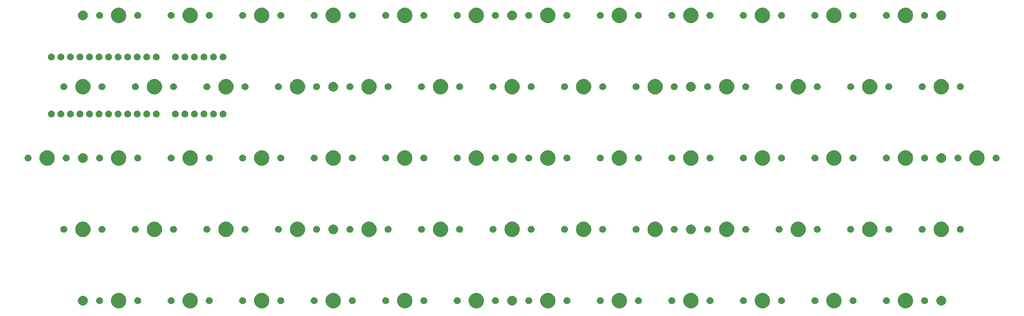
<source format=gbr>
G04 #@! TF.GenerationSoftware,KiCad,Pcbnew,(5.1.4)-1*
G04 #@! TF.CreationDate,2019-12-22T22:02:26+01:00*
G04 #@! TF.ProjectId,keyboard3,6b657962-6f61-4726-9433-2e6b69636164,rev?*
G04 #@! TF.SameCoordinates,Original*
G04 #@! TF.FileFunction,Soldermask,Top*
G04 #@! TF.FilePolarity,Negative*
%FSLAX46Y46*%
G04 Gerber Fmt 4.6, Leading zero omitted, Abs format (unit mm)*
G04 Created by KiCad (PCBNEW (5.1.4)-1) date 2019-12-22 22:02:26*
%MOMM*%
%LPD*%
G04 APERTURE LIST*
%ADD10C,0.100000*%
G04 APERTURE END LIST*
D10*
G36*
X253802724Y-125827434D02*
G01*
X254020724Y-125917733D01*
X254174873Y-125981583D01*
X254509798Y-126205373D01*
X254794627Y-126490202D01*
X255018417Y-126825127D01*
X255050812Y-126903336D01*
X255172566Y-127197276D01*
X255251150Y-127592344D01*
X255251150Y-127995156D01*
X255172566Y-128390224D01*
X255121701Y-128513022D01*
X255018417Y-128762373D01*
X254794627Y-129097298D01*
X254509798Y-129382127D01*
X254174873Y-129605917D01*
X254020724Y-129669767D01*
X253802724Y-129760066D01*
X253407656Y-129838650D01*
X253004844Y-129838650D01*
X252609776Y-129760066D01*
X252391776Y-129669767D01*
X252237627Y-129605917D01*
X251902702Y-129382127D01*
X251617873Y-129097298D01*
X251394083Y-128762373D01*
X251290799Y-128513022D01*
X251239934Y-128390224D01*
X251161350Y-127995156D01*
X251161350Y-127592344D01*
X251239934Y-127197276D01*
X251361688Y-126903336D01*
X251394083Y-126825127D01*
X251617873Y-126490202D01*
X251902702Y-126205373D01*
X252237627Y-125981583D01*
X252391776Y-125917733D01*
X252609776Y-125827434D01*
X253004844Y-125748850D01*
X253407656Y-125748850D01*
X253802724Y-125827434D01*
X253802724Y-125827434D01*
G37*
G36*
X215702724Y-125827434D02*
G01*
X215920724Y-125917733D01*
X216074873Y-125981583D01*
X216409798Y-126205373D01*
X216694627Y-126490202D01*
X216918417Y-126825127D01*
X216950812Y-126903336D01*
X217072566Y-127197276D01*
X217151150Y-127592344D01*
X217151150Y-127995156D01*
X217072566Y-128390224D01*
X217021701Y-128513022D01*
X216918417Y-128762373D01*
X216694627Y-129097298D01*
X216409798Y-129382127D01*
X216074873Y-129605917D01*
X215920724Y-129669767D01*
X215702724Y-129760066D01*
X215307656Y-129838650D01*
X214904844Y-129838650D01*
X214509776Y-129760066D01*
X214291776Y-129669767D01*
X214137627Y-129605917D01*
X213802702Y-129382127D01*
X213517873Y-129097298D01*
X213294083Y-128762373D01*
X213190799Y-128513022D01*
X213139934Y-128390224D01*
X213061350Y-127995156D01*
X213061350Y-127592344D01*
X213139934Y-127197276D01*
X213261688Y-126903336D01*
X213294083Y-126825127D01*
X213517873Y-126490202D01*
X213802702Y-126205373D01*
X214137627Y-125981583D01*
X214291776Y-125917733D01*
X214509776Y-125827434D01*
X214904844Y-125748850D01*
X215307656Y-125748850D01*
X215702724Y-125827434D01*
X215702724Y-125827434D01*
G37*
G36*
X196652724Y-125827434D02*
G01*
X196870724Y-125917733D01*
X197024873Y-125981583D01*
X197359798Y-126205373D01*
X197644627Y-126490202D01*
X197868417Y-126825127D01*
X197900812Y-126903336D01*
X198022566Y-127197276D01*
X198101150Y-127592344D01*
X198101150Y-127995156D01*
X198022566Y-128390224D01*
X197971701Y-128513022D01*
X197868417Y-128762373D01*
X197644627Y-129097298D01*
X197359798Y-129382127D01*
X197024873Y-129605917D01*
X196870724Y-129669767D01*
X196652724Y-129760066D01*
X196257656Y-129838650D01*
X195854844Y-129838650D01*
X195459776Y-129760066D01*
X195241776Y-129669767D01*
X195087627Y-129605917D01*
X194752702Y-129382127D01*
X194467873Y-129097298D01*
X194244083Y-128762373D01*
X194140799Y-128513022D01*
X194089934Y-128390224D01*
X194011350Y-127995156D01*
X194011350Y-127592344D01*
X194089934Y-127197276D01*
X194211688Y-126903336D01*
X194244083Y-126825127D01*
X194467873Y-126490202D01*
X194752702Y-126205373D01*
X195087627Y-125981583D01*
X195241776Y-125917733D01*
X195459776Y-125827434D01*
X195854844Y-125748850D01*
X196257656Y-125748850D01*
X196652724Y-125827434D01*
X196652724Y-125827434D01*
G37*
G36*
X177602724Y-125827434D02*
G01*
X177820724Y-125917733D01*
X177974873Y-125981583D01*
X178309798Y-126205373D01*
X178594627Y-126490202D01*
X178818417Y-126825127D01*
X178850812Y-126903336D01*
X178972566Y-127197276D01*
X179051150Y-127592344D01*
X179051150Y-127995156D01*
X178972566Y-128390224D01*
X178921701Y-128513022D01*
X178818417Y-128762373D01*
X178594627Y-129097298D01*
X178309798Y-129382127D01*
X177974873Y-129605917D01*
X177820724Y-129669767D01*
X177602724Y-129760066D01*
X177207656Y-129838650D01*
X176804844Y-129838650D01*
X176409776Y-129760066D01*
X176191776Y-129669767D01*
X176037627Y-129605917D01*
X175702702Y-129382127D01*
X175417873Y-129097298D01*
X175194083Y-128762373D01*
X175090799Y-128513022D01*
X175039934Y-128390224D01*
X174961350Y-127995156D01*
X174961350Y-127592344D01*
X175039934Y-127197276D01*
X175161688Y-126903336D01*
X175194083Y-126825127D01*
X175417873Y-126490202D01*
X175702702Y-126205373D01*
X176037627Y-125981583D01*
X176191776Y-125917733D01*
X176409776Y-125827434D01*
X176804844Y-125748850D01*
X177207656Y-125748850D01*
X177602724Y-125827434D01*
X177602724Y-125827434D01*
G37*
G36*
X158552724Y-125827434D02*
G01*
X158770724Y-125917733D01*
X158924873Y-125981583D01*
X159259798Y-126205373D01*
X159544627Y-126490202D01*
X159768417Y-126825127D01*
X159800812Y-126903336D01*
X159922566Y-127197276D01*
X160001150Y-127592344D01*
X160001150Y-127995156D01*
X159922566Y-128390224D01*
X159871701Y-128513022D01*
X159768417Y-128762373D01*
X159544627Y-129097298D01*
X159259798Y-129382127D01*
X158924873Y-129605917D01*
X158770724Y-129669767D01*
X158552724Y-129760066D01*
X158157656Y-129838650D01*
X157754844Y-129838650D01*
X157359776Y-129760066D01*
X157141776Y-129669767D01*
X156987627Y-129605917D01*
X156652702Y-129382127D01*
X156367873Y-129097298D01*
X156144083Y-128762373D01*
X156040799Y-128513022D01*
X155989934Y-128390224D01*
X155911350Y-127995156D01*
X155911350Y-127592344D01*
X155989934Y-127197276D01*
X156111688Y-126903336D01*
X156144083Y-126825127D01*
X156367873Y-126490202D01*
X156652702Y-126205373D01*
X156987627Y-125981583D01*
X157141776Y-125917733D01*
X157359776Y-125827434D01*
X157754844Y-125748850D01*
X158157656Y-125748850D01*
X158552724Y-125827434D01*
X158552724Y-125827434D01*
G37*
G36*
X139502724Y-125827434D02*
G01*
X139720724Y-125917733D01*
X139874873Y-125981583D01*
X140209798Y-126205373D01*
X140494627Y-126490202D01*
X140718417Y-126825127D01*
X140750812Y-126903336D01*
X140872566Y-127197276D01*
X140951150Y-127592344D01*
X140951150Y-127995156D01*
X140872566Y-128390224D01*
X140821701Y-128513022D01*
X140718417Y-128762373D01*
X140494627Y-129097298D01*
X140209798Y-129382127D01*
X139874873Y-129605917D01*
X139720724Y-129669767D01*
X139502724Y-129760066D01*
X139107656Y-129838650D01*
X138704844Y-129838650D01*
X138309776Y-129760066D01*
X138091776Y-129669767D01*
X137937627Y-129605917D01*
X137602702Y-129382127D01*
X137317873Y-129097298D01*
X137094083Y-128762373D01*
X136990799Y-128513022D01*
X136939934Y-128390224D01*
X136861350Y-127995156D01*
X136861350Y-127592344D01*
X136939934Y-127197276D01*
X137061688Y-126903336D01*
X137094083Y-126825127D01*
X137317873Y-126490202D01*
X137602702Y-126205373D01*
X137937627Y-125981583D01*
X138091776Y-125917733D01*
X138309776Y-125827434D01*
X138704844Y-125748850D01*
X139107656Y-125748850D01*
X139502724Y-125827434D01*
X139502724Y-125827434D01*
G37*
G36*
X120452724Y-125827434D02*
G01*
X120670724Y-125917733D01*
X120824873Y-125981583D01*
X121159798Y-126205373D01*
X121444627Y-126490202D01*
X121668417Y-126825127D01*
X121700812Y-126903336D01*
X121822566Y-127197276D01*
X121901150Y-127592344D01*
X121901150Y-127995156D01*
X121822566Y-128390224D01*
X121771701Y-128513022D01*
X121668417Y-128762373D01*
X121444627Y-129097298D01*
X121159798Y-129382127D01*
X120824873Y-129605917D01*
X120670724Y-129669767D01*
X120452724Y-129760066D01*
X120057656Y-129838650D01*
X119654844Y-129838650D01*
X119259776Y-129760066D01*
X119041776Y-129669767D01*
X118887627Y-129605917D01*
X118552702Y-129382127D01*
X118267873Y-129097298D01*
X118044083Y-128762373D01*
X117940799Y-128513022D01*
X117889934Y-128390224D01*
X117811350Y-127995156D01*
X117811350Y-127592344D01*
X117889934Y-127197276D01*
X118011688Y-126903336D01*
X118044083Y-126825127D01*
X118267873Y-126490202D01*
X118552702Y-126205373D01*
X118887627Y-125981583D01*
X119041776Y-125917733D01*
X119259776Y-125827434D01*
X119654844Y-125748850D01*
X120057656Y-125748850D01*
X120452724Y-125827434D01*
X120452724Y-125827434D01*
G37*
G36*
X101402724Y-125827434D02*
G01*
X101620724Y-125917733D01*
X101774873Y-125981583D01*
X102109798Y-126205373D01*
X102394627Y-126490202D01*
X102618417Y-126825127D01*
X102650812Y-126903336D01*
X102772566Y-127197276D01*
X102851150Y-127592344D01*
X102851150Y-127995156D01*
X102772566Y-128390224D01*
X102721701Y-128513022D01*
X102618417Y-128762373D01*
X102394627Y-129097298D01*
X102109798Y-129382127D01*
X101774873Y-129605917D01*
X101620724Y-129669767D01*
X101402724Y-129760066D01*
X101007656Y-129838650D01*
X100604844Y-129838650D01*
X100209776Y-129760066D01*
X99991776Y-129669767D01*
X99837627Y-129605917D01*
X99502702Y-129382127D01*
X99217873Y-129097298D01*
X98994083Y-128762373D01*
X98890799Y-128513022D01*
X98839934Y-128390224D01*
X98761350Y-127995156D01*
X98761350Y-127592344D01*
X98839934Y-127197276D01*
X98961688Y-126903336D01*
X98994083Y-126825127D01*
X99217873Y-126490202D01*
X99502702Y-126205373D01*
X99837627Y-125981583D01*
X99991776Y-125917733D01*
X100209776Y-125827434D01*
X100604844Y-125748850D01*
X101007656Y-125748850D01*
X101402724Y-125827434D01*
X101402724Y-125827434D01*
G37*
G36*
X82352724Y-125827434D02*
G01*
X82570724Y-125917733D01*
X82724873Y-125981583D01*
X83059798Y-126205373D01*
X83344627Y-126490202D01*
X83568417Y-126825127D01*
X83600812Y-126903336D01*
X83722566Y-127197276D01*
X83801150Y-127592344D01*
X83801150Y-127995156D01*
X83722566Y-128390224D01*
X83671701Y-128513022D01*
X83568417Y-128762373D01*
X83344627Y-129097298D01*
X83059798Y-129382127D01*
X82724873Y-129605917D01*
X82570724Y-129669767D01*
X82352724Y-129760066D01*
X81957656Y-129838650D01*
X81554844Y-129838650D01*
X81159776Y-129760066D01*
X80941776Y-129669767D01*
X80787627Y-129605917D01*
X80452702Y-129382127D01*
X80167873Y-129097298D01*
X79944083Y-128762373D01*
X79840799Y-128513022D01*
X79789934Y-128390224D01*
X79711350Y-127995156D01*
X79711350Y-127592344D01*
X79789934Y-127197276D01*
X79911688Y-126903336D01*
X79944083Y-126825127D01*
X80167873Y-126490202D01*
X80452702Y-126205373D01*
X80787627Y-125981583D01*
X80941776Y-125917733D01*
X81159776Y-125827434D01*
X81554844Y-125748850D01*
X81957656Y-125748850D01*
X82352724Y-125827434D01*
X82352724Y-125827434D01*
G37*
G36*
X63302724Y-125827434D02*
G01*
X63520724Y-125917733D01*
X63674873Y-125981583D01*
X64009798Y-126205373D01*
X64294627Y-126490202D01*
X64518417Y-126825127D01*
X64550812Y-126903336D01*
X64672566Y-127197276D01*
X64751150Y-127592344D01*
X64751150Y-127995156D01*
X64672566Y-128390224D01*
X64621701Y-128513022D01*
X64518417Y-128762373D01*
X64294627Y-129097298D01*
X64009798Y-129382127D01*
X63674873Y-129605917D01*
X63520724Y-129669767D01*
X63302724Y-129760066D01*
X62907656Y-129838650D01*
X62504844Y-129838650D01*
X62109776Y-129760066D01*
X61891776Y-129669767D01*
X61737627Y-129605917D01*
X61402702Y-129382127D01*
X61117873Y-129097298D01*
X60894083Y-128762373D01*
X60790799Y-128513022D01*
X60739934Y-128390224D01*
X60661350Y-127995156D01*
X60661350Y-127592344D01*
X60739934Y-127197276D01*
X60861688Y-126903336D01*
X60894083Y-126825127D01*
X61117873Y-126490202D01*
X61402702Y-126205373D01*
X61737627Y-125981583D01*
X61891776Y-125917733D01*
X62109776Y-125827434D01*
X62504844Y-125748850D01*
X62907656Y-125748850D01*
X63302724Y-125827434D01*
X63302724Y-125827434D01*
G37*
G36*
X44252724Y-125827434D02*
G01*
X44470724Y-125917733D01*
X44624873Y-125981583D01*
X44959798Y-126205373D01*
X45244627Y-126490202D01*
X45468417Y-126825127D01*
X45500812Y-126903336D01*
X45622566Y-127197276D01*
X45701150Y-127592344D01*
X45701150Y-127995156D01*
X45622566Y-128390224D01*
X45571701Y-128513022D01*
X45468417Y-128762373D01*
X45244627Y-129097298D01*
X44959798Y-129382127D01*
X44624873Y-129605917D01*
X44470724Y-129669767D01*
X44252724Y-129760066D01*
X43857656Y-129838650D01*
X43454844Y-129838650D01*
X43059776Y-129760066D01*
X42841776Y-129669767D01*
X42687627Y-129605917D01*
X42352702Y-129382127D01*
X42067873Y-129097298D01*
X41844083Y-128762373D01*
X41740799Y-128513022D01*
X41689934Y-128390224D01*
X41611350Y-127995156D01*
X41611350Y-127592344D01*
X41689934Y-127197276D01*
X41811688Y-126903336D01*
X41844083Y-126825127D01*
X42067873Y-126490202D01*
X42352702Y-126205373D01*
X42687627Y-125981583D01*
X42841776Y-125917733D01*
X43059776Y-125827434D01*
X43454844Y-125748850D01*
X43857656Y-125748850D01*
X44252724Y-125827434D01*
X44252724Y-125827434D01*
G37*
G36*
X234752724Y-125827434D02*
G01*
X234970724Y-125917733D01*
X235124873Y-125981583D01*
X235459798Y-126205373D01*
X235744627Y-126490202D01*
X235968417Y-126825127D01*
X236000812Y-126903336D01*
X236122566Y-127197276D01*
X236201150Y-127592344D01*
X236201150Y-127995156D01*
X236122566Y-128390224D01*
X236071701Y-128513022D01*
X235968417Y-128762373D01*
X235744627Y-129097298D01*
X235459798Y-129382127D01*
X235124873Y-129605917D01*
X234970724Y-129669767D01*
X234752724Y-129760066D01*
X234357656Y-129838650D01*
X233954844Y-129838650D01*
X233559776Y-129760066D01*
X233341776Y-129669767D01*
X233187627Y-129605917D01*
X232852702Y-129382127D01*
X232567873Y-129097298D01*
X232344083Y-128762373D01*
X232240799Y-128513022D01*
X232189934Y-128390224D01*
X232111350Y-127995156D01*
X232111350Y-127592344D01*
X232189934Y-127197276D01*
X232311688Y-126903336D01*
X232344083Y-126825127D01*
X232567873Y-126490202D01*
X232852702Y-126205373D01*
X233187627Y-125981583D01*
X233341776Y-125917733D01*
X233559776Y-125827434D01*
X233954844Y-125748850D01*
X234357656Y-125748850D01*
X234752724Y-125827434D01*
X234752724Y-125827434D01*
G37*
G36*
X263110737Y-126542746D02*
G01*
X263347503Y-126640818D01*
X263347505Y-126640819D01*
X263560589Y-126783197D01*
X263741803Y-126964411D01*
X263884182Y-127177497D01*
X263982254Y-127414263D01*
X264032250Y-127665611D01*
X264032250Y-127921889D01*
X263982254Y-128173237D01*
X263894936Y-128384040D01*
X263884181Y-128410005D01*
X263741803Y-128623089D01*
X263560589Y-128804303D01*
X263347505Y-128946681D01*
X263347504Y-128946682D01*
X263347503Y-128946682D01*
X263110737Y-129044754D01*
X262859389Y-129094750D01*
X262603111Y-129094750D01*
X262351763Y-129044754D01*
X262114997Y-128946682D01*
X262114996Y-128946682D01*
X262114995Y-128946681D01*
X261901911Y-128804303D01*
X261720697Y-128623089D01*
X261578319Y-128410005D01*
X261567564Y-128384040D01*
X261480246Y-128173237D01*
X261430250Y-127921889D01*
X261430250Y-127665611D01*
X261480246Y-127414263D01*
X261578318Y-127177497D01*
X261720697Y-126964411D01*
X261901911Y-126783197D01*
X262114995Y-126640819D01*
X262114997Y-126640818D01*
X262351763Y-126542746D01*
X262603111Y-126492750D01*
X262859389Y-126492750D01*
X263110737Y-126542746D01*
X263110737Y-126542746D01*
G37*
G36*
X148810737Y-126542746D02*
G01*
X149047503Y-126640818D01*
X149047505Y-126640819D01*
X149260589Y-126783197D01*
X149441803Y-126964411D01*
X149584182Y-127177497D01*
X149682254Y-127414263D01*
X149732250Y-127665611D01*
X149732250Y-127921889D01*
X149682254Y-128173237D01*
X149594936Y-128384040D01*
X149584181Y-128410005D01*
X149441803Y-128623089D01*
X149260589Y-128804303D01*
X149047505Y-128946681D01*
X149047504Y-128946682D01*
X149047503Y-128946682D01*
X148810737Y-129044754D01*
X148559389Y-129094750D01*
X148303111Y-129094750D01*
X148051763Y-129044754D01*
X147814997Y-128946682D01*
X147814996Y-128946682D01*
X147814995Y-128946681D01*
X147601911Y-128804303D01*
X147420697Y-128623089D01*
X147278319Y-128410005D01*
X147267564Y-128384040D01*
X147180246Y-128173237D01*
X147130250Y-127921889D01*
X147130250Y-127665611D01*
X147180246Y-127414263D01*
X147278318Y-127177497D01*
X147420697Y-126964411D01*
X147601911Y-126783197D01*
X147814995Y-126640819D01*
X147814997Y-126640818D01*
X148051763Y-126542746D01*
X148303111Y-126492750D01*
X148559389Y-126492750D01*
X148810737Y-126542746D01*
X148810737Y-126542746D01*
G37*
G36*
X34510737Y-126542746D02*
G01*
X34747503Y-126640818D01*
X34747505Y-126640819D01*
X34960589Y-126783197D01*
X35141803Y-126964411D01*
X35284182Y-127177497D01*
X35382254Y-127414263D01*
X35432250Y-127665611D01*
X35432250Y-127921889D01*
X35382254Y-128173237D01*
X35294936Y-128384040D01*
X35284181Y-128410005D01*
X35141803Y-128623089D01*
X34960589Y-128804303D01*
X34747505Y-128946681D01*
X34747504Y-128946682D01*
X34747503Y-128946682D01*
X34510737Y-129044754D01*
X34259389Y-129094750D01*
X34003111Y-129094750D01*
X33751763Y-129044754D01*
X33514997Y-128946682D01*
X33514996Y-128946682D01*
X33514995Y-128946681D01*
X33301911Y-128804303D01*
X33120697Y-128623089D01*
X32978319Y-128410005D01*
X32967564Y-128384040D01*
X32880246Y-128173237D01*
X32830250Y-127921889D01*
X32830250Y-127665611D01*
X32880246Y-127414263D01*
X32978318Y-127177497D01*
X33120697Y-126964411D01*
X33301911Y-126783197D01*
X33514995Y-126640819D01*
X33514997Y-126640818D01*
X33751763Y-126542746D01*
X34003111Y-126492750D01*
X34259389Y-126492750D01*
X34510737Y-126542746D01*
X34510737Y-126542746D01*
G37*
G36*
X248396354Y-126903335D02*
G01*
X248564876Y-126973139D01*
X248716541Y-127074478D01*
X248845522Y-127203459D01*
X248946861Y-127355124D01*
X249016665Y-127523646D01*
X249052250Y-127702547D01*
X249052250Y-127884953D01*
X249016665Y-128063854D01*
X248946861Y-128232376D01*
X248845522Y-128384041D01*
X248716541Y-128513022D01*
X248564876Y-128614361D01*
X248396354Y-128684165D01*
X248217453Y-128719750D01*
X248035047Y-128719750D01*
X247856146Y-128684165D01*
X247687624Y-128614361D01*
X247535959Y-128513022D01*
X247406978Y-128384041D01*
X247305639Y-128232376D01*
X247235835Y-128063854D01*
X247200250Y-127884953D01*
X247200250Y-127702547D01*
X247235835Y-127523646D01*
X247305639Y-127355124D01*
X247406978Y-127203459D01*
X247535959Y-127074478D01*
X247687624Y-126973139D01*
X247856146Y-126903335D01*
X248035047Y-126867750D01*
X248217453Y-126867750D01*
X248396354Y-126903335D01*
X248396354Y-126903335D01*
G37*
G36*
X220456354Y-126903335D02*
G01*
X220624876Y-126973139D01*
X220776541Y-127074478D01*
X220905522Y-127203459D01*
X221006861Y-127355124D01*
X221076665Y-127523646D01*
X221112250Y-127702547D01*
X221112250Y-127884953D01*
X221076665Y-128063854D01*
X221006861Y-128232376D01*
X220905522Y-128384041D01*
X220776541Y-128513022D01*
X220624876Y-128614361D01*
X220456354Y-128684165D01*
X220277453Y-128719750D01*
X220095047Y-128719750D01*
X219916146Y-128684165D01*
X219747624Y-128614361D01*
X219595959Y-128513022D01*
X219466978Y-128384041D01*
X219365639Y-128232376D01*
X219295835Y-128063854D01*
X219260250Y-127884953D01*
X219260250Y-127702547D01*
X219295835Y-127523646D01*
X219365639Y-127355124D01*
X219466978Y-127203459D01*
X219595959Y-127074478D01*
X219747624Y-126973139D01*
X219916146Y-126903335D01*
X220095047Y-126867750D01*
X220277453Y-126867750D01*
X220456354Y-126903335D01*
X220456354Y-126903335D01*
G37*
G36*
X210296354Y-126903335D02*
G01*
X210464876Y-126973139D01*
X210616541Y-127074478D01*
X210745522Y-127203459D01*
X210846861Y-127355124D01*
X210916665Y-127523646D01*
X210952250Y-127702547D01*
X210952250Y-127884953D01*
X210916665Y-128063854D01*
X210846861Y-128232376D01*
X210745522Y-128384041D01*
X210616541Y-128513022D01*
X210464876Y-128614361D01*
X210296354Y-128684165D01*
X210117453Y-128719750D01*
X209935047Y-128719750D01*
X209756146Y-128684165D01*
X209587624Y-128614361D01*
X209435959Y-128513022D01*
X209306978Y-128384041D01*
X209205639Y-128232376D01*
X209135835Y-128063854D01*
X209100250Y-127884953D01*
X209100250Y-127702547D01*
X209135835Y-127523646D01*
X209205639Y-127355124D01*
X209306978Y-127203459D01*
X209435959Y-127074478D01*
X209587624Y-126973139D01*
X209756146Y-126903335D01*
X209935047Y-126867750D01*
X210117453Y-126867750D01*
X210296354Y-126903335D01*
X210296354Y-126903335D01*
G37*
G36*
X239506354Y-126903335D02*
G01*
X239674876Y-126973139D01*
X239826541Y-127074478D01*
X239955522Y-127203459D01*
X240056861Y-127355124D01*
X240126665Y-127523646D01*
X240162250Y-127702547D01*
X240162250Y-127884953D01*
X240126665Y-128063854D01*
X240056861Y-128232376D01*
X239955522Y-128384041D01*
X239826541Y-128513022D01*
X239674876Y-128614361D01*
X239506354Y-128684165D01*
X239327453Y-128719750D01*
X239145047Y-128719750D01*
X238966146Y-128684165D01*
X238797624Y-128614361D01*
X238645959Y-128513022D01*
X238516978Y-128384041D01*
X238415639Y-128232376D01*
X238345835Y-128063854D01*
X238310250Y-127884953D01*
X238310250Y-127702547D01*
X238345835Y-127523646D01*
X238415639Y-127355124D01*
X238516978Y-127203459D01*
X238645959Y-127074478D01*
X238797624Y-126973139D01*
X238966146Y-126903335D01*
X239145047Y-126867750D01*
X239327453Y-126867750D01*
X239506354Y-126903335D01*
X239506354Y-126903335D01*
G37*
G36*
X229346354Y-126903335D02*
G01*
X229514876Y-126973139D01*
X229666541Y-127074478D01*
X229795522Y-127203459D01*
X229896861Y-127355124D01*
X229966665Y-127523646D01*
X230002250Y-127702547D01*
X230002250Y-127884953D01*
X229966665Y-128063854D01*
X229896861Y-128232376D01*
X229795522Y-128384041D01*
X229666541Y-128513022D01*
X229514876Y-128614361D01*
X229346354Y-128684165D01*
X229167453Y-128719750D01*
X228985047Y-128719750D01*
X228806146Y-128684165D01*
X228637624Y-128614361D01*
X228485959Y-128513022D01*
X228356978Y-128384041D01*
X228255639Y-128232376D01*
X228185835Y-128063854D01*
X228150250Y-127884953D01*
X228150250Y-127702547D01*
X228185835Y-127523646D01*
X228255639Y-127355124D01*
X228356978Y-127203459D01*
X228485959Y-127074478D01*
X228637624Y-126973139D01*
X228806146Y-126903335D01*
X228985047Y-126867750D01*
X229167453Y-126867750D01*
X229346354Y-126903335D01*
X229346354Y-126903335D01*
G37*
G36*
X258556354Y-126903335D02*
G01*
X258724876Y-126973139D01*
X258876541Y-127074478D01*
X259005522Y-127203459D01*
X259106861Y-127355124D01*
X259176665Y-127523646D01*
X259212250Y-127702547D01*
X259212250Y-127884953D01*
X259176665Y-128063854D01*
X259106861Y-128232376D01*
X259005522Y-128384041D01*
X258876541Y-128513022D01*
X258724876Y-128614361D01*
X258556354Y-128684165D01*
X258377453Y-128719750D01*
X258195047Y-128719750D01*
X258016146Y-128684165D01*
X257847624Y-128614361D01*
X257695959Y-128513022D01*
X257566978Y-128384041D01*
X257465639Y-128232376D01*
X257395835Y-128063854D01*
X257360250Y-127884953D01*
X257360250Y-127702547D01*
X257395835Y-127523646D01*
X257465639Y-127355124D01*
X257566978Y-127203459D01*
X257695959Y-127074478D01*
X257847624Y-126973139D01*
X258016146Y-126903335D01*
X258195047Y-126867750D01*
X258377453Y-126867750D01*
X258556354Y-126903335D01*
X258556354Y-126903335D01*
G37*
G36*
X153146354Y-126903335D02*
G01*
X153314876Y-126973139D01*
X153466541Y-127074478D01*
X153595522Y-127203459D01*
X153696861Y-127355124D01*
X153766665Y-127523646D01*
X153802250Y-127702547D01*
X153802250Y-127884953D01*
X153766665Y-128063854D01*
X153696861Y-128232376D01*
X153595522Y-128384041D01*
X153466541Y-128513022D01*
X153314876Y-128614361D01*
X153146354Y-128684165D01*
X152967453Y-128719750D01*
X152785047Y-128719750D01*
X152606146Y-128684165D01*
X152437624Y-128614361D01*
X152285959Y-128513022D01*
X152156978Y-128384041D01*
X152055639Y-128232376D01*
X151985835Y-128063854D01*
X151950250Y-127884953D01*
X151950250Y-127702547D01*
X151985835Y-127523646D01*
X152055639Y-127355124D01*
X152156978Y-127203459D01*
X152285959Y-127074478D01*
X152437624Y-126973139D01*
X152606146Y-126903335D01*
X152785047Y-126867750D01*
X152967453Y-126867750D01*
X153146354Y-126903335D01*
X153146354Y-126903335D01*
G37*
G36*
X49006354Y-126903335D02*
G01*
X49174876Y-126973139D01*
X49326541Y-127074478D01*
X49455522Y-127203459D01*
X49556861Y-127355124D01*
X49626665Y-127523646D01*
X49662250Y-127702547D01*
X49662250Y-127884953D01*
X49626665Y-128063854D01*
X49556861Y-128232376D01*
X49455522Y-128384041D01*
X49326541Y-128513022D01*
X49174876Y-128614361D01*
X49006354Y-128684165D01*
X48827453Y-128719750D01*
X48645047Y-128719750D01*
X48466146Y-128684165D01*
X48297624Y-128614361D01*
X48145959Y-128513022D01*
X48016978Y-128384041D01*
X47915639Y-128232376D01*
X47845835Y-128063854D01*
X47810250Y-127884953D01*
X47810250Y-127702547D01*
X47845835Y-127523646D01*
X47915639Y-127355124D01*
X48016978Y-127203459D01*
X48145959Y-127074478D01*
X48297624Y-126973139D01*
X48466146Y-126903335D01*
X48645047Y-126867750D01*
X48827453Y-126867750D01*
X49006354Y-126903335D01*
X49006354Y-126903335D01*
G37*
G36*
X38846354Y-126903335D02*
G01*
X39014876Y-126973139D01*
X39166541Y-127074478D01*
X39295522Y-127203459D01*
X39396861Y-127355124D01*
X39466665Y-127523646D01*
X39502250Y-127702547D01*
X39502250Y-127884953D01*
X39466665Y-128063854D01*
X39396861Y-128232376D01*
X39295522Y-128384041D01*
X39166541Y-128513022D01*
X39014876Y-128614361D01*
X38846354Y-128684165D01*
X38667453Y-128719750D01*
X38485047Y-128719750D01*
X38306146Y-128684165D01*
X38137624Y-128614361D01*
X37985959Y-128513022D01*
X37856978Y-128384041D01*
X37755639Y-128232376D01*
X37685835Y-128063854D01*
X37650250Y-127884953D01*
X37650250Y-127702547D01*
X37685835Y-127523646D01*
X37755639Y-127355124D01*
X37856978Y-127203459D01*
X37985959Y-127074478D01*
X38137624Y-126973139D01*
X38306146Y-126903335D01*
X38485047Y-126867750D01*
X38667453Y-126867750D01*
X38846354Y-126903335D01*
X38846354Y-126903335D01*
G37*
G36*
X163306354Y-126903335D02*
G01*
X163474876Y-126973139D01*
X163626541Y-127074478D01*
X163755522Y-127203459D01*
X163856861Y-127355124D01*
X163926665Y-127523646D01*
X163962250Y-127702547D01*
X163962250Y-127884953D01*
X163926665Y-128063854D01*
X163856861Y-128232376D01*
X163755522Y-128384041D01*
X163626541Y-128513022D01*
X163474876Y-128614361D01*
X163306354Y-128684165D01*
X163127453Y-128719750D01*
X162945047Y-128719750D01*
X162766146Y-128684165D01*
X162597624Y-128614361D01*
X162445959Y-128513022D01*
X162316978Y-128384041D01*
X162215639Y-128232376D01*
X162145835Y-128063854D01*
X162110250Y-127884953D01*
X162110250Y-127702547D01*
X162145835Y-127523646D01*
X162215639Y-127355124D01*
X162316978Y-127203459D01*
X162445959Y-127074478D01*
X162597624Y-126973139D01*
X162766146Y-126903335D01*
X162945047Y-126867750D01*
X163127453Y-126867750D01*
X163306354Y-126903335D01*
X163306354Y-126903335D01*
G37*
G36*
X68056354Y-126903335D02*
G01*
X68224876Y-126973139D01*
X68376541Y-127074478D01*
X68505522Y-127203459D01*
X68606861Y-127355124D01*
X68676665Y-127523646D01*
X68712250Y-127702547D01*
X68712250Y-127884953D01*
X68676665Y-128063854D01*
X68606861Y-128232376D01*
X68505522Y-128384041D01*
X68376541Y-128513022D01*
X68224876Y-128614361D01*
X68056354Y-128684165D01*
X67877453Y-128719750D01*
X67695047Y-128719750D01*
X67516146Y-128684165D01*
X67347624Y-128614361D01*
X67195959Y-128513022D01*
X67066978Y-128384041D01*
X66965639Y-128232376D01*
X66895835Y-128063854D01*
X66860250Y-127884953D01*
X66860250Y-127702547D01*
X66895835Y-127523646D01*
X66965639Y-127355124D01*
X67066978Y-127203459D01*
X67195959Y-127074478D01*
X67347624Y-126973139D01*
X67516146Y-126903335D01*
X67695047Y-126867750D01*
X67877453Y-126867750D01*
X68056354Y-126903335D01*
X68056354Y-126903335D01*
G37*
G36*
X57896354Y-126903335D02*
G01*
X58064876Y-126973139D01*
X58216541Y-127074478D01*
X58345522Y-127203459D01*
X58446861Y-127355124D01*
X58516665Y-127523646D01*
X58552250Y-127702547D01*
X58552250Y-127884953D01*
X58516665Y-128063854D01*
X58446861Y-128232376D01*
X58345522Y-128384041D01*
X58216541Y-128513022D01*
X58064876Y-128614361D01*
X57896354Y-128684165D01*
X57717453Y-128719750D01*
X57535047Y-128719750D01*
X57356146Y-128684165D01*
X57187624Y-128614361D01*
X57035959Y-128513022D01*
X56906978Y-128384041D01*
X56805639Y-128232376D01*
X56735835Y-128063854D01*
X56700250Y-127884953D01*
X56700250Y-127702547D01*
X56735835Y-127523646D01*
X56805639Y-127355124D01*
X56906978Y-127203459D01*
X57035959Y-127074478D01*
X57187624Y-126973139D01*
X57356146Y-126903335D01*
X57535047Y-126867750D01*
X57717453Y-126867750D01*
X57896354Y-126903335D01*
X57896354Y-126903335D01*
G37*
G36*
X87106354Y-126903335D02*
G01*
X87274876Y-126973139D01*
X87426541Y-127074478D01*
X87555522Y-127203459D01*
X87656861Y-127355124D01*
X87726665Y-127523646D01*
X87762250Y-127702547D01*
X87762250Y-127884953D01*
X87726665Y-128063854D01*
X87656861Y-128232376D01*
X87555522Y-128384041D01*
X87426541Y-128513022D01*
X87274876Y-128614361D01*
X87106354Y-128684165D01*
X86927453Y-128719750D01*
X86745047Y-128719750D01*
X86566146Y-128684165D01*
X86397624Y-128614361D01*
X86245959Y-128513022D01*
X86116978Y-128384041D01*
X86015639Y-128232376D01*
X85945835Y-128063854D01*
X85910250Y-127884953D01*
X85910250Y-127702547D01*
X85945835Y-127523646D01*
X86015639Y-127355124D01*
X86116978Y-127203459D01*
X86245959Y-127074478D01*
X86397624Y-126973139D01*
X86566146Y-126903335D01*
X86745047Y-126867750D01*
X86927453Y-126867750D01*
X87106354Y-126903335D01*
X87106354Y-126903335D01*
G37*
G36*
X172196354Y-126903335D02*
G01*
X172364876Y-126973139D01*
X172516541Y-127074478D01*
X172645522Y-127203459D01*
X172746861Y-127355124D01*
X172816665Y-127523646D01*
X172852250Y-127702547D01*
X172852250Y-127884953D01*
X172816665Y-128063854D01*
X172746861Y-128232376D01*
X172645522Y-128384041D01*
X172516541Y-128513022D01*
X172364876Y-128614361D01*
X172196354Y-128684165D01*
X172017453Y-128719750D01*
X171835047Y-128719750D01*
X171656146Y-128684165D01*
X171487624Y-128614361D01*
X171335959Y-128513022D01*
X171206978Y-128384041D01*
X171105639Y-128232376D01*
X171035835Y-128063854D01*
X171000250Y-127884953D01*
X171000250Y-127702547D01*
X171035835Y-127523646D01*
X171105639Y-127355124D01*
X171206978Y-127203459D01*
X171335959Y-127074478D01*
X171487624Y-126973139D01*
X171656146Y-126903335D01*
X171835047Y-126867750D01*
X172017453Y-126867750D01*
X172196354Y-126903335D01*
X172196354Y-126903335D01*
G37*
G36*
X134096354Y-126903335D02*
G01*
X134264876Y-126973139D01*
X134416541Y-127074478D01*
X134545522Y-127203459D01*
X134646861Y-127355124D01*
X134716665Y-127523646D01*
X134752250Y-127702547D01*
X134752250Y-127884953D01*
X134716665Y-128063854D01*
X134646861Y-128232376D01*
X134545522Y-128384041D01*
X134416541Y-128513022D01*
X134264876Y-128614361D01*
X134096354Y-128684165D01*
X133917453Y-128719750D01*
X133735047Y-128719750D01*
X133556146Y-128684165D01*
X133387624Y-128614361D01*
X133235959Y-128513022D01*
X133106978Y-128384041D01*
X133005639Y-128232376D01*
X132935835Y-128063854D01*
X132900250Y-127884953D01*
X132900250Y-127702547D01*
X132935835Y-127523646D01*
X133005639Y-127355124D01*
X133106978Y-127203459D01*
X133235959Y-127074478D01*
X133387624Y-126973139D01*
X133556146Y-126903335D01*
X133735047Y-126867750D01*
X133917453Y-126867750D01*
X134096354Y-126903335D01*
X134096354Y-126903335D01*
G37*
G36*
X201406354Y-126903335D02*
G01*
X201574876Y-126973139D01*
X201726541Y-127074478D01*
X201855522Y-127203459D01*
X201956861Y-127355124D01*
X202026665Y-127523646D01*
X202062250Y-127702547D01*
X202062250Y-127884953D01*
X202026665Y-128063854D01*
X201956861Y-128232376D01*
X201855522Y-128384041D01*
X201726541Y-128513022D01*
X201574876Y-128614361D01*
X201406354Y-128684165D01*
X201227453Y-128719750D01*
X201045047Y-128719750D01*
X200866146Y-128684165D01*
X200697624Y-128614361D01*
X200545959Y-128513022D01*
X200416978Y-128384041D01*
X200315639Y-128232376D01*
X200245835Y-128063854D01*
X200210250Y-127884953D01*
X200210250Y-127702547D01*
X200245835Y-127523646D01*
X200315639Y-127355124D01*
X200416978Y-127203459D01*
X200545959Y-127074478D01*
X200697624Y-126973139D01*
X200866146Y-126903335D01*
X201045047Y-126867750D01*
X201227453Y-126867750D01*
X201406354Y-126903335D01*
X201406354Y-126903335D01*
G37*
G36*
X115046354Y-126903335D02*
G01*
X115214876Y-126973139D01*
X115366541Y-127074478D01*
X115495522Y-127203459D01*
X115596861Y-127355124D01*
X115666665Y-127523646D01*
X115702250Y-127702547D01*
X115702250Y-127884953D01*
X115666665Y-128063854D01*
X115596861Y-128232376D01*
X115495522Y-128384041D01*
X115366541Y-128513022D01*
X115214876Y-128614361D01*
X115046354Y-128684165D01*
X114867453Y-128719750D01*
X114685047Y-128719750D01*
X114506146Y-128684165D01*
X114337624Y-128614361D01*
X114185959Y-128513022D01*
X114056978Y-128384041D01*
X113955639Y-128232376D01*
X113885835Y-128063854D01*
X113850250Y-127884953D01*
X113850250Y-127702547D01*
X113885835Y-127523646D01*
X113955639Y-127355124D01*
X114056978Y-127203459D01*
X114185959Y-127074478D01*
X114337624Y-126973139D01*
X114506146Y-126903335D01*
X114685047Y-126867750D01*
X114867453Y-126867750D01*
X115046354Y-126903335D01*
X115046354Y-126903335D01*
G37*
G36*
X125206354Y-126903335D02*
G01*
X125374876Y-126973139D01*
X125526541Y-127074478D01*
X125655522Y-127203459D01*
X125756861Y-127355124D01*
X125826665Y-127523646D01*
X125862250Y-127702547D01*
X125862250Y-127884953D01*
X125826665Y-128063854D01*
X125756861Y-128232376D01*
X125655522Y-128384041D01*
X125526541Y-128513022D01*
X125374876Y-128614361D01*
X125206354Y-128684165D01*
X125027453Y-128719750D01*
X124845047Y-128719750D01*
X124666146Y-128684165D01*
X124497624Y-128614361D01*
X124345959Y-128513022D01*
X124216978Y-128384041D01*
X124115639Y-128232376D01*
X124045835Y-128063854D01*
X124010250Y-127884953D01*
X124010250Y-127702547D01*
X124045835Y-127523646D01*
X124115639Y-127355124D01*
X124216978Y-127203459D01*
X124345959Y-127074478D01*
X124497624Y-126973139D01*
X124666146Y-126903335D01*
X124845047Y-126867750D01*
X125027453Y-126867750D01*
X125206354Y-126903335D01*
X125206354Y-126903335D01*
G37*
G36*
X191246354Y-126903335D02*
G01*
X191414876Y-126973139D01*
X191566541Y-127074478D01*
X191695522Y-127203459D01*
X191796861Y-127355124D01*
X191866665Y-127523646D01*
X191902250Y-127702547D01*
X191902250Y-127884953D01*
X191866665Y-128063854D01*
X191796861Y-128232376D01*
X191695522Y-128384041D01*
X191566541Y-128513022D01*
X191414876Y-128614361D01*
X191246354Y-128684165D01*
X191067453Y-128719750D01*
X190885047Y-128719750D01*
X190706146Y-128684165D01*
X190537624Y-128614361D01*
X190385959Y-128513022D01*
X190256978Y-128384041D01*
X190155639Y-128232376D01*
X190085835Y-128063854D01*
X190050250Y-127884953D01*
X190050250Y-127702547D01*
X190085835Y-127523646D01*
X190155639Y-127355124D01*
X190256978Y-127203459D01*
X190385959Y-127074478D01*
X190537624Y-126973139D01*
X190706146Y-126903335D01*
X190885047Y-126867750D01*
X191067453Y-126867750D01*
X191246354Y-126903335D01*
X191246354Y-126903335D01*
G37*
G36*
X144256354Y-126903335D02*
G01*
X144424876Y-126973139D01*
X144576541Y-127074478D01*
X144705522Y-127203459D01*
X144806861Y-127355124D01*
X144876665Y-127523646D01*
X144912250Y-127702547D01*
X144912250Y-127884953D01*
X144876665Y-128063854D01*
X144806861Y-128232376D01*
X144705522Y-128384041D01*
X144576541Y-128513022D01*
X144424876Y-128614361D01*
X144256354Y-128684165D01*
X144077453Y-128719750D01*
X143895047Y-128719750D01*
X143716146Y-128684165D01*
X143547624Y-128614361D01*
X143395959Y-128513022D01*
X143266978Y-128384041D01*
X143165639Y-128232376D01*
X143095835Y-128063854D01*
X143060250Y-127884953D01*
X143060250Y-127702547D01*
X143095835Y-127523646D01*
X143165639Y-127355124D01*
X143266978Y-127203459D01*
X143395959Y-127074478D01*
X143547624Y-126973139D01*
X143716146Y-126903335D01*
X143895047Y-126867750D01*
X144077453Y-126867750D01*
X144256354Y-126903335D01*
X144256354Y-126903335D01*
G37*
G36*
X95996354Y-126903335D02*
G01*
X96164876Y-126973139D01*
X96316541Y-127074478D01*
X96445522Y-127203459D01*
X96546861Y-127355124D01*
X96616665Y-127523646D01*
X96652250Y-127702547D01*
X96652250Y-127884953D01*
X96616665Y-128063854D01*
X96546861Y-128232376D01*
X96445522Y-128384041D01*
X96316541Y-128513022D01*
X96164876Y-128614361D01*
X95996354Y-128684165D01*
X95817453Y-128719750D01*
X95635047Y-128719750D01*
X95456146Y-128684165D01*
X95287624Y-128614361D01*
X95135959Y-128513022D01*
X95006978Y-128384041D01*
X94905639Y-128232376D01*
X94835835Y-128063854D01*
X94800250Y-127884953D01*
X94800250Y-127702547D01*
X94835835Y-127523646D01*
X94905639Y-127355124D01*
X95006978Y-127203459D01*
X95135959Y-127074478D01*
X95287624Y-126973139D01*
X95456146Y-126903335D01*
X95635047Y-126867750D01*
X95817453Y-126867750D01*
X95996354Y-126903335D01*
X95996354Y-126903335D01*
G37*
G36*
X106156354Y-126903335D02*
G01*
X106324876Y-126973139D01*
X106476541Y-127074478D01*
X106605522Y-127203459D01*
X106706861Y-127355124D01*
X106776665Y-127523646D01*
X106812250Y-127702547D01*
X106812250Y-127884953D01*
X106776665Y-128063854D01*
X106706861Y-128232376D01*
X106605522Y-128384041D01*
X106476541Y-128513022D01*
X106324876Y-128614361D01*
X106156354Y-128684165D01*
X105977453Y-128719750D01*
X105795047Y-128719750D01*
X105616146Y-128684165D01*
X105447624Y-128614361D01*
X105295959Y-128513022D01*
X105166978Y-128384041D01*
X105065639Y-128232376D01*
X104995835Y-128063854D01*
X104960250Y-127884953D01*
X104960250Y-127702547D01*
X104995835Y-127523646D01*
X105065639Y-127355124D01*
X105166978Y-127203459D01*
X105295959Y-127074478D01*
X105447624Y-126973139D01*
X105616146Y-126903335D01*
X105795047Y-126867750D01*
X105977453Y-126867750D01*
X106156354Y-126903335D01*
X106156354Y-126903335D01*
G37*
G36*
X182356354Y-126903335D02*
G01*
X182524876Y-126973139D01*
X182676541Y-127074478D01*
X182805522Y-127203459D01*
X182906861Y-127355124D01*
X182976665Y-127523646D01*
X183012250Y-127702547D01*
X183012250Y-127884953D01*
X182976665Y-128063854D01*
X182906861Y-128232376D01*
X182805522Y-128384041D01*
X182676541Y-128513022D01*
X182524876Y-128614361D01*
X182356354Y-128684165D01*
X182177453Y-128719750D01*
X181995047Y-128719750D01*
X181816146Y-128684165D01*
X181647624Y-128614361D01*
X181495959Y-128513022D01*
X181366978Y-128384041D01*
X181265639Y-128232376D01*
X181195835Y-128063854D01*
X181160250Y-127884953D01*
X181160250Y-127702547D01*
X181195835Y-127523646D01*
X181265639Y-127355124D01*
X181366978Y-127203459D01*
X181495959Y-127074478D01*
X181647624Y-126973139D01*
X181816146Y-126903335D01*
X181995047Y-126867750D01*
X182177453Y-126867750D01*
X182356354Y-126903335D01*
X182356354Y-126903335D01*
G37*
G36*
X76946354Y-126903335D02*
G01*
X77114876Y-126973139D01*
X77266541Y-127074478D01*
X77395522Y-127203459D01*
X77496861Y-127355124D01*
X77566665Y-127523646D01*
X77602250Y-127702547D01*
X77602250Y-127884953D01*
X77566665Y-128063854D01*
X77496861Y-128232376D01*
X77395522Y-128384041D01*
X77266541Y-128513022D01*
X77114876Y-128614361D01*
X76946354Y-128684165D01*
X76767453Y-128719750D01*
X76585047Y-128719750D01*
X76406146Y-128684165D01*
X76237624Y-128614361D01*
X76085959Y-128513022D01*
X75956978Y-128384041D01*
X75855639Y-128232376D01*
X75785835Y-128063854D01*
X75750250Y-127884953D01*
X75750250Y-127702547D01*
X75785835Y-127523646D01*
X75855639Y-127355124D01*
X75956978Y-127203459D01*
X76085959Y-127074478D01*
X76237624Y-126973139D01*
X76406146Y-126903335D01*
X76585047Y-126867750D01*
X76767453Y-126867750D01*
X76946354Y-126903335D01*
X76946354Y-126903335D01*
G37*
G36*
X244277724Y-106777434D02*
G01*
X244495724Y-106867733D01*
X244649873Y-106931583D01*
X244984798Y-107155373D01*
X245269627Y-107440202D01*
X245493417Y-107775127D01*
X245525812Y-107853336D01*
X245647566Y-108147276D01*
X245726150Y-108542344D01*
X245726150Y-108945156D01*
X245647566Y-109340224D01*
X245596701Y-109463022D01*
X245493417Y-109712373D01*
X245269627Y-110047298D01*
X244984798Y-110332127D01*
X244649873Y-110555917D01*
X244495724Y-110619767D01*
X244277724Y-110710066D01*
X243882656Y-110788650D01*
X243479844Y-110788650D01*
X243084776Y-110710066D01*
X242866776Y-110619767D01*
X242712627Y-110555917D01*
X242377702Y-110332127D01*
X242092873Y-110047298D01*
X241869083Y-109712373D01*
X241765799Y-109463022D01*
X241714934Y-109340224D01*
X241636350Y-108945156D01*
X241636350Y-108542344D01*
X241714934Y-108147276D01*
X241836688Y-107853336D01*
X241869083Y-107775127D01*
X242092873Y-107440202D01*
X242377702Y-107155373D01*
X242712627Y-106931583D01*
X242866776Y-106867733D01*
X243084776Y-106777434D01*
X243479844Y-106698850D01*
X243882656Y-106698850D01*
X244277724Y-106777434D01*
X244277724Y-106777434D01*
G37*
G36*
X225227724Y-106777434D02*
G01*
X225445724Y-106867733D01*
X225599873Y-106931583D01*
X225934798Y-107155373D01*
X226219627Y-107440202D01*
X226443417Y-107775127D01*
X226475812Y-107853336D01*
X226597566Y-108147276D01*
X226676150Y-108542344D01*
X226676150Y-108945156D01*
X226597566Y-109340224D01*
X226546701Y-109463022D01*
X226443417Y-109712373D01*
X226219627Y-110047298D01*
X225934798Y-110332127D01*
X225599873Y-110555917D01*
X225445724Y-110619767D01*
X225227724Y-110710066D01*
X224832656Y-110788650D01*
X224429844Y-110788650D01*
X224034776Y-110710066D01*
X223816776Y-110619767D01*
X223662627Y-110555917D01*
X223327702Y-110332127D01*
X223042873Y-110047298D01*
X222819083Y-109712373D01*
X222715799Y-109463022D01*
X222664934Y-109340224D01*
X222586350Y-108945156D01*
X222586350Y-108542344D01*
X222664934Y-108147276D01*
X222786688Y-107853336D01*
X222819083Y-107775127D01*
X223042873Y-107440202D01*
X223327702Y-107155373D01*
X223662627Y-106931583D01*
X223816776Y-106867733D01*
X224034776Y-106777434D01*
X224429844Y-106698850D01*
X224832656Y-106698850D01*
X225227724Y-106777434D01*
X225227724Y-106777434D01*
G37*
G36*
X206177724Y-106777434D02*
G01*
X206395724Y-106867733D01*
X206549873Y-106931583D01*
X206884798Y-107155373D01*
X207169627Y-107440202D01*
X207393417Y-107775127D01*
X207425812Y-107853336D01*
X207547566Y-108147276D01*
X207626150Y-108542344D01*
X207626150Y-108945156D01*
X207547566Y-109340224D01*
X207496701Y-109463022D01*
X207393417Y-109712373D01*
X207169627Y-110047298D01*
X206884798Y-110332127D01*
X206549873Y-110555917D01*
X206395724Y-110619767D01*
X206177724Y-110710066D01*
X205782656Y-110788650D01*
X205379844Y-110788650D01*
X204984776Y-110710066D01*
X204766776Y-110619767D01*
X204612627Y-110555917D01*
X204277702Y-110332127D01*
X203992873Y-110047298D01*
X203769083Y-109712373D01*
X203665799Y-109463022D01*
X203614934Y-109340224D01*
X203536350Y-108945156D01*
X203536350Y-108542344D01*
X203614934Y-108147276D01*
X203736688Y-107853336D01*
X203769083Y-107775127D01*
X203992873Y-107440202D01*
X204277702Y-107155373D01*
X204612627Y-106931583D01*
X204766776Y-106867733D01*
X204984776Y-106777434D01*
X205379844Y-106698850D01*
X205782656Y-106698850D01*
X206177724Y-106777434D01*
X206177724Y-106777434D01*
G37*
G36*
X187127724Y-106777434D02*
G01*
X187345724Y-106867733D01*
X187499873Y-106931583D01*
X187834798Y-107155373D01*
X188119627Y-107440202D01*
X188343417Y-107775127D01*
X188375812Y-107853336D01*
X188497566Y-108147276D01*
X188576150Y-108542344D01*
X188576150Y-108945156D01*
X188497566Y-109340224D01*
X188446701Y-109463022D01*
X188343417Y-109712373D01*
X188119627Y-110047298D01*
X187834798Y-110332127D01*
X187499873Y-110555917D01*
X187345724Y-110619767D01*
X187127724Y-110710066D01*
X186732656Y-110788650D01*
X186329844Y-110788650D01*
X185934776Y-110710066D01*
X185716776Y-110619767D01*
X185562627Y-110555917D01*
X185227702Y-110332127D01*
X184942873Y-110047298D01*
X184719083Y-109712373D01*
X184615799Y-109463022D01*
X184564934Y-109340224D01*
X184486350Y-108945156D01*
X184486350Y-108542344D01*
X184564934Y-108147276D01*
X184686688Y-107853336D01*
X184719083Y-107775127D01*
X184942873Y-107440202D01*
X185227702Y-107155373D01*
X185562627Y-106931583D01*
X185716776Y-106867733D01*
X185934776Y-106777434D01*
X186329844Y-106698850D01*
X186732656Y-106698850D01*
X187127724Y-106777434D01*
X187127724Y-106777434D01*
G37*
G36*
X168077724Y-106777434D02*
G01*
X168295724Y-106867733D01*
X168449873Y-106931583D01*
X168784798Y-107155373D01*
X169069627Y-107440202D01*
X169293417Y-107775127D01*
X169325812Y-107853336D01*
X169447566Y-108147276D01*
X169526150Y-108542344D01*
X169526150Y-108945156D01*
X169447566Y-109340224D01*
X169396701Y-109463022D01*
X169293417Y-109712373D01*
X169069627Y-110047298D01*
X168784798Y-110332127D01*
X168449873Y-110555917D01*
X168295724Y-110619767D01*
X168077724Y-110710066D01*
X167682656Y-110788650D01*
X167279844Y-110788650D01*
X166884776Y-110710066D01*
X166666776Y-110619767D01*
X166512627Y-110555917D01*
X166177702Y-110332127D01*
X165892873Y-110047298D01*
X165669083Y-109712373D01*
X165565799Y-109463022D01*
X165514934Y-109340224D01*
X165436350Y-108945156D01*
X165436350Y-108542344D01*
X165514934Y-108147276D01*
X165636688Y-107853336D01*
X165669083Y-107775127D01*
X165892873Y-107440202D01*
X166177702Y-107155373D01*
X166512627Y-106931583D01*
X166666776Y-106867733D01*
X166884776Y-106777434D01*
X167279844Y-106698850D01*
X167682656Y-106698850D01*
X168077724Y-106777434D01*
X168077724Y-106777434D01*
G37*
G36*
X129977724Y-106777434D02*
G01*
X130195724Y-106867733D01*
X130349873Y-106931583D01*
X130684798Y-107155373D01*
X130969627Y-107440202D01*
X131193417Y-107775127D01*
X131225812Y-107853336D01*
X131347566Y-108147276D01*
X131426150Y-108542344D01*
X131426150Y-108945156D01*
X131347566Y-109340224D01*
X131296701Y-109463022D01*
X131193417Y-109712373D01*
X130969627Y-110047298D01*
X130684798Y-110332127D01*
X130349873Y-110555917D01*
X130195724Y-110619767D01*
X129977724Y-110710066D01*
X129582656Y-110788650D01*
X129179844Y-110788650D01*
X128784776Y-110710066D01*
X128566776Y-110619767D01*
X128412627Y-110555917D01*
X128077702Y-110332127D01*
X127792873Y-110047298D01*
X127569083Y-109712373D01*
X127465799Y-109463022D01*
X127414934Y-109340224D01*
X127336350Y-108945156D01*
X127336350Y-108542344D01*
X127414934Y-108147276D01*
X127536688Y-107853336D01*
X127569083Y-107775127D01*
X127792873Y-107440202D01*
X128077702Y-107155373D01*
X128412627Y-106931583D01*
X128566776Y-106867733D01*
X128784776Y-106777434D01*
X129179844Y-106698850D01*
X129582656Y-106698850D01*
X129977724Y-106777434D01*
X129977724Y-106777434D01*
G37*
G36*
X91877724Y-106777434D02*
G01*
X92095724Y-106867733D01*
X92249873Y-106931583D01*
X92584798Y-107155373D01*
X92869627Y-107440202D01*
X93093417Y-107775127D01*
X93125812Y-107853336D01*
X93247566Y-108147276D01*
X93326150Y-108542344D01*
X93326150Y-108945156D01*
X93247566Y-109340224D01*
X93196701Y-109463022D01*
X93093417Y-109712373D01*
X92869627Y-110047298D01*
X92584798Y-110332127D01*
X92249873Y-110555917D01*
X92095724Y-110619767D01*
X91877724Y-110710066D01*
X91482656Y-110788650D01*
X91079844Y-110788650D01*
X90684776Y-110710066D01*
X90466776Y-110619767D01*
X90312627Y-110555917D01*
X89977702Y-110332127D01*
X89692873Y-110047298D01*
X89469083Y-109712373D01*
X89365799Y-109463022D01*
X89314934Y-109340224D01*
X89236350Y-108945156D01*
X89236350Y-108542344D01*
X89314934Y-108147276D01*
X89436688Y-107853336D01*
X89469083Y-107775127D01*
X89692873Y-107440202D01*
X89977702Y-107155373D01*
X90312627Y-106931583D01*
X90466776Y-106867733D01*
X90684776Y-106777434D01*
X91079844Y-106698850D01*
X91482656Y-106698850D01*
X91877724Y-106777434D01*
X91877724Y-106777434D01*
G37*
G36*
X72827724Y-106777434D02*
G01*
X73045724Y-106867733D01*
X73199873Y-106931583D01*
X73534798Y-107155373D01*
X73819627Y-107440202D01*
X74043417Y-107775127D01*
X74075812Y-107853336D01*
X74197566Y-108147276D01*
X74276150Y-108542344D01*
X74276150Y-108945156D01*
X74197566Y-109340224D01*
X74146701Y-109463022D01*
X74043417Y-109712373D01*
X73819627Y-110047298D01*
X73534798Y-110332127D01*
X73199873Y-110555917D01*
X73045724Y-110619767D01*
X72827724Y-110710066D01*
X72432656Y-110788650D01*
X72029844Y-110788650D01*
X71634776Y-110710066D01*
X71416776Y-110619767D01*
X71262627Y-110555917D01*
X70927702Y-110332127D01*
X70642873Y-110047298D01*
X70419083Y-109712373D01*
X70315799Y-109463022D01*
X70264934Y-109340224D01*
X70186350Y-108945156D01*
X70186350Y-108542344D01*
X70264934Y-108147276D01*
X70386688Y-107853336D01*
X70419083Y-107775127D01*
X70642873Y-107440202D01*
X70927702Y-107155373D01*
X71262627Y-106931583D01*
X71416776Y-106867733D01*
X71634776Y-106777434D01*
X72029844Y-106698850D01*
X72432656Y-106698850D01*
X72827724Y-106777434D01*
X72827724Y-106777434D01*
G37*
G36*
X53777724Y-106777434D02*
G01*
X53995724Y-106867733D01*
X54149873Y-106931583D01*
X54484798Y-107155373D01*
X54769627Y-107440202D01*
X54993417Y-107775127D01*
X55025812Y-107853336D01*
X55147566Y-108147276D01*
X55226150Y-108542344D01*
X55226150Y-108945156D01*
X55147566Y-109340224D01*
X55096701Y-109463022D01*
X54993417Y-109712373D01*
X54769627Y-110047298D01*
X54484798Y-110332127D01*
X54149873Y-110555917D01*
X53995724Y-110619767D01*
X53777724Y-110710066D01*
X53382656Y-110788650D01*
X52979844Y-110788650D01*
X52584776Y-110710066D01*
X52366776Y-110619767D01*
X52212627Y-110555917D01*
X51877702Y-110332127D01*
X51592873Y-110047298D01*
X51369083Y-109712373D01*
X51265799Y-109463022D01*
X51214934Y-109340224D01*
X51136350Y-108945156D01*
X51136350Y-108542344D01*
X51214934Y-108147276D01*
X51336688Y-107853336D01*
X51369083Y-107775127D01*
X51592873Y-107440202D01*
X51877702Y-107155373D01*
X52212627Y-106931583D01*
X52366776Y-106867733D01*
X52584776Y-106777434D01*
X52979844Y-106698850D01*
X53382656Y-106698850D01*
X53777724Y-106777434D01*
X53777724Y-106777434D01*
G37*
G36*
X263327724Y-106777434D02*
G01*
X263545724Y-106867733D01*
X263699873Y-106931583D01*
X264034798Y-107155373D01*
X264319627Y-107440202D01*
X264543417Y-107775127D01*
X264575812Y-107853336D01*
X264697566Y-108147276D01*
X264776150Y-108542344D01*
X264776150Y-108945156D01*
X264697566Y-109340224D01*
X264646701Y-109463022D01*
X264543417Y-109712373D01*
X264319627Y-110047298D01*
X264034798Y-110332127D01*
X263699873Y-110555917D01*
X263545724Y-110619767D01*
X263327724Y-110710066D01*
X262932656Y-110788650D01*
X262529844Y-110788650D01*
X262134776Y-110710066D01*
X261916776Y-110619767D01*
X261762627Y-110555917D01*
X261427702Y-110332127D01*
X261142873Y-110047298D01*
X260919083Y-109712373D01*
X260815799Y-109463022D01*
X260764934Y-109340224D01*
X260686350Y-108945156D01*
X260686350Y-108542344D01*
X260764934Y-108147276D01*
X260886688Y-107853336D01*
X260919083Y-107775127D01*
X261142873Y-107440202D01*
X261427702Y-107155373D01*
X261762627Y-106931583D01*
X261916776Y-106867733D01*
X262134776Y-106777434D01*
X262529844Y-106698850D01*
X262932656Y-106698850D01*
X263327724Y-106777434D01*
X263327724Y-106777434D01*
G37*
G36*
X34727724Y-106777434D02*
G01*
X34945724Y-106867733D01*
X35099873Y-106931583D01*
X35434798Y-107155373D01*
X35719627Y-107440202D01*
X35943417Y-107775127D01*
X35975812Y-107853336D01*
X36097566Y-108147276D01*
X36176150Y-108542344D01*
X36176150Y-108945156D01*
X36097566Y-109340224D01*
X36046701Y-109463022D01*
X35943417Y-109712373D01*
X35719627Y-110047298D01*
X35434798Y-110332127D01*
X35099873Y-110555917D01*
X34945724Y-110619767D01*
X34727724Y-110710066D01*
X34332656Y-110788650D01*
X33929844Y-110788650D01*
X33534776Y-110710066D01*
X33316776Y-110619767D01*
X33162627Y-110555917D01*
X32827702Y-110332127D01*
X32542873Y-110047298D01*
X32319083Y-109712373D01*
X32215799Y-109463022D01*
X32164934Y-109340224D01*
X32086350Y-108945156D01*
X32086350Y-108542344D01*
X32164934Y-108147276D01*
X32286688Y-107853336D01*
X32319083Y-107775127D01*
X32542873Y-107440202D01*
X32827702Y-107155373D01*
X33162627Y-106931583D01*
X33316776Y-106867733D01*
X33534776Y-106777434D01*
X33929844Y-106698850D01*
X34332656Y-106698850D01*
X34727724Y-106777434D01*
X34727724Y-106777434D01*
G37*
G36*
X110927724Y-106777434D02*
G01*
X111145724Y-106867733D01*
X111299873Y-106931583D01*
X111634798Y-107155373D01*
X111919627Y-107440202D01*
X112143417Y-107775127D01*
X112175812Y-107853336D01*
X112297566Y-108147276D01*
X112376150Y-108542344D01*
X112376150Y-108945156D01*
X112297566Y-109340224D01*
X112246701Y-109463022D01*
X112143417Y-109712373D01*
X111919627Y-110047298D01*
X111634798Y-110332127D01*
X111299873Y-110555917D01*
X111145724Y-110619767D01*
X110927724Y-110710066D01*
X110532656Y-110788650D01*
X110129844Y-110788650D01*
X109734776Y-110710066D01*
X109516776Y-110619767D01*
X109362627Y-110555917D01*
X109027702Y-110332127D01*
X108742873Y-110047298D01*
X108519083Y-109712373D01*
X108415799Y-109463022D01*
X108364934Y-109340224D01*
X108286350Y-108945156D01*
X108286350Y-108542344D01*
X108364934Y-108147276D01*
X108486688Y-107853336D01*
X108519083Y-107775127D01*
X108742873Y-107440202D01*
X109027702Y-107155373D01*
X109362627Y-106931583D01*
X109516776Y-106867733D01*
X109734776Y-106777434D01*
X110129844Y-106698850D01*
X110532656Y-106698850D01*
X110927724Y-106777434D01*
X110927724Y-106777434D01*
G37*
G36*
X149028444Y-106777274D02*
G01*
X149246444Y-106867573D01*
X149400593Y-106931423D01*
X149735518Y-107155213D01*
X150020347Y-107440042D01*
X150244137Y-107774967D01*
X150276532Y-107853176D01*
X150398286Y-108147116D01*
X150476870Y-108542184D01*
X150476870Y-108944996D01*
X150398286Y-109340064D01*
X150347421Y-109462862D01*
X150244137Y-109712213D01*
X150020347Y-110047138D01*
X149735518Y-110331967D01*
X149400593Y-110555757D01*
X149246444Y-110619607D01*
X149028444Y-110709906D01*
X148633376Y-110788490D01*
X148230564Y-110788490D01*
X147835496Y-110709906D01*
X147617496Y-110619607D01*
X147463347Y-110555757D01*
X147128422Y-110331967D01*
X146843593Y-110047138D01*
X146619803Y-109712213D01*
X146516519Y-109462862D01*
X146465654Y-109340064D01*
X146387070Y-108944996D01*
X146387070Y-108542184D01*
X146465654Y-108147116D01*
X146587408Y-107853176D01*
X146619803Y-107774967D01*
X146843593Y-107440042D01*
X147128422Y-107155213D01*
X147463347Y-106931423D01*
X147617496Y-106867573D01*
X147835496Y-106777274D01*
X148230564Y-106698690D01*
X148633376Y-106698690D01*
X149028444Y-106777274D01*
X149028444Y-106777274D01*
G37*
G36*
X196435737Y-107492746D02*
G01*
X196672503Y-107590818D01*
X196672505Y-107590819D01*
X196885589Y-107733197D01*
X197066803Y-107914411D01*
X197209182Y-108127497D01*
X197307254Y-108364263D01*
X197357250Y-108615611D01*
X197357250Y-108871889D01*
X197307254Y-109123237D01*
X197217375Y-109340224D01*
X197209181Y-109360005D01*
X197066803Y-109573089D01*
X196885589Y-109754303D01*
X196672505Y-109896681D01*
X196672504Y-109896682D01*
X196672503Y-109896682D01*
X196435737Y-109994754D01*
X196184389Y-110044750D01*
X195928111Y-110044750D01*
X195676763Y-109994754D01*
X195439997Y-109896682D01*
X195439996Y-109896682D01*
X195439995Y-109896681D01*
X195226911Y-109754303D01*
X195045697Y-109573089D01*
X194903319Y-109360005D01*
X194895125Y-109340224D01*
X194805246Y-109123237D01*
X194755250Y-108871889D01*
X194755250Y-108615611D01*
X194805246Y-108364263D01*
X194903318Y-108127497D01*
X195045697Y-107914411D01*
X195226911Y-107733197D01*
X195439995Y-107590819D01*
X195439997Y-107590818D01*
X195676763Y-107492746D01*
X195928111Y-107442750D01*
X196184389Y-107442750D01*
X196435737Y-107492746D01*
X196435737Y-107492746D01*
G37*
G36*
X101185737Y-107492746D02*
G01*
X101422503Y-107590818D01*
X101422505Y-107590819D01*
X101635589Y-107733197D01*
X101816803Y-107914411D01*
X101959182Y-108127497D01*
X102057254Y-108364263D01*
X102107250Y-108615611D01*
X102107250Y-108871889D01*
X102057254Y-109123237D01*
X101967375Y-109340224D01*
X101959181Y-109360005D01*
X101816803Y-109573089D01*
X101635589Y-109754303D01*
X101422505Y-109896681D01*
X101422504Y-109896682D01*
X101422503Y-109896682D01*
X101185737Y-109994754D01*
X100934389Y-110044750D01*
X100678111Y-110044750D01*
X100426763Y-109994754D01*
X100189997Y-109896682D01*
X100189996Y-109896682D01*
X100189995Y-109896681D01*
X99976911Y-109754303D01*
X99795697Y-109573089D01*
X99653319Y-109360005D01*
X99645125Y-109340224D01*
X99555246Y-109123237D01*
X99505250Y-108871889D01*
X99505250Y-108615611D01*
X99555246Y-108364263D01*
X99653318Y-108127497D01*
X99795697Y-107914411D01*
X99976911Y-107733197D01*
X100189995Y-107590819D01*
X100189997Y-107590818D01*
X100426763Y-107492746D01*
X100678111Y-107442750D01*
X100934389Y-107442750D01*
X101185737Y-107492746D01*
X101185737Y-107492746D01*
G37*
G36*
X29321354Y-107853335D02*
G01*
X29489876Y-107923139D01*
X29641541Y-108024478D01*
X29770522Y-108153459D01*
X29871861Y-108305124D01*
X29941665Y-108473646D01*
X29977250Y-108652547D01*
X29977250Y-108834953D01*
X29941665Y-109013854D01*
X29871861Y-109182376D01*
X29770522Y-109334041D01*
X29641541Y-109463022D01*
X29489876Y-109564361D01*
X29321354Y-109634165D01*
X29142453Y-109669750D01*
X28960047Y-109669750D01*
X28781146Y-109634165D01*
X28612624Y-109564361D01*
X28460959Y-109463022D01*
X28331978Y-109334041D01*
X28230639Y-109182376D01*
X28160835Y-109013854D01*
X28125250Y-108834953D01*
X28125250Y-108652547D01*
X28160835Y-108473646D01*
X28230639Y-108305124D01*
X28331978Y-108153459D01*
X28460959Y-108024478D01*
X28612624Y-107923139D01*
X28781146Y-107853335D01*
X28960047Y-107817750D01*
X29142453Y-107817750D01*
X29321354Y-107853335D01*
X29321354Y-107853335D01*
G37*
G36*
X39481354Y-107853335D02*
G01*
X39649876Y-107923139D01*
X39801541Y-108024478D01*
X39930522Y-108153459D01*
X40031861Y-108305124D01*
X40101665Y-108473646D01*
X40137250Y-108652547D01*
X40137250Y-108834953D01*
X40101665Y-109013854D01*
X40031861Y-109182376D01*
X39930522Y-109334041D01*
X39801541Y-109463022D01*
X39649876Y-109564361D01*
X39481354Y-109634165D01*
X39302453Y-109669750D01*
X39120047Y-109669750D01*
X38941146Y-109634165D01*
X38772624Y-109564361D01*
X38620959Y-109463022D01*
X38491978Y-109334041D01*
X38390639Y-109182376D01*
X38320835Y-109013854D01*
X38285250Y-108834953D01*
X38285250Y-108652547D01*
X38320835Y-108473646D01*
X38390639Y-108305124D01*
X38491978Y-108153459D01*
X38620959Y-108024478D01*
X38772624Y-107923139D01*
X38941146Y-107853335D01*
X39120047Y-107817750D01*
X39302453Y-107817750D01*
X39481354Y-107853335D01*
X39481354Y-107853335D01*
G37*
G36*
X124571354Y-107853335D02*
G01*
X124739876Y-107923139D01*
X124891541Y-108024478D01*
X125020522Y-108153459D01*
X125121861Y-108305124D01*
X125191665Y-108473646D01*
X125227250Y-108652547D01*
X125227250Y-108834953D01*
X125191665Y-109013854D01*
X125121861Y-109182376D01*
X125020522Y-109334041D01*
X124891541Y-109463022D01*
X124739876Y-109564361D01*
X124571354Y-109634165D01*
X124392453Y-109669750D01*
X124210047Y-109669750D01*
X124031146Y-109634165D01*
X123862624Y-109564361D01*
X123710959Y-109463022D01*
X123581978Y-109334041D01*
X123480639Y-109182376D01*
X123410835Y-109013854D01*
X123375250Y-108834953D01*
X123375250Y-108652547D01*
X123410835Y-108473646D01*
X123480639Y-108305124D01*
X123581978Y-108153459D01*
X123710959Y-108024478D01*
X123862624Y-107923139D01*
X124031146Y-107853335D01*
X124210047Y-107817750D01*
X124392453Y-107817750D01*
X124571354Y-107853335D01*
X124571354Y-107853335D01*
G37*
G36*
X210931354Y-107853335D02*
G01*
X211099876Y-107923139D01*
X211251541Y-108024478D01*
X211380522Y-108153459D01*
X211481861Y-108305124D01*
X211551665Y-108473646D01*
X211587250Y-108652547D01*
X211587250Y-108834953D01*
X211551665Y-109013854D01*
X211481861Y-109182376D01*
X211380522Y-109334041D01*
X211251541Y-109463022D01*
X211099876Y-109564361D01*
X210931354Y-109634165D01*
X210752453Y-109669750D01*
X210570047Y-109669750D01*
X210391146Y-109634165D01*
X210222624Y-109564361D01*
X210070959Y-109463022D01*
X209941978Y-109334041D01*
X209840639Y-109182376D01*
X209770835Y-109013854D01*
X209735250Y-108834953D01*
X209735250Y-108652547D01*
X209770835Y-108473646D01*
X209840639Y-108305124D01*
X209941978Y-108153459D01*
X210070959Y-108024478D01*
X210222624Y-107923139D01*
X210391146Y-107853335D01*
X210570047Y-107817750D01*
X210752453Y-107817750D01*
X210931354Y-107853335D01*
X210931354Y-107853335D01*
G37*
G36*
X172831354Y-107853335D02*
G01*
X172999876Y-107923139D01*
X173151541Y-108024478D01*
X173280522Y-108153459D01*
X173381861Y-108305124D01*
X173451665Y-108473646D01*
X173487250Y-108652547D01*
X173487250Y-108834953D01*
X173451665Y-109013854D01*
X173381861Y-109182376D01*
X173280522Y-109334041D01*
X173151541Y-109463022D01*
X172999876Y-109564361D01*
X172831354Y-109634165D01*
X172652453Y-109669750D01*
X172470047Y-109669750D01*
X172291146Y-109634165D01*
X172122624Y-109564361D01*
X171970959Y-109463022D01*
X171841978Y-109334041D01*
X171740639Y-109182376D01*
X171670835Y-109013854D01*
X171635250Y-108834953D01*
X171635250Y-108652547D01*
X171670835Y-108473646D01*
X171740639Y-108305124D01*
X171841978Y-108153459D01*
X171970959Y-108024478D01*
X172122624Y-107923139D01*
X172291146Y-107853335D01*
X172470047Y-107817750D01*
X172652453Y-107817750D01*
X172831354Y-107853335D01*
X172831354Y-107853335D01*
G37*
G36*
X181721354Y-107853335D02*
G01*
X181889876Y-107923139D01*
X182041541Y-108024478D01*
X182170522Y-108153459D01*
X182271861Y-108305124D01*
X182341665Y-108473646D01*
X182377250Y-108652547D01*
X182377250Y-108834953D01*
X182341665Y-109013854D01*
X182271861Y-109182376D01*
X182170522Y-109334041D01*
X182041541Y-109463022D01*
X181889876Y-109564361D01*
X181721354Y-109634165D01*
X181542453Y-109669750D01*
X181360047Y-109669750D01*
X181181146Y-109634165D01*
X181012624Y-109564361D01*
X180860959Y-109463022D01*
X180731978Y-109334041D01*
X180630639Y-109182376D01*
X180560835Y-109013854D01*
X180525250Y-108834953D01*
X180525250Y-108652547D01*
X180560835Y-108473646D01*
X180630639Y-108305124D01*
X180731978Y-108153459D01*
X180860959Y-108024478D01*
X181012624Y-107923139D01*
X181181146Y-107853335D01*
X181360047Y-107817750D01*
X181542453Y-107817750D01*
X181721354Y-107853335D01*
X181721354Y-107853335D01*
G37*
G36*
X219821354Y-107853335D02*
G01*
X219989876Y-107923139D01*
X220141541Y-108024478D01*
X220270522Y-108153459D01*
X220371861Y-108305124D01*
X220441665Y-108473646D01*
X220477250Y-108652547D01*
X220477250Y-108834953D01*
X220441665Y-109013854D01*
X220371861Y-109182376D01*
X220270522Y-109334041D01*
X220141541Y-109463022D01*
X219989876Y-109564361D01*
X219821354Y-109634165D01*
X219642453Y-109669750D01*
X219460047Y-109669750D01*
X219281146Y-109634165D01*
X219112624Y-109564361D01*
X218960959Y-109463022D01*
X218831978Y-109334041D01*
X218730639Y-109182376D01*
X218660835Y-109013854D01*
X218625250Y-108834953D01*
X218625250Y-108652547D01*
X218660835Y-108473646D01*
X218730639Y-108305124D01*
X218831978Y-108153459D01*
X218960959Y-108024478D01*
X219112624Y-107923139D01*
X219281146Y-107853335D01*
X219460047Y-107817750D01*
X219642453Y-107817750D01*
X219821354Y-107853335D01*
X219821354Y-107853335D01*
G37*
G36*
X229981354Y-107853335D02*
G01*
X230149876Y-107923139D01*
X230301541Y-108024478D01*
X230430522Y-108153459D01*
X230531861Y-108305124D01*
X230601665Y-108473646D01*
X230637250Y-108652547D01*
X230637250Y-108834953D01*
X230601665Y-109013854D01*
X230531861Y-109182376D01*
X230430522Y-109334041D01*
X230301541Y-109463022D01*
X230149876Y-109564361D01*
X229981354Y-109634165D01*
X229802453Y-109669750D01*
X229620047Y-109669750D01*
X229441146Y-109634165D01*
X229272624Y-109564361D01*
X229120959Y-109463022D01*
X228991978Y-109334041D01*
X228890639Y-109182376D01*
X228820835Y-109013854D01*
X228785250Y-108834953D01*
X228785250Y-108652547D01*
X228820835Y-108473646D01*
X228890639Y-108305124D01*
X228991978Y-108153459D01*
X229120959Y-108024478D01*
X229272624Y-107923139D01*
X229441146Y-107853335D01*
X229620047Y-107817750D01*
X229802453Y-107817750D01*
X229981354Y-107853335D01*
X229981354Y-107853335D01*
G37*
G36*
X191881354Y-107853335D02*
G01*
X192049876Y-107923139D01*
X192201541Y-108024478D01*
X192330522Y-108153459D01*
X192431861Y-108305124D01*
X192501665Y-108473646D01*
X192537250Y-108652547D01*
X192537250Y-108834953D01*
X192501665Y-109013854D01*
X192431861Y-109182376D01*
X192330522Y-109334041D01*
X192201541Y-109463022D01*
X192049876Y-109564361D01*
X191881354Y-109634165D01*
X191702453Y-109669750D01*
X191520047Y-109669750D01*
X191341146Y-109634165D01*
X191172624Y-109564361D01*
X191020959Y-109463022D01*
X190891978Y-109334041D01*
X190790639Y-109182376D01*
X190720835Y-109013854D01*
X190685250Y-108834953D01*
X190685250Y-108652547D01*
X190720835Y-108473646D01*
X190790639Y-108305124D01*
X190891978Y-108153459D01*
X191020959Y-108024478D01*
X191172624Y-107923139D01*
X191341146Y-107853335D01*
X191520047Y-107817750D01*
X191702453Y-107817750D01*
X191881354Y-107853335D01*
X191881354Y-107853335D01*
G37*
G36*
X200771354Y-107853335D02*
G01*
X200939876Y-107923139D01*
X201091541Y-108024478D01*
X201220522Y-108153459D01*
X201321861Y-108305124D01*
X201391665Y-108473646D01*
X201427250Y-108652547D01*
X201427250Y-108834953D01*
X201391665Y-109013854D01*
X201321861Y-109182376D01*
X201220522Y-109334041D01*
X201091541Y-109463022D01*
X200939876Y-109564361D01*
X200771354Y-109634165D01*
X200592453Y-109669750D01*
X200410047Y-109669750D01*
X200231146Y-109634165D01*
X200062624Y-109564361D01*
X199910959Y-109463022D01*
X199781978Y-109334041D01*
X199680639Y-109182376D01*
X199610835Y-109013854D01*
X199575250Y-108834953D01*
X199575250Y-108652547D01*
X199610835Y-108473646D01*
X199680639Y-108305124D01*
X199781978Y-108153459D01*
X199910959Y-108024478D01*
X200062624Y-107923139D01*
X200231146Y-107853335D01*
X200410047Y-107817750D01*
X200592453Y-107817750D01*
X200771354Y-107853335D01*
X200771354Y-107853335D01*
G37*
G36*
X162671354Y-107853335D02*
G01*
X162839876Y-107923139D01*
X162991541Y-108024478D01*
X163120522Y-108153459D01*
X163221861Y-108305124D01*
X163291665Y-108473646D01*
X163327250Y-108652547D01*
X163327250Y-108834953D01*
X163291665Y-109013854D01*
X163221861Y-109182376D01*
X163120522Y-109334041D01*
X162991541Y-109463022D01*
X162839876Y-109564361D01*
X162671354Y-109634165D01*
X162492453Y-109669750D01*
X162310047Y-109669750D01*
X162131146Y-109634165D01*
X161962624Y-109564361D01*
X161810959Y-109463022D01*
X161681978Y-109334041D01*
X161580639Y-109182376D01*
X161510835Y-109013854D01*
X161475250Y-108834953D01*
X161475250Y-108652547D01*
X161510835Y-108473646D01*
X161580639Y-108305124D01*
X161681978Y-108153459D01*
X161810959Y-108024478D01*
X161962624Y-107923139D01*
X162131146Y-107853335D01*
X162310047Y-107817750D01*
X162492453Y-107817750D01*
X162671354Y-107853335D01*
X162671354Y-107853335D01*
G37*
G36*
X238871354Y-107853335D02*
G01*
X239039876Y-107923139D01*
X239191541Y-108024478D01*
X239320522Y-108153459D01*
X239421861Y-108305124D01*
X239491665Y-108473646D01*
X239527250Y-108652547D01*
X239527250Y-108834953D01*
X239491665Y-109013854D01*
X239421861Y-109182376D01*
X239320522Y-109334041D01*
X239191541Y-109463022D01*
X239039876Y-109564361D01*
X238871354Y-109634165D01*
X238692453Y-109669750D01*
X238510047Y-109669750D01*
X238331146Y-109634165D01*
X238162624Y-109564361D01*
X238010959Y-109463022D01*
X237881978Y-109334041D01*
X237780639Y-109182376D01*
X237710835Y-109013854D01*
X237675250Y-108834953D01*
X237675250Y-108652547D01*
X237710835Y-108473646D01*
X237780639Y-108305124D01*
X237881978Y-108153459D01*
X238010959Y-108024478D01*
X238162624Y-107923139D01*
X238331146Y-107853335D01*
X238510047Y-107817750D01*
X238692453Y-107817750D01*
X238871354Y-107853335D01*
X238871354Y-107853335D01*
G37*
G36*
X134731354Y-107853335D02*
G01*
X134899876Y-107923139D01*
X135051541Y-108024478D01*
X135180522Y-108153459D01*
X135281861Y-108305124D01*
X135351665Y-108473646D01*
X135387250Y-108652547D01*
X135387250Y-108834953D01*
X135351665Y-109013854D01*
X135281861Y-109182376D01*
X135180522Y-109334041D01*
X135051541Y-109463022D01*
X134899876Y-109564361D01*
X134731354Y-109634165D01*
X134552453Y-109669750D01*
X134370047Y-109669750D01*
X134191146Y-109634165D01*
X134022624Y-109564361D01*
X133870959Y-109463022D01*
X133741978Y-109334041D01*
X133640639Y-109182376D01*
X133570835Y-109013854D01*
X133535250Y-108834953D01*
X133535250Y-108652547D01*
X133570835Y-108473646D01*
X133640639Y-108305124D01*
X133741978Y-108153459D01*
X133870959Y-108024478D01*
X134022624Y-107923139D01*
X134191146Y-107853335D01*
X134370047Y-107817750D01*
X134552453Y-107817750D01*
X134731354Y-107853335D01*
X134731354Y-107853335D01*
G37*
G36*
X58531354Y-107853335D02*
G01*
X58699876Y-107923139D01*
X58851541Y-108024478D01*
X58980522Y-108153459D01*
X59081861Y-108305124D01*
X59151665Y-108473646D01*
X59187250Y-108652547D01*
X59187250Y-108834953D01*
X59151665Y-109013854D01*
X59081861Y-109182376D01*
X58980522Y-109334041D01*
X58851541Y-109463022D01*
X58699876Y-109564361D01*
X58531354Y-109634165D01*
X58352453Y-109669750D01*
X58170047Y-109669750D01*
X57991146Y-109634165D01*
X57822624Y-109564361D01*
X57670959Y-109463022D01*
X57541978Y-109334041D01*
X57440639Y-109182376D01*
X57370835Y-109013854D01*
X57335250Y-108834953D01*
X57335250Y-108652547D01*
X57370835Y-108473646D01*
X57440639Y-108305124D01*
X57541978Y-108153459D01*
X57670959Y-108024478D01*
X57822624Y-107923139D01*
X57991146Y-107853335D01*
X58170047Y-107817750D01*
X58352453Y-107817750D01*
X58531354Y-107853335D01*
X58531354Y-107853335D01*
G37*
G36*
X48371354Y-107853335D02*
G01*
X48539876Y-107923139D01*
X48691541Y-108024478D01*
X48820522Y-108153459D01*
X48921861Y-108305124D01*
X48991665Y-108473646D01*
X49027250Y-108652547D01*
X49027250Y-108834953D01*
X48991665Y-109013854D01*
X48921861Y-109182376D01*
X48820522Y-109334041D01*
X48691541Y-109463022D01*
X48539876Y-109564361D01*
X48371354Y-109634165D01*
X48192453Y-109669750D01*
X48010047Y-109669750D01*
X47831146Y-109634165D01*
X47662624Y-109564361D01*
X47510959Y-109463022D01*
X47381978Y-109334041D01*
X47280639Y-109182376D01*
X47210835Y-109013854D01*
X47175250Y-108834953D01*
X47175250Y-108652547D01*
X47210835Y-108473646D01*
X47280639Y-108305124D01*
X47381978Y-108153459D01*
X47510959Y-108024478D01*
X47662624Y-107923139D01*
X47831146Y-107853335D01*
X48010047Y-107817750D01*
X48192453Y-107817750D01*
X48371354Y-107853335D01*
X48371354Y-107853335D01*
G37*
G36*
X105521354Y-107853335D02*
G01*
X105689876Y-107923139D01*
X105841541Y-108024478D01*
X105970522Y-108153459D01*
X106071861Y-108305124D01*
X106141665Y-108473646D01*
X106177250Y-108652547D01*
X106177250Y-108834953D01*
X106141665Y-109013854D01*
X106071861Y-109182376D01*
X105970522Y-109334041D01*
X105841541Y-109463022D01*
X105689876Y-109564361D01*
X105521354Y-109634165D01*
X105342453Y-109669750D01*
X105160047Y-109669750D01*
X104981146Y-109634165D01*
X104812624Y-109564361D01*
X104660959Y-109463022D01*
X104531978Y-109334041D01*
X104430639Y-109182376D01*
X104360835Y-109013854D01*
X104325250Y-108834953D01*
X104325250Y-108652547D01*
X104360835Y-108473646D01*
X104430639Y-108305124D01*
X104531978Y-108153459D01*
X104660959Y-108024478D01*
X104812624Y-107923139D01*
X104981146Y-107853335D01*
X105160047Y-107817750D01*
X105342453Y-107817750D01*
X105521354Y-107853335D01*
X105521354Y-107853335D01*
G37*
G36*
X115681354Y-107853335D02*
G01*
X115849876Y-107923139D01*
X116001541Y-108024478D01*
X116130522Y-108153459D01*
X116231861Y-108305124D01*
X116301665Y-108473646D01*
X116337250Y-108652547D01*
X116337250Y-108834953D01*
X116301665Y-109013854D01*
X116231861Y-109182376D01*
X116130522Y-109334041D01*
X116001541Y-109463022D01*
X115849876Y-109564361D01*
X115681354Y-109634165D01*
X115502453Y-109669750D01*
X115320047Y-109669750D01*
X115141146Y-109634165D01*
X114972624Y-109564361D01*
X114820959Y-109463022D01*
X114691978Y-109334041D01*
X114590639Y-109182376D01*
X114520835Y-109013854D01*
X114485250Y-108834953D01*
X114485250Y-108652547D01*
X114520835Y-108473646D01*
X114590639Y-108305124D01*
X114691978Y-108153459D01*
X114820959Y-108024478D01*
X114972624Y-107923139D01*
X115141146Y-107853335D01*
X115320047Y-107817750D01*
X115502453Y-107817750D01*
X115681354Y-107853335D01*
X115681354Y-107853335D01*
G37*
G36*
X249031354Y-107853335D02*
G01*
X249199876Y-107923139D01*
X249351541Y-108024478D01*
X249480522Y-108153459D01*
X249581861Y-108305124D01*
X249651665Y-108473646D01*
X249687250Y-108652547D01*
X249687250Y-108834953D01*
X249651665Y-109013854D01*
X249581861Y-109182376D01*
X249480522Y-109334041D01*
X249351541Y-109463022D01*
X249199876Y-109564361D01*
X249031354Y-109634165D01*
X248852453Y-109669750D01*
X248670047Y-109669750D01*
X248491146Y-109634165D01*
X248322624Y-109564361D01*
X248170959Y-109463022D01*
X248041978Y-109334041D01*
X247940639Y-109182376D01*
X247870835Y-109013854D01*
X247835250Y-108834953D01*
X247835250Y-108652547D01*
X247870835Y-108473646D01*
X247940639Y-108305124D01*
X248041978Y-108153459D01*
X248170959Y-108024478D01*
X248322624Y-107923139D01*
X248491146Y-107853335D01*
X248670047Y-107817750D01*
X248852453Y-107817750D01*
X249031354Y-107853335D01*
X249031354Y-107853335D01*
G37*
G36*
X86471354Y-107853335D02*
G01*
X86639876Y-107923139D01*
X86791541Y-108024478D01*
X86920522Y-108153459D01*
X87021861Y-108305124D01*
X87091665Y-108473646D01*
X87127250Y-108652547D01*
X87127250Y-108834953D01*
X87091665Y-109013854D01*
X87021861Y-109182376D01*
X86920522Y-109334041D01*
X86791541Y-109463022D01*
X86639876Y-109564361D01*
X86471354Y-109634165D01*
X86292453Y-109669750D01*
X86110047Y-109669750D01*
X85931146Y-109634165D01*
X85762624Y-109564361D01*
X85610959Y-109463022D01*
X85481978Y-109334041D01*
X85380639Y-109182376D01*
X85310835Y-109013854D01*
X85275250Y-108834953D01*
X85275250Y-108652547D01*
X85310835Y-108473646D01*
X85380639Y-108305124D01*
X85481978Y-108153459D01*
X85610959Y-108024478D01*
X85762624Y-107923139D01*
X85931146Y-107853335D01*
X86110047Y-107817750D01*
X86292453Y-107817750D01*
X86471354Y-107853335D01*
X86471354Y-107853335D01*
G37*
G36*
X96631354Y-107853335D02*
G01*
X96799876Y-107923139D01*
X96951541Y-108024478D01*
X97080522Y-108153459D01*
X97181861Y-108305124D01*
X97251665Y-108473646D01*
X97287250Y-108652547D01*
X97287250Y-108834953D01*
X97251665Y-109013854D01*
X97181861Y-109182376D01*
X97080522Y-109334041D01*
X96951541Y-109463022D01*
X96799876Y-109564361D01*
X96631354Y-109634165D01*
X96452453Y-109669750D01*
X96270047Y-109669750D01*
X96091146Y-109634165D01*
X95922624Y-109564361D01*
X95770959Y-109463022D01*
X95641978Y-109334041D01*
X95540639Y-109182376D01*
X95470835Y-109013854D01*
X95435250Y-108834953D01*
X95435250Y-108652547D01*
X95470835Y-108473646D01*
X95540639Y-108305124D01*
X95641978Y-108153459D01*
X95770959Y-108024478D01*
X95922624Y-107923139D01*
X96091146Y-107853335D01*
X96270047Y-107817750D01*
X96452453Y-107817750D01*
X96631354Y-107853335D01*
X96631354Y-107853335D01*
G37*
G36*
X257921354Y-107853335D02*
G01*
X258089876Y-107923139D01*
X258241541Y-108024478D01*
X258370522Y-108153459D01*
X258471861Y-108305124D01*
X258541665Y-108473646D01*
X258577250Y-108652547D01*
X258577250Y-108834953D01*
X258541665Y-109013854D01*
X258471861Y-109182376D01*
X258370522Y-109334041D01*
X258241541Y-109463022D01*
X258089876Y-109564361D01*
X257921354Y-109634165D01*
X257742453Y-109669750D01*
X257560047Y-109669750D01*
X257381146Y-109634165D01*
X257212624Y-109564361D01*
X257060959Y-109463022D01*
X256931978Y-109334041D01*
X256830639Y-109182376D01*
X256760835Y-109013854D01*
X256725250Y-108834953D01*
X256725250Y-108652547D01*
X256760835Y-108473646D01*
X256830639Y-108305124D01*
X256931978Y-108153459D01*
X257060959Y-108024478D01*
X257212624Y-107923139D01*
X257381146Y-107853335D01*
X257560047Y-107817750D01*
X257742453Y-107817750D01*
X257921354Y-107853335D01*
X257921354Y-107853335D01*
G37*
G36*
X67421354Y-107853335D02*
G01*
X67589876Y-107923139D01*
X67741541Y-108024478D01*
X67870522Y-108153459D01*
X67971861Y-108305124D01*
X68041665Y-108473646D01*
X68077250Y-108652547D01*
X68077250Y-108834953D01*
X68041665Y-109013854D01*
X67971861Y-109182376D01*
X67870522Y-109334041D01*
X67741541Y-109463022D01*
X67589876Y-109564361D01*
X67421354Y-109634165D01*
X67242453Y-109669750D01*
X67060047Y-109669750D01*
X66881146Y-109634165D01*
X66712624Y-109564361D01*
X66560959Y-109463022D01*
X66431978Y-109334041D01*
X66330639Y-109182376D01*
X66260835Y-109013854D01*
X66225250Y-108834953D01*
X66225250Y-108652547D01*
X66260835Y-108473646D01*
X66330639Y-108305124D01*
X66431978Y-108153459D01*
X66560959Y-108024478D01*
X66712624Y-107923139D01*
X66881146Y-107853335D01*
X67060047Y-107817750D01*
X67242453Y-107817750D01*
X67421354Y-107853335D01*
X67421354Y-107853335D01*
G37*
G36*
X77581354Y-107853335D02*
G01*
X77749876Y-107923139D01*
X77901541Y-108024478D01*
X78030522Y-108153459D01*
X78131861Y-108305124D01*
X78201665Y-108473646D01*
X78237250Y-108652547D01*
X78237250Y-108834953D01*
X78201665Y-109013854D01*
X78131861Y-109182376D01*
X78030522Y-109334041D01*
X77901541Y-109463022D01*
X77749876Y-109564361D01*
X77581354Y-109634165D01*
X77402453Y-109669750D01*
X77220047Y-109669750D01*
X77041146Y-109634165D01*
X76872624Y-109564361D01*
X76720959Y-109463022D01*
X76591978Y-109334041D01*
X76490639Y-109182376D01*
X76420835Y-109013854D01*
X76385250Y-108834953D01*
X76385250Y-108652547D01*
X76420835Y-108473646D01*
X76490639Y-108305124D01*
X76591978Y-108153459D01*
X76720959Y-108024478D01*
X76872624Y-107923139D01*
X77041146Y-107853335D01*
X77220047Y-107817750D01*
X77402453Y-107817750D01*
X77581354Y-107853335D01*
X77581354Y-107853335D01*
G37*
G36*
X268081354Y-107853335D02*
G01*
X268249876Y-107923139D01*
X268401541Y-108024478D01*
X268530522Y-108153459D01*
X268631861Y-108305124D01*
X268701665Y-108473646D01*
X268737250Y-108652547D01*
X268737250Y-108834953D01*
X268701665Y-109013854D01*
X268631861Y-109182376D01*
X268530522Y-109334041D01*
X268401541Y-109463022D01*
X268249876Y-109564361D01*
X268081354Y-109634165D01*
X267902453Y-109669750D01*
X267720047Y-109669750D01*
X267541146Y-109634165D01*
X267372624Y-109564361D01*
X267220959Y-109463022D01*
X267091978Y-109334041D01*
X266990639Y-109182376D01*
X266920835Y-109013854D01*
X266885250Y-108834953D01*
X266885250Y-108652547D01*
X266920835Y-108473646D01*
X266990639Y-108305124D01*
X267091978Y-108153459D01*
X267220959Y-108024478D01*
X267372624Y-107923139D01*
X267541146Y-107853335D01*
X267720047Y-107817750D01*
X267902453Y-107817750D01*
X268081354Y-107853335D01*
X268081354Y-107853335D01*
G37*
G36*
X143622074Y-107853175D02*
G01*
X143790596Y-107922979D01*
X143942261Y-108024318D01*
X144071242Y-108153299D01*
X144172581Y-108304964D01*
X144242385Y-108473486D01*
X144277970Y-108652387D01*
X144277970Y-108834793D01*
X144242385Y-109013694D01*
X144172581Y-109182216D01*
X144071242Y-109333881D01*
X143942261Y-109462862D01*
X143790596Y-109564201D01*
X143622074Y-109634005D01*
X143443173Y-109669590D01*
X143260767Y-109669590D01*
X143081866Y-109634005D01*
X142913344Y-109564201D01*
X142761679Y-109462862D01*
X142632698Y-109333881D01*
X142531359Y-109182216D01*
X142461555Y-109013694D01*
X142425970Y-108834793D01*
X142425970Y-108652387D01*
X142461555Y-108473486D01*
X142531359Y-108304964D01*
X142632698Y-108153299D01*
X142761679Y-108024318D01*
X142913344Y-107922979D01*
X143081866Y-107853175D01*
X143260767Y-107817590D01*
X143443173Y-107817590D01*
X143622074Y-107853175D01*
X143622074Y-107853175D01*
G37*
G36*
X153782074Y-107853175D02*
G01*
X153950596Y-107922979D01*
X154102261Y-108024318D01*
X154231242Y-108153299D01*
X154332581Y-108304964D01*
X154402385Y-108473486D01*
X154437970Y-108652387D01*
X154437970Y-108834793D01*
X154402385Y-109013694D01*
X154332581Y-109182216D01*
X154231242Y-109333881D01*
X154102261Y-109462862D01*
X153950596Y-109564201D01*
X153782074Y-109634005D01*
X153603173Y-109669590D01*
X153420767Y-109669590D01*
X153241866Y-109634005D01*
X153073344Y-109564201D01*
X152921679Y-109462862D01*
X152792698Y-109333881D01*
X152691359Y-109182216D01*
X152621555Y-109013694D01*
X152585970Y-108834793D01*
X152585970Y-108652387D01*
X152621555Y-108473486D01*
X152691359Y-108304964D01*
X152792698Y-108153299D01*
X152921679Y-108024318D01*
X153073344Y-107922979D01*
X153241866Y-107853175D01*
X153420767Y-107817590D01*
X153603173Y-107817590D01*
X153782074Y-107853175D01*
X153782074Y-107853175D01*
G37*
G36*
X272852724Y-87727434D02*
G01*
X273070724Y-87817733D01*
X273224873Y-87881583D01*
X273559798Y-88105373D01*
X273844627Y-88390202D01*
X274068417Y-88725127D01*
X274100812Y-88803336D01*
X274222566Y-89097276D01*
X274301150Y-89492344D01*
X274301150Y-89895156D01*
X274222566Y-90290224D01*
X274171701Y-90413022D01*
X274068417Y-90662373D01*
X273844627Y-90997298D01*
X273559798Y-91282127D01*
X273224873Y-91505917D01*
X273070724Y-91569767D01*
X272852724Y-91660066D01*
X272457656Y-91738650D01*
X272054844Y-91738650D01*
X271659776Y-91660066D01*
X271441776Y-91569767D01*
X271287627Y-91505917D01*
X270952702Y-91282127D01*
X270667873Y-90997298D01*
X270444083Y-90662373D01*
X270340799Y-90413022D01*
X270289934Y-90290224D01*
X270211350Y-89895156D01*
X270211350Y-89492344D01*
X270289934Y-89097276D01*
X270411688Y-88803336D01*
X270444083Y-88725127D01*
X270667873Y-88390202D01*
X270952702Y-88105373D01*
X271287627Y-87881583D01*
X271441776Y-87817733D01*
X271659776Y-87727434D01*
X272054844Y-87648850D01*
X272457656Y-87648850D01*
X272852724Y-87727434D01*
X272852724Y-87727434D01*
G37*
G36*
X253802724Y-87727434D02*
G01*
X254020724Y-87817733D01*
X254174873Y-87881583D01*
X254509798Y-88105373D01*
X254794627Y-88390202D01*
X255018417Y-88725127D01*
X255050812Y-88803336D01*
X255172566Y-89097276D01*
X255251150Y-89492344D01*
X255251150Y-89895156D01*
X255172566Y-90290224D01*
X255121701Y-90413022D01*
X255018417Y-90662373D01*
X254794627Y-90997298D01*
X254509798Y-91282127D01*
X254174873Y-91505917D01*
X254020724Y-91569767D01*
X253802724Y-91660066D01*
X253407656Y-91738650D01*
X253004844Y-91738650D01*
X252609776Y-91660066D01*
X252391776Y-91569767D01*
X252237627Y-91505917D01*
X251902702Y-91282127D01*
X251617873Y-90997298D01*
X251394083Y-90662373D01*
X251290799Y-90413022D01*
X251239934Y-90290224D01*
X251161350Y-89895156D01*
X251161350Y-89492344D01*
X251239934Y-89097276D01*
X251361688Y-88803336D01*
X251394083Y-88725127D01*
X251617873Y-88390202D01*
X251902702Y-88105373D01*
X252237627Y-87881583D01*
X252391776Y-87817733D01*
X252609776Y-87727434D01*
X253004844Y-87648850D01*
X253407656Y-87648850D01*
X253802724Y-87727434D01*
X253802724Y-87727434D01*
G37*
G36*
X234752724Y-87727434D02*
G01*
X234970724Y-87817733D01*
X235124873Y-87881583D01*
X235459798Y-88105373D01*
X235744627Y-88390202D01*
X235968417Y-88725127D01*
X236000812Y-88803336D01*
X236122566Y-89097276D01*
X236201150Y-89492344D01*
X236201150Y-89895156D01*
X236122566Y-90290224D01*
X236071701Y-90413022D01*
X235968417Y-90662373D01*
X235744627Y-90997298D01*
X235459798Y-91282127D01*
X235124873Y-91505917D01*
X234970724Y-91569767D01*
X234752724Y-91660066D01*
X234357656Y-91738650D01*
X233954844Y-91738650D01*
X233559776Y-91660066D01*
X233341776Y-91569767D01*
X233187627Y-91505917D01*
X232852702Y-91282127D01*
X232567873Y-90997298D01*
X232344083Y-90662373D01*
X232240799Y-90413022D01*
X232189934Y-90290224D01*
X232111350Y-89895156D01*
X232111350Y-89492344D01*
X232189934Y-89097276D01*
X232311688Y-88803336D01*
X232344083Y-88725127D01*
X232567873Y-88390202D01*
X232852702Y-88105373D01*
X233187627Y-87881583D01*
X233341776Y-87817733D01*
X233559776Y-87727434D01*
X233954844Y-87648850D01*
X234357656Y-87648850D01*
X234752724Y-87727434D01*
X234752724Y-87727434D01*
G37*
G36*
X215702724Y-87727434D02*
G01*
X215920724Y-87817733D01*
X216074873Y-87881583D01*
X216409798Y-88105373D01*
X216694627Y-88390202D01*
X216918417Y-88725127D01*
X216950812Y-88803336D01*
X217072566Y-89097276D01*
X217151150Y-89492344D01*
X217151150Y-89895156D01*
X217072566Y-90290224D01*
X217021701Y-90413022D01*
X216918417Y-90662373D01*
X216694627Y-90997298D01*
X216409798Y-91282127D01*
X216074873Y-91505917D01*
X215920724Y-91569767D01*
X215702724Y-91660066D01*
X215307656Y-91738650D01*
X214904844Y-91738650D01*
X214509776Y-91660066D01*
X214291776Y-91569767D01*
X214137627Y-91505917D01*
X213802702Y-91282127D01*
X213517873Y-90997298D01*
X213294083Y-90662373D01*
X213190799Y-90413022D01*
X213139934Y-90290224D01*
X213061350Y-89895156D01*
X213061350Y-89492344D01*
X213139934Y-89097276D01*
X213261688Y-88803336D01*
X213294083Y-88725127D01*
X213517873Y-88390202D01*
X213802702Y-88105373D01*
X214137627Y-87881583D01*
X214291776Y-87817733D01*
X214509776Y-87727434D01*
X214904844Y-87648850D01*
X215307656Y-87648850D01*
X215702724Y-87727434D01*
X215702724Y-87727434D01*
G37*
G36*
X196652724Y-87727434D02*
G01*
X196870724Y-87817733D01*
X197024873Y-87881583D01*
X197359798Y-88105373D01*
X197644627Y-88390202D01*
X197868417Y-88725127D01*
X197900812Y-88803336D01*
X198022566Y-89097276D01*
X198101150Y-89492344D01*
X198101150Y-89895156D01*
X198022566Y-90290224D01*
X197971701Y-90413022D01*
X197868417Y-90662373D01*
X197644627Y-90997298D01*
X197359798Y-91282127D01*
X197024873Y-91505917D01*
X196870724Y-91569767D01*
X196652724Y-91660066D01*
X196257656Y-91738650D01*
X195854844Y-91738650D01*
X195459776Y-91660066D01*
X195241776Y-91569767D01*
X195087627Y-91505917D01*
X194752702Y-91282127D01*
X194467873Y-90997298D01*
X194244083Y-90662373D01*
X194140799Y-90413022D01*
X194089934Y-90290224D01*
X194011350Y-89895156D01*
X194011350Y-89492344D01*
X194089934Y-89097276D01*
X194211688Y-88803336D01*
X194244083Y-88725127D01*
X194467873Y-88390202D01*
X194752702Y-88105373D01*
X195087627Y-87881583D01*
X195241776Y-87817733D01*
X195459776Y-87727434D01*
X195854844Y-87648850D01*
X196257656Y-87648850D01*
X196652724Y-87727434D01*
X196652724Y-87727434D01*
G37*
G36*
X177602724Y-87727434D02*
G01*
X177820724Y-87817733D01*
X177974873Y-87881583D01*
X178309798Y-88105373D01*
X178594627Y-88390202D01*
X178818417Y-88725127D01*
X178850812Y-88803336D01*
X178972566Y-89097276D01*
X179051150Y-89492344D01*
X179051150Y-89895156D01*
X178972566Y-90290224D01*
X178921701Y-90413022D01*
X178818417Y-90662373D01*
X178594627Y-90997298D01*
X178309798Y-91282127D01*
X177974873Y-91505917D01*
X177820724Y-91569767D01*
X177602724Y-91660066D01*
X177207656Y-91738650D01*
X176804844Y-91738650D01*
X176409776Y-91660066D01*
X176191776Y-91569767D01*
X176037627Y-91505917D01*
X175702702Y-91282127D01*
X175417873Y-90997298D01*
X175194083Y-90662373D01*
X175090799Y-90413022D01*
X175039934Y-90290224D01*
X174961350Y-89895156D01*
X174961350Y-89492344D01*
X175039934Y-89097276D01*
X175161688Y-88803336D01*
X175194083Y-88725127D01*
X175417873Y-88390202D01*
X175702702Y-88105373D01*
X176037627Y-87881583D01*
X176191776Y-87817733D01*
X176409776Y-87727434D01*
X176804844Y-87648850D01*
X177207656Y-87648850D01*
X177602724Y-87727434D01*
X177602724Y-87727434D01*
G37*
G36*
X158552724Y-87727434D02*
G01*
X158770724Y-87817733D01*
X158924873Y-87881583D01*
X159259798Y-88105373D01*
X159544627Y-88390202D01*
X159768417Y-88725127D01*
X159800812Y-88803336D01*
X159922566Y-89097276D01*
X160001150Y-89492344D01*
X160001150Y-89895156D01*
X159922566Y-90290224D01*
X159871701Y-90413022D01*
X159768417Y-90662373D01*
X159544627Y-90997298D01*
X159259798Y-91282127D01*
X158924873Y-91505917D01*
X158770724Y-91569767D01*
X158552724Y-91660066D01*
X158157656Y-91738650D01*
X157754844Y-91738650D01*
X157359776Y-91660066D01*
X157141776Y-91569767D01*
X156987627Y-91505917D01*
X156652702Y-91282127D01*
X156367873Y-90997298D01*
X156144083Y-90662373D01*
X156040799Y-90413022D01*
X155989934Y-90290224D01*
X155911350Y-89895156D01*
X155911350Y-89492344D01*
X155989934Y-89097276D01*
X156111688Y-88803336D01*
X156144083Y-88725127D01*
X156367873Y-88390202D01*
X156652702Y-88105373D01*
X156987627Y-87881583D01*
X157141776Y-87817733D01*
X157359776Y-87727434D01*
X157754844Y-87648850D01*
X158157656Y-87648850D01*
X158552724Y-87727434D01*
X158552724Y-87727434D01*
G37*
G36*
X120452724Y-87727434D02*
G01*
X120670724Y-87817733D01*
X120824873Y-87881583D01*
X121159798Y-88105373D01*
X121444627Y-88390202D01*
X121668417Y-88725127D01*
X121700812Y-88803336D01*
X121822566Y-89097276D01*
X121901150Y-89492344D01*
X121901150Y-89895156D01*
X121822566Y-90290224D01*
X121771701Y-90413022D01*
X121668417Y-90662373D01*
X121444627Y-90997298D01*
X121159798Y-91282127D01*
X120824873Y-91505917D01*
X120670724Y-91569767D01*
X120452724Y-91660066D01*
X120057656Y-91738650D01*
X119654844Y-91738650D01*
X119259776Y-91660066D01*
X119041776Y-91569767D01*
X118887627Y-91505917D01*
X118552702Y-91282127D01*
X118267873Y-90997298D01*
X118044083Y-90662373D01*
X117940799Y-90413022D01*
X117889934Y-90290224D01*
X117811350Y-89895156D01*
X117811350Y-89492344D01*
X117889934Y-89097276D01*
X118011688Y-88803336D01*
X118044083Y-88725127D01*
X118267873Y-88390202D01*
X118552702Y-88105373D01*
X118887627Y-87881583D01*
X119041776Y-87817733D01*
X119259776Y-87727434D01*
X119654844Y-87648850D01*
X120057656Y-87648850D01*
X120452724Y-87727434D01*
X120452724Y-87727434D01*
G37*
G36*
X101402724Y-87727434D02*
G01*
X101620724Y-87817733D01*
X101774873Y-87881583D01*
X102109798Y-88105373D01*
X102394627Y-88390202D01*
X102618417Y-88725127D01*
X102650812Y-88803336D01*
X102772566Y-89097276D01*
X102851150Y-89492344D01*
X102851150Y-89895156D01*
X102772566Y-90290224D01*
X102721701Y-90413022D01*
X102618417Y-90662373D01*
X102394627Y-90997298D01*
X102109798Y-91282127D01*
X101774873Y-91505917D01*
X101620724Y-91569767D01*
X101402724Y-91660066D01*
X101007656Y-91738650D01*
X100604844Y-91738650D01*
X100209776Y-91660066D01*
X99991776Y-91569767D01*
X99837627Y-91505917D01*
X99502702Y-91282127D01*
X99217873Y-90997298D01*
X98994083Y-90662373D01*
X98890799Y-90413022D01*
X98839934Y-90290224D01*
X98761350Y-89895156D01*
X98761350Y-89492344D01*
X98839934Y-89097276D01*
X98961688Y-88803336D01*
X98994083Y-88725127D01*
X99217873Y-88390202D01*
X99502702Y-88105373D01*
X99837627Y-87881583D01*
X99991776Y-87817733D01*
X100209776Y-87727434D01*
X100604844Y-87648850D01*
X101007656Y-87648850D01*
X101402724Y-87727434D01*
X101402724Y-87727434D01*
G37*
G36*
X82352724Y-87727434D02*
G01*
X82570724Y-87817733D01*
X82724873Y-87881583D01*
X83059798Y-88105373D01*
X83344627Y-88390202D01*
X83568417Y-88725127D01*
X83600812Y-88803336D01*
X83722566Y-89097276D01*
X83801150Y-89492344D01*
X83801150Y-89895156D01*
X83722566Y-90290224D01*
X83671701Y-90413022D01*
X83568417Y-90662373D01*
X83344627Y-90997298D01*
X83059798Y-91282127D01*
X82724873Y-91505917D01*
X82570724Y-91569767D01*
X82352724Y-91660066D01*
X81957656Y-91738650D01*
X81554844Y-91738650D01*
X81159776Y-91660066D01*
X80941776Y-91569767D01*
X80787627Y-91505917D01*
X80452702Y-91282127D01*
X80167873Y-90997298D01*
X79944083Y-90662373D01*
X79840799Y-90413022D01*
X79789934Y-90290224D01*
X79711350Y-89895156D01*
X79711350Y-89492344D01*
X79789934Y-89097276D01*
X79911688Y-88803336D01*
X79944083Y-88725127D01*
X80167873Y-88390202D01*
X80452702Y-88105373D01*
X80787627Y-87881583D01*
X80941776Y-87817733D01*
X81159776Y-87727434D01*
X81554844Y-87648850D01*
X81957656Y-87648850D01*
X82352724Y-87727434D01*
X82352724Y-87727434D01*
G37*
G36*
X63302724Y-87727434D02*
G01*
X63520724Y-87817733D01*
X63674873Y-87881583D01*
X64009798Y-88105373D01*
X64294627Y-88390202D01*
X64518417Y-88725127D01*
X64550812Y-88803336D01*
X64672566Y-89097276D01*
X64751150Y-89492344D01*
X64751150Y-89895156D01*
X64672566Y-90290224D01*
X64621701Y-90413022D01*
X64518417Y-90662373D01*
X64294627Y-90997298D01*
X64009798Y-91282127D01*
X63674873Y-91505917D01*
X63520724Y-91569767D01*
X63302724Y-91660066D01*
X62907656Y-91738650D01*
X62504844Y-91738650D01*
X62109776Y-91660066D01*
X61891776Y-91569767D01*
X61737627Y-91505917D01*
X61402702Y-91282127D01*
X61117873Y-90997298D01*
X60894083Y-90662373D01*
X60790799Y-90413022D01*
X60739934Y-90290224D01*
X60661350Y-89895156D01*
X60661350Y-89492344D01*
X60739934Y-89097276D01*
X60861688Y-88803336D01*
X60894083Y-88725127D01*
X61117873Y-88390202D01*
X61402702Y-88105373D01*
X61737627Y-87881583D01*
X61891776Y-87817733D01*
X62109776Y-87727434D01*
X62504844Y-87648850D01*
X62907656Y-87648850D01*
X63302724Y-87727434D01*
X63302724Y-87727434D01*
G37*
G36*
X44252724Y-87727434D02*
G01*
X44470724Y-87817733D01*
X44624873Y-87881583D01*
X44959798Y-88105373D01*
X45244627Y-88390202D01*
X45468417Y-88725127D01*
X45500812Y-88803336D01*
X45622566Y-89097276D01*
X45701150Y-89492344D01*
X45701150Y-89895156D01*
X45622566Y-90290224D01*
X45571701Y-90413022D01*
X45468417Y-90662373D01*
X45244627Y-90997298D01*
X44959798Y-91282127D01*
X44624873Y-91505917D01*
X44470724Y-91569767D01*
X44252724Y-91660066D01*
X43857656Y-91738650D01*
X43454844Y-91738650D01*
X43059776Y-91660066D01*
X42841776Y-91569767D01*
X42687627Y-91505917D01*
X42352702Y-91282127D01*
X42067873Y-90997298D01*
X41844083Y-90662373D01*
X41740799Y-90413022D01*
X41689934Y-90290224D01*
X41611350Y-89895156D01*
X41611350Y-89492344D01*
X41689934Y-89097276D01*
X41811688Y-88803336D01*
X41844083Y-88725127D01*
X42067873Y-88390202D01*
X42352702Y-88105373D01*
X42687627Y-87881583D01*
X42841776Y-87817733D01*
X43059776Y-87727434D01*
X43454844Y-87648850D01*
X43857656Y-87648850D01*
X44252724Y-87727434D01*
X44252724Y-87727434D01*
G37*
G36*
X25202724Y-87727434D02*
G01*
X25420724Y-87817733D01*
X25574873Y-87881583D01*
X25909798Y-88105373D01*
X26194627Y-88390202D01*
X26418417Y-88725127D01*
X26450812Y-88803336D01*
X26572566Y-89097276D01*
X26651150Y-89492344D01*
X26651150Y-89895156D01*
X26572566Y-90290224D01*
X26521701Y-90413022D01*
X26418417Y-90662373D01*
X26194627Y-90997298D01*
X25909798Y-91282127D01*
X25574873Y-91505917D01*
X25420724Y-91569767D01*
X25202724Y-91660066D01*
X24807656Y-91738650D01*
X24404844Y-91738650D01*
X24009776Y-91660066D01*
X23791776Y-91569767D01*
X23637627Y-91505917D01*
X23302702Y-91282127D01*
X23017873Y-90997298D01*
X22794083Y-90662373D01*
X22690799Y-90413022D01*
X22639934Y-90290224D01*
X22561350Y-89895156D01*
X22561350Y-89492344D01*
X22639934Y-89097276D01*
X22761688Y-88803336D01*
X22794083Y-88725127D01*
X23017873Y-88390202D01*
X23302702Y-88105373D01*
X23637627Y-87881583D01*
X23791776Y-87817733D01*
X24009776Y-87727434D01*
X24404844Y-87648850D01*
X24807656Y-87648850D01*
X25202724Y-87727434D01*
X25202724Y-87727434D01*
G37*
G36*
X139502724Y-87727434D02*
G01*
X139720724Y-87817733D01*
X139874873Y-87881583D01*
X140209798Y-88105373D01*
X140494627Y-88390202D01*
X140718417Y-88725127D01*
X140750812Y-88803336D01*
X140872566Y-89097276D01*
X140951150Y-89492344D01*
X140951150Y-89895156D01*
X140872566Y-90290224D01*
X140821701Y-90413022D01*
X140718417Y-90662373D01*
X140494627Y-90997298D01*
X140209798Y-91282127D01*
X139874873Y-91505917D01*
X139720724Y-91569767D01*
X139502724Y-91660066D01*
X139107656Y-91738650D01*
X138704844Y-91738650D01*
X138309776Y-91660066D01*
X138091776Y-91569767D01*
X137937627Y-91505917D01*
X137602702Y-91282127D01*
X137317873Y-90997298D01*
X137094083Y-90662373D01*
X136990799Y-90413022D01*
X136939934Y-90290224D01*
X136861350Y-89895156D01*
X136861350Y-89492344D01*
X136939934Y-89097276D01*
X137061688Y-88803336D01*
X137094083Y-88725127D01*
X137317873Y-88390202D01*
X137602702Y-88105373D01*
X137937627Y-87881583D01*
X138091776Y-87817733D01*
X138309776Y-87727434D01*
X138704844Y-87648850D01*
X139107656Y-87648850D01*
X139502724Y-87727434D01*
X139502724Y-87727434D01*
G37*
G36*
X263110737Y-88442746D02*
G01*
X263347503Y-88540818D01*
X263347505Y-88540819D01*
X263560589Y-88683197D01*
X263741803Y-88864411D01*
X263884182Y-89077497D01*
X263982254Y-89314263D01*
X264032250Y-89565611D01*
X264032250Y-89821889D01*
X263982254Y-90073237D01*
X263894936Y-90284040D01*
X263884181Y-90310005D01*
X263741803Y-90523089D01*
X263560589Y-90704303D01*
X263347505Y-90846681D01*
X263347504Y-90846682D01*
X263347503Y-90846682D01*
X263110737Y-90944754D01*
X262859389Y-90994750D01*
X262603111Y-90994750D01*
X262351763Y-90944754D01*
X262114997Y-90846682D01*
X262114996Y-90846682D01*
X262114995Y-90846681D01*
X261901911Y-90704303D01*
X261720697Y-90523089D01*
X261578319Y-90310005D01*
X261567564Y-90284040D01*
X261480246Y-90073237D01*
X261430250Y-89821889D01*
X261430250Y-89565611D01*
X261480246Y-89314263D01*
X261578318Y-89077497D01*
X261720697Y-88864411D01*
X261901911Y-88683197D01*
X262114995Y-88540819D01*
X262114997Y-88540818D01*
X262351763Y-88442746D01*
X262603111Y-88392750D01*
X262859389Y-88392750D01*
X263110737Y-88442746D01*
X263110737Y-88442746D01*
G37*
G36*
X148810737Y-88442746D02*
G01*
X149047503Y-88540818D01*
X149047505Y-88540819D01*
X149260589Y-88683197D01*
X149441803Y-88864411D01*
X149584182Y-89077497D01*
X149682254Y-89314263D01*
X149732250Y-89565611D01*
X149732250Y-89821889D01*
X149682254Y-90073237D01*
X149594936Y-90284040D01*
X149584181Y-90310005D01*
X149441803Y-90523089D01*
X149260589Y-90704303D01*
X149047505Y-90846681D01*
X149047504Y-90846682D01*
X149047503Y-90846682D01*
X148810737Y-90944754D01*
X148559389Y-90994750D01*
X148303111Y-90994750D01*
X148051763Y-90944754D01*
X147814997Y-90846682D01*
X147814996Y-90846682D01*
X147814995Y-90846681D01*
X147601911Y-90704303D01*
X147420697Y-90523089D01*
X147278319Y-90310005D01*
X147267564Y-90284040D01*
X147180246Y-90073237D01*
X147130250Y-89821889D01*
X147130250Y-89565611D01*
X147180246Y-89314263D01*
X147278318Y-89077497D01*
X147420697Y-88864411D01*
X147601911Y-88683197D01*
X147814995Y-88540819D01*
X147814997Y-88540818D01*
X148051763Y-88442746D01*
X148303111Y-88392750D01*
X148559389Y-88392750D01*
X148810737Y-88442746D01*
X148810737Y-88442746D01*
G37*
G36*
X34510737Y-88442746D02*
G01*
X34747503Y-88540818D01*
X34747505Y-88540819D01*
X34960589Y-88683197D01*
X35141803Y-88864411D01*
X35284182Y-89077497D01*
X35382254Y-89314263D01*
X35432250Y-89565611D01*
X35432250Y-89821889D01*
X35382254Y-90073237D01*
X35294936Y-90284040D01*
X35284181Y-90310005D01*
X35141803Y-90523089D01*
X34960589Y-90704303D01*
X34747505Y-90846681D01*
X34747504Y-90846682D01*
X34747503Y-90846682D01*
X34510737Y-90944754D01*
X34259389Y-90994750D01*
X34003111Y-90994750D01*
X33751763Y-90944754D01*
X33514997Y-90846682D01*
X33514996Y-90846682D01*
X33514995Y-90846681D01*
X33301911Y-90704303D01*
X33120697Y-90523089D01*
X32978319Y-90310005D01*
X32967564Y-90284040D01*
X32880246Y-90073237D01*
X32830250Y-89821889D01*
X32830250Y-89565611D01*
X32880246Y-89314263D01*
X32978318Y-89077497D01*
X33120697Y-88864411D01*
X33301911Y-88683197D01*
X33514995Y-88540819D01*
X33514997Y-88540818D01*
X33751763Y-88442746D01*
X34003111Y-88392750D01*
X34259389Y-88392750D01*
X34510737Y-88442746D01*
X34510737Y-88442746D01*
G37*
G36*
X172196354Y-88803335D02*
G01*
X172364876Y-88873139D01*
X172516541Y-88974478D01*
X172645522Y-89103459D01*
X172746861Y-89255124D01*
X172816665Y-89423646D01*
X172852250Y-89602547D01*
X172852250Y-89784953D01*
X172816665Y-89963854D01*
X172746861Y-90132376D01*
X172645522Y-90284041D01*
X172516541Y-90413022D01*
X172364876Y-90514361D01*
X172196354Y-90584165D01*
X172017453Y-90619750D01*
X171835047Y-90619750D01*
X171656146Y-90584165D01*
X171487624Y-90514361D01*
X171335959Y-90413022D01*
X171206978Y-90284041D01*
X171105639Y-90132376D01*
X171035835Y-89963854D01*
X171000250Y-89784953D01*
X171000250Y-89602547D01*
X171035835Y-89423646D01*
X171105639Y-89255124D01*
X171206978Y-89103459D01*
X171335959Y-88974478D01*
X171487624Y-88873139D01*
X171656146Y-88803335D01*
X171835047Y-88767750D01*
X172017453Y-88767750D01*
X172196354Y-88803335D01*
X172196354Y-88803335D01*
G37*
G36*
X38846354Y-88803335D02*
G01*
X39014876Y-88873139D01*
X39166541Y-88974478D01*
X39295522Y-89103459D01*
X39396861Y-89255124D01*
X39466665Y-89423646D01*
X39502250Y-89602547D01*
X39502250Y-89784953D01*
X39466665Y-89963854D01*
X39396861Y-90132376D01*
X39295522Y-90284041D01*
X39166541Y-90413022D01*
X39014876Y-90514361D01*
X38846354Y-90584165D01*
X38667453Y-90619750D01*
X38485047Y-90619750D01*
X38306146Y-90584165D01*
X38137624Y-90514361D01*
X37985959Y-90413022D01*
X37856978Y-90284041D01*
X37755639Y-90132376D01*
X37685835Y-89963854D01*
X37650250Y-89784953D01*
X37650250Y-89602547D01*
X37685835Y-89423646D01*
X37755639Y-89255124D01*
X37856978Y-89103459D01*
X37985959Y-88974478D01*
X38137624Y-88873139D01*
X38306146Y-88803335D01*
X38485047Y-88767750D01*
X38667453Y-88767750D01*
X38846354Y-88803335D01*
X38846354Y-88803335D01*
G37*
G36*
X68056354Y-88803335D02*
G01*
X68224876Y-88873139D01*
X68376541Y-88974478D01*
X68505522Y-89103459D01*
X68606861Y-89255124D01*
X68676665Y-89423646D01*
X68712250Y-89602547D01*
X68712250Y-89784953D01*
X68676665Y-89963854D01*
X68606861Y-90132376D01*
X68505522Y-90284041D01*
X68376541Y-90413022D01*
X68224876Y-90514361D01*
X68056354Y-90584165D01*
X67877453Y-90619750D01*
X67695047Y-90619750D01*
X67516146Y-90584165D01*
X67347624Y-90514361D01*
X67195959Y-90413022D01*
X67066978Y-90284041D01*
X66965639Y-90132376D01*
X66895835Y-89963854D01*
X66860250Y-89784953D01*
X66860250Y-89602547D01*
X66895835Y-89423646D01*
X66965639Y-89255124D01*
X67066978Y-89103459D01*
X67195959Y-88974478D01*
X67347624Y-88873139D01*
X67516146Y-88803335D01*
X67695047Y-88767750D01*
X67877453Y-88767750D01*
X68056354Y-88803335D01*
X68056354Y-88803335D01*
G37*
G36*
X57896354Y-88803335D02*
G01*
X58064876Y-88873139D01*
X58216541Y-88974478D01*
X58345522Y-89103459D01*
X58446861Y-89255124D01*
X58516665Y-89423646D01*
X58552250Y-89602547D01*
X58552250Y-89784953D01*
X58516665Y-89963854D01*
X58446861Y-90132376D01*
X58345522Y-90284041D01*
X58216541Y-90413022D01*
X58064876Y-90514361D01*
X57896354Y-90584165D01*
X57717453Y-90619750D01*
X57535047Y-90619750D01*
X57356146Y-90584165D01*
X57187624Y-90514361D01*
X57035959Y-90413022D01*
X56906978Y-90284041D01*
X56805639Y-90132376D01*
X56735835Y-89963854D01*
X56700250Y-89784953D01*
X56700250Y-89602547D01*
X56735835Y-89423646D01*
X56805639Y-89255124D01*
X56906978Y-89103459D01*
X57035959Y-88974478D01*
X57187624Y-88873139D01*
X57356146Y-88803335D01*
X57535047Y-88767750D01*
X57717453Y-88767750D01*
X57896354Y-88803335D01*
X57896354Y-88803335D01*
G37*
G36*
X182356354Y-88803335D02*
G01*
X182524876Y-88873139D01*
X182676541Y-88974478D01*
X182805522Y-89103459D01*
X182906861Y-89255124D01*
X182976665Y-89423646D01*
X183012250Y-89602547D01*
X183012250Y-89784953D01*
X182976665Y-89963854D01*
X182906861Y-90132376D01*
X182805522Y-90284041D01*
X182676541Y-90413022D01*
X182524876Y-90514361D01*
X182356354Y-90584165D01*
X182177453Y-90619750D01*
X181995047Y-90619750D01*
X181816146Y-90584165D01*
X181647624Y-90514361D01*
X181495959Y-90413022D01*
X181366978Y-90284041D01*
X181265639Y-90132376D01*
X181195835Y-89963854D01*
X181160250Y-89784953D01*
X181160250Y-89602547D01*
X181195835Y-89423646D01*
X181265639Y-89255124D01*
X181366978Y-89103459D01*
X181495959Y-88974478D01*
X181647624Y-88873139D01*
X181816146Y-88803335D01*
X181995047Y-88767750D01*
X182177453Y-88767750D01*
X182356354Y-88803335D01*
X182356354Y-88803335D01*
G37*
G36*
X87106354Y-88803335D02*
G01*
X87274876Y-88873139D01*
X87426541Y-88974478D01*
X87555522Y-89103459D01*
X87656861Y-89255124D01*
X87726665Y-89423646D01*
X87762250Y-89602547D01*
X87762250Y-89784953D01*
X87726665Y-89963854D01*
X87656861Y-90132376D01*
X87555522Y-90284041D01*
X87426541Y-90413022D01*
X87274876Y-90514361D01*
X87106354Y-90584165D01*
X86927453Y-90619750D01*
X86745047Y-90619750D01*
X86566146Y-90584165D01*
X86397624Y-90514361D01*
X86245959Y-90413022D01*
X86116978Y-90284041D01*
X86015639Y-90132376D01*
X85945835Y-89963854D01*
X85910250Y-89784953D01*
X85910250Y-89602547D01*
X85945835Y-89423646D01*
X86015639Y-89255124D01*
X86116978Y-89103459D01*
X86245959Y-88974478D01*
X86397624Y-88873139D01*
X86566146Y-88803335D01*
X86745047Y-88767750D01*
X86927453Y-88767750D01*
X87106354Y-88803335D01*
X87106354Y-88803335D01*
G37*
G36*
X153146354Y-88803335D02*
G01*
X153314876Y-88873139D01*
X153466541Y-88974478D01*
X153595522Y-89103459D01*
X153696861Y-89255124D01*
X153766665Y-89423646D01*
X153802250Y-89602547D01*
X153802250Y-89784953D01*
X153766665Y-89963854D01*
X153696861Y-90132376D01*
X153595522Y-90284041D01*
X153466541Y-90413022D01*
X153314876Y-90514361D01*
X153146354Y-90584165D01*
X152967453Y-90619750D01*
X152785047Y-90619750D01*
X152606146Y-90584165D01*
X152437624Y-90514361D01*
X152285959Y-90413022D01*
X152156978Y-90284041D01*
X152055639Y-90132376D01*
X151985835Y-89963854D01*
X151950250Y-89784953D01*
X151950250Y-89602547D01*
X151985835Y-89423646D01*
X152055639Y-89255124D01*
X152156978Y-89103459D01*
X152285959Y-88974478D01*
X152437624Y-88873139D01*
X152606146Y-88803335D01*
X152785047Y-88767750D01*
X152967453Y-88767750D01*
X153146354Y-88803335D01*
X153146354Y-88803335D01*
G37*
G36*
X163306354Y-88803335D02*
G01*
X163474876Y-88873139D01*
X163626541Y-88974478D01*
X163755522Y-89103459D01*
X163856861Y-89255124D01*
X163926665Y-89423646D01*
X163962250Y-89602547D01*
X163962250Y-89784953D01*
X163926665Y-89963854D01*
X163856861Y-90132376D01*
X163755522Y-90284041D01*
X163626541Y-90413022D01*
X163474876Y-90514361D01*
X163306354Y-90584165D01*
X163127453Y-90619750D01*
X162945047Y-90619750D01*
X162766146Y-90584165D01*
X162597624Y-90514361D01*
X162445959Y-90413022D01*
X162316978Y-90284041D01*
X162215639Y-90132376D01*
X162145835Y-89963854D01*
X162110250Y-89784953D01*
X162110250Y-89602547D01*
X162145835Y-89423646D01*
X162215639Y-89255124D01*
X162316978Y-89103459D01*
X162445959Y-88974478D01*
X162597624Y-88873139D01*
X162766146Y-88803335D01*
X162945047Y-88767750D01*
X163127453Y-88767750D01*
X163306354Y-88803335D01*
X163306354Y-88803335D01*
G37*
G36*
X76946354Y-88803335D02*
G01*
X77114876Y-88873139D01*
X77266541Y-88974478D01*
X77395522Y-89103459D01*
X77496861Y-89255124D01*
X77566665Y-89423646D01*
X77602250Y-89602547D01*
X77602250Y-89784953D01*
X77566665Y-89963854D01*
X77496861Y-90132376D01*
X77395522Y-90284041D01*
X77266541Y-90413022D01*
X77114876Y-90514361D01*
X76946354Y-90584165D01*
X76767453Y-90619750D01*
X76585047Y-90619750D01*
X76406146Y-90584165D01*
X76237624Y-90514361D01*
X76085959Y-90413022D01*
X75956978Y-90284041D01*
X75855639Y-90132376D01*
X75785835Y-89963854D01*
X75750250Y-89784953D01*
X75750250Y-89602547D01*
X75785835Y-89423646D01*
X75855639Y-89255124D01*
X75956978Y-89103459D01*
X76085959Y-88974478D01*
X76237624Y-88873139D01*
X76406146Y-88803335D01*
X76585047Y-88767750D01*
X76767453Y-88767750D01*
X76946354Y-88803335D01*
X76946354Y-88803335D01*
G37*
G36*
X134096354Y-88803335D02*
G01*
X134264876Y-88873139D01*
X134416541Y-88974478D01*
X134545522Y-89103459D01*
X134646861Y-89255124D01*
X134716665Y-89423646D01*
X134752250Y-89602547D01*
X134752250Y-89784953D01*
X134716665Y-89963854D01*
X134646861Y-90132376D01*
X134545522Y-90284041D01*
X134416541Y-90413022D01*
X134264876Y-90514361D01*
X134096354Y-90584165D01*
X133917453Y-90619750D01*
X133735047Y-90619750D01*
X133556146Y-90584165D01*
X133387624Y-90514361D01*
X133235959Y-90413022D01*
X133106978Y-90284041D01*
X133005639Y-90132376D01*
X132935835Y-89963854D01*
X132900250Y-89784953D01*
X132900250Y-89602547D01*
X132935835Y-89423646D01*
X133005639Y-89255124D01*
X133106978Y-89103459D01*
X133235959Y-88974478D01*
X133387624Y-88873139D01*
X133556146Y-88803335D01*
X133735047Y-88767750D01*
X133917453Y-88767750D01*
X134096354Y-88803335D01*
X134096354Y-88803335D01*
G37*
G36*
X144256354Y-88803335D02*
G01*
X144424876Y-88873139D01*
X144576541Y-88974478D01*
X144705522Y-89103459D01*
X144806861Y-89255124D01*
X144876665Y-89423646D01*
X144912250Y-89602547D01*
X144912250Y-89784953D01*
X144876665Y-89963854D01*
X144806861Y-90132376D01*
X144705522Y-90284041D01*
X144576541Y-90413022D01*
X144424876Y-90514361D01*
X144256354Y-90584165D01*
X144077453Y-90619750D01*
X143895047Y-90619750D01*
X143716146Y-90584165D01*
X143547624Y-90514361D01*
X143395959Y-90413022D01*
X143266978Y-90284041D01*
X143165639Y-90132376D01*
X143095835Y-89963854D01*
X143060250Y-89784953D01*
X143060250Y-89602547D01*
X143095835Y-89423646D01*
X143165639Y-89255124D01*
X143266978Y-89103459D01*
X143395959Y-88974478D01*
X143547624Y-88873139D01*
X143716146Y-88803335D01*
X143895047Y-88767750D01*
X144077453Y-88767750D01*
X144256354Y-88803335D01*
X144256354Y-88803335D01*
G37*
G36*
X106156354Y-88803335D02*
G01*
X106324876Y-88873139D01*
X106476541Y-88974478D01*
X106605522Y-89103459D01*
X106706861Y-89255124D01*
X106776665Y-89423646D01*
X106812250Y-89602547D01*
X106812250Y-89784953D01*
X106776665Y-89963854D01*
X106706861Y-90132376D01*
X106605522Y-90284041D01*
X106476541Y-90413022D01*
X106324876Y-90514361D01*
X106156354Y-90584165D01*
X105977453Y-90619750D01*
X105795047Y-90619750D01*
X105616146Y-90584165D01*
X105447624Y-90514361D01*
X105295959Y-90413022D01*
X105166978Y-90284041D01*
X105065639Y-90132376D01*
X104995835Y-89963854D01*
X104960250Y-89784953D01*
X104960250Y-89602547D01*
X104995835Y-89423646D01*
X105065639Y-89255124D01*
X105166978Y-89103459D01*
X105295959Y-88974478D01*
X105447624Y-88873139D01*
X105616146Y-88803335D01*
X105795047Y-88767750D01*
X105977453Y-88767750D01*
X106156354Y-88803335D01*
X106156354Y-88803335D01*
G37*
G36*
X115046354Y-88803335D02*
G01*
X115214876Y-88873139D01*
X115366541Y-88974478D01*
X115495522Y-89103459D01*
X115596861Y-89255124D01*
X115666665Y-89423646D01*
X115702250Y-89602547D01*
X115702250Y-89784953D01*
X115666665Y-89963854D01*
X115596861Y-90132376D01*
X115495522Y-90284041D01*
X115366541Y-90413022D01*
X115214876Y-90514361D01*
X115046354Y-90584165D01*
X114867453Y-90619750D01*
X114685047Y-90619750D01*
X114506146Y-90584165D01*
X114337624Y-90514361D01*
X114185959Y-90413022D01*
X114056978Y-90284041D01*
X113955639Y-90132376D01*
X113885835Y-89963854D01*
X113850250Y-89784953D01*
X113850250Y-89602547D01*
X113885835Y-89423646D01*
X113955639Y-89255124D01*
X114056978Y-89103459D01*
X114185959Y-88974478D01*
X114337624Y-88873139D01*
X114506146Y-88803335D01*
X114685047Y-88767750D01*
X114867453Y-88767750D01*
X115046354Y-88803335D01*
X115046354Y-88803335D01*
G37*
G36*
X125206354Y-88803335D02*
G01*
X125374876Y-88873139D01*
X125526541Y-88974478D01*
X125655522Y-89103459D01*
X125756861Y-89255124D01*
X125826665Y-89423646D01*
X125862250Y-89602547D01*
X125862250Y-89784953D01*
X125826665Y-89963854D01*
X125756861Y-90132376D01*
X125655522Y-90284041D01*
X125526541Y-90413022D01*
X125374876Y-90514361D01*
X125206354Y-90584165D01*
X125027453Y-90619750D01*
X124845047Y-90619750D01*
X124666146Y-90584165D01*
X124497624Y-90514361D01*
X124345959Y-90413022D01*
X124216978Y-90284041D01*
X124115639Y-90132376D01*
X124045835Y-89963854D01*
X124010250Y-89784953D01*
X124010250Y-89602547D01*
X124045835Y-89423646D01*
X124115639Y-89255124D01*
X124216978Y-89103459D01*
X124345959Y-88974478D01*
X124497624Y-88873139D01*
X124666146Y-88803335D01*
X124845047Y-88767750D01*
X125027453Y-88767750D01*
X125206354Y-88803335D01*
X125206354Y-88803335D01*
G37*
G36*
X201406354Y-88803335D02*
G01*
X201574876Y-88873139D01*
X201726541Y-88974478D01*
X201855522Y-89103459D01*
X201956861Y-89255124D01*
X202026665Y-89423646D01*
X202062250Y-89602547D01*
X202062250Y-89784953D01*
X202026665Y-89963854D01*
X201956861Y-90132376D01*
X201855522Y-90284041D01*
X201726541Y-90413022D01*
X201574876Y-90514361D01*
X201406354Y-90584165D01*
X201227453Y-90619750D01*
X201045047Y-90619750D01*
X200866146Y-90584165D01*
X200697624Y-90514361D01*
X200545959Y-90413022D01*
X200416978Y-90284041D01*
X200315639Y-90132376D01*
X200245835Y-89963854D01*
X200210250Y-89784953D01*
X200210250Y-89602547D01*
X200245835Y-89423646D01*
X200315639Y-89255124D01*
X200416978Y-89103459D01*
X200545959Y-88974478D01*
X200697624Y-88873139D01*
X200866146Y-88803335D01*
X201045047Y-88767750D01*
X201227453Y-88767750D01*
X201406354Y-88803335D01*
X201406354Y-88803335D01*
G37*
G36*
X95996354Y-88803335D02*
G01*
X96164876Y-88873139D01*
X96316541Y-88974478D01*
X96445522Y-89103459D01*
X96546861Y-89255124D01*
X96616665Y-89423646D01*
X96652250Y-89602547D01*
X96652250Y-89784953D01*
X96616665Y-89963854D01*
X96546861Y-90132376D01*
X96445522Y-90284041D01*
X96316541Y-90413022D01*
X96164876Y-90514361D01*
X95996354Y-90584165D01*
X95817453Y-90619750D01*
X95635047Y-90619750D01*
X95456146Y-90584165D01*
X95287624Y-90514361D01*
X95135959Y-90413022D01*
X95006978Y-90284041D01*
X94905639Y-90132376D01*
X94835835Y-89963854D01*
X94800250Y-89784953D01*
X94800250Y-89602547D01*
X94835835Y-89423646D01*
X94905639Y-89255124D01*
X95006978Y-89103459D01*
X95135959Y-88974478D01*
X95287624Y-88873139D01*
X95456146Y-88803335D01*
X95635047Y-88767750D01*
X95817453Y-88767750D01*
X95996354Y-88803335D01*
X95996354Y-88803335D01*
G37*
G36*
X49006354Y-88803335D02*
G01*
X49174876Y-88873139D01*
X49326541Y-88974478D01*
X49455522Y-89103459D01*
X49556861Y-89255124D01*
X49626665Y-89423646D01*
X49662250Y-89602547D01*
X49662250Y-89784953D01*
X49626665Y-89963854D01*
X49556861Y-90132376D01*
X49455522Y-90284041D01*
X49326541Y-90413022D01*
X49174876Y-90514361D01*
X49006354Y-90584165D01*
X48827453Y-90619750D01*
X48645047Y-90619750D01*
X48466146Y-90584165D01*
X48297624Y-90514361D01*
X48145959Y-90413022D01*
X48016978Y-90284041D01*
X47915639Y-90132376D01*
X47845835Y-89963854D01*
X47810250Y-89784953D01*
X47810250Y-89602547D01*
X47845835Y-89423646D01*
X47915639Y-89255124D01*
X48016978Y-89103459D01*
X48145959Y-88974478D01*
X48297624Y-88873139D01*
X48466146Y-88803335D01*
X48645047Y-88767750D01*
X48827453Y-88767750D01*
X49006354Y-88803335D01*
X49006354Y-88803335D01*
G37*
G36*
X267446354Y-88803335D02*
G01*
X267614876Y-88873139D01*
X267766541Y-88974478D01*
X267895522Y-89103459D01*
X267996861Y-89255124D01*
X268066665Y-89423646D01*
X268102250Y-89602547D01*
X268102250Y-89784953D01*
X268066665Y-89963854D01*
X267996861Y-90132376D01*
X267895522Y-90284041D01*
X267766541Y-90413022D01*
X267614876Y-90514361D01*
X267446354Y-90584165D01*
X267267453Y-90619750D01*
X267085047Y-90619750D01*
X266906146Y-90584165D01*
X266737624Y-90514361D01*
X266585959Y-90413022D01*
X266456978Y-90284041D01*
X266355639Y-90132376D01*
X266285835Y-89963854D01*
X266250250Y-89784953D01*
X266250250Y-89602547D01*
X266285835Y-89423646D01*
X266355639Y-89255124D01*
X266456978Y-89103459D01*
X266585959Y-88974478D01*
X266737624Y-88873139D01*
X266906146Y-88803335D01*
X267085047Y-88767750D01*
X267267453Y-88767750D01*
X267446354Y-88803335D01*
X267446354Y-88803335D01*
G37*
G36*
X277606354Y-88803335D02*
G01*
X277774876Y-88873139D01*
X277926541Y-88974478D01*
X278055522Y-89103459D01*
X278156861Y-89255124D01*
X278226665Y-89423646D01*
X278262250Y-89602547D01*
X278262250Y-89784953D01*
X278226665Y-89963854D01*
X278156861Y-90132376D01*
X278055522Y-90284041D01*
X277926541Y-90413022D01*
X277774876Y-90514361D01*
X277606354Y-90584165D01*
X277427453Y-90619750D01*
X277245047Y-90619750D01*
X277066146Y-90584165D01*
X276897624Y-90514361D01*
X276745959Y-90413022D01*
X276616978Y-90284041D01*
X276515639Y-90132376D01*
X276445835Y-89963854D01*
X276410250Y-89784953D01*
X276410250Y-89602547D01*
X276445835Y-89423646D01*
X276515639Y-89255124D01*
X276616978Y-89103459D01*
X276745959Y-88974478D01*
X276897624Y-88873139D01*
X277066146Y-88803335D01*
X277245047Y-88767750D01*
X277427453Y-88767750D01*
X277606354Y-88803335D01*
X277606354Y-88803335D01*
G37*
G36*
X191246354Y-88803335D02*
G01*
X191414876Y-88873139D01*
X191566541Y-88974478D01*
X191695522Y-89103459D01*
X191796861Y-89255124D01*
X191866665Y-89423646D01*
X191902250Y-89602547D01*
X191902250Y-89784953D01*
X191866665Y-89963854D01*
X191796861Y-90132376D01*
X191695522Y-90284041D01*
X191566541Y-90413022D01*
X191414876Y-90514361D01*
X191246354Y-90584165D01*
X191067453Y-90619750D01*
X190885047Y-90619750D01*
X190706146Y-90584165D01*
X190537624Y-90514361D01*
X190385959Y-90413022D01*
X190256978Y-90284041D01*
X190155639Y-90132376D01*
X190085835Y-89963854D01*
X190050250Y-89784953D01*
X190050250Y-89602547D01*
X190085835Y-89423646D01*
X190155639Y-89255124D01*
X190256978Y-89103459D01*
X190385959Y-88974478D01*
X190537624Y-88873139D01*
X190706146Y-88803335D01*
X190885047Y-88767750D01*
X191067453Y-88767750D01*
X191246354Y-88803335D01*
X191246354Y-88803335D01*
G37*
G36*
X248396354Y-88803335D02*
G01*
X248564876Y-88873139D01*
X248716541Y-88974478D01*
X248845522Y-89103459D01*
X248946861Y-89255124D01*
X249016665Y-89423646D01*
X249052250Y-89602547D01*
X249052250Y-89784953D01*
X249016665Y-89963854D01*
X248946861Y-90132376D01*
X248845522Y-90284041D01*
X248716541Y-90413022D01*
X248564876Y-90514361D01*
X248396354Y-90584165D01*
X248217453Y-90619750D01*
X248035047Y-90619750D01*
X247856146Y-90584165D01*
X247687624Y-90514361D01*
X247535959Y-90413022D01*
X247406978Y-90284041D01*
X247305639Y-90132376D01*
X247235835Y-89963854D01*
X247200250Y-89784953D01*
X247200250Y-89602547D01*
X247235835Y-89423646D01*
X247305639Y-89255124D01*
X247406978Y-89103459D01*
X247535959Y-88974478D01*
X247687624Y-88873139D01*
X247856146Y-88803335D01*
X248035047Y-88767750D01*
X248217453Y-88767750D01*
X248396354Y-88803335D01*
X248396354Y-88803335D01*
G37*
G36*
X258556354Y-88803335D02*
G01*
X258724876Y-88873139D01*
X258876541Y-88974478D01*
X259005522Y-89103459D01*
X259106861Y-89255124D01*
X259176665Y-89423646D01*
X259212250Y-89602547D01*
X259212250Y-89784953D01*
X259176665Y-89963854D01*
X259106861Y-90132376D01*
X259005522Y-90284041D01*
X258876541Y-90413022D01*
X258724876Y-90514361D01*
X258556354Y-90584165D01*
X258377453Y-90619750D01*
X258195047Y-90619750D01*
X258016146Y-90584165D01*
X257847624Y-90514361D01*
X257695959Y-90413022D01*
X257566978Y-90284041D01*
X257465639Y-90132376D01*
X257395835Y-89963854D01*
X257360250Y-89784953D01*
X257360250Y-89602547D01*
X257395835Y-89423646D01*
X257465639Y-89255124D01*
X257566978Y-89103459D01*
X257695959Y-88974478D01*
X257847624Y-88873139D01*
X258016146Y-88803335D01*
X258195047Y-88767750D01*
X258377453Y-88767750D01*
X258556354Y-88803335D01*
X258556354Y-88803335D01*
G37*
G36*
X229346354Y-88803335D02*
G01*
X229514876Y-88873139D01*
X229666541Y-88974478D01*
X229795522Y-89103459D01*
X229896861Y-89255124D01*
X229966665Y-89423646D01*
X230002250Y-89602547D01*
X230002250Y-89784953D01*
X229966665Y-89963854D01*
X229896861Y-90132376D01*
X229795522Y-90284041D01*
X229666541Y-90413022D01*
X229514876Y-90514361D01*
X229346354Y-90584165D01*
X229167453Y-90619750D01*
X228985047Y-90619750D01*
X228806146Y-90584165D01*
X228637624Y-90514361D01*
X228485959Y-90413022D01*
X228356978Y-90284041D01*
X228255639Y-90132376D01*
X228185835Y-89963854D01*
X228150250Y-89784953D01*
X228150250Y-89602547D01*
X228185835Y-89423646D01*
X228255639Y-89255124D01*
X228356978Y-89103459D01*
X228485959Y-88974478D01*
X228637624Y-88873139D01*
X228806146Y-88803335D01*
X228985047Y-88767750D01*
X229167453Y-88767750D01*
X229346354Y-88803335D01*
X229346354Y-88803335D01*
G37*
G36*
X239506354Y-88803335D02*
G01*
X239674876Y-88873139D01*
X239826541Y-88974478D01*
X239955522Y-89103459D01*
X240056861Y-89255124D01*
X240126665Y-89423646D01*
X240162250Y-89602547D01*
X240162250Y-89784953D01*
X240126665Y-89963854D01*
X240056861Y-90132376D01*
X239955522Y-90284041D01*
X239826541Y-90413022D01*
X239674876Y-90514361D01*
X239506354Y-90584165D01*
X239327453Y-90619750D01*
X239145047Y-90619750D01*
X238966146Y-90584165D01*
X238797624Y-90514361D01*
X238645959Y-90413022D01*
X238516978Y-90284041D01*
X238415639Y-90132376D01*
X238345835Y-89963854D01*
X238310250Y-89784953D01*
X238310250Y-89602547D01*
X238345835Y-89423646D01*
X238415639Y-89255124D01*
X238516978Y-89103459D01*
X238645959Y-88974478D01*
X238797624Y-88873139D01*
X238966146Y-88803335D01*
X239145047Y-88767750D01*
X239327453Y-88767750D01*
X239506354Y-88803335D01*
X239506354Y-88803335D01*
G37*
G36*
X210296354Y-88803335D02*
G01*
X210464876Y-88873139D01*
X210616541Y-88974478D01*
X210745522Y-89103459D01*
X210846861Y-89255124D01*
X210916665Y-89423646D01*
X210952250Y-89602547D01*
X210952250Y-89784953D01*
X210916665Y-89963854D01*
X210846861Y-90132376D01*
X210745522Y-90284041D01*
X210616541Y-90413022D01*
X210464876Y-90514361D01*
X210296354Y-90584165D01*
X210117453Y-90619750D01*
X209935047Y-90619750D01*
X209756146Y-90584165D01*
X209587624Y-90514361D01*
X209435959Y-90413022D01*
X209306978Y-90284041D01*
X209205639Y-90132376D01*
X209135835Y-89963854D01*
X209100250Y-89784953D01*
X209100250Y-89602547D01*
X209135835Y-89423646D01*
X209205639Y-89255124D01*
X209306978Y-89103459D01*
X209435959Y-88974478D01*
X209587624Y-88873139D01*
X209756146Y-88803335D01*
X209935047Y-88767750D01*
X210117453Y-88767750D01*
X210296354Y-88803335D01*
X210296354Y-88803335D01*
G37*
G36*
X220456354Y-88803335D02*
G01*
X220624876Y-88873139D01*
X220776541Y-88974478D01*
X220905522Y-89103459D01*
X221006861Y-89255124D01*
X221076665Y-89423646D01*
X221112250Y-89602547D01*
X221112250Y-89784953D01*
X221076665Y-89963854D01*
X221006861Y-90132376D01*
X220905522Y-90284041D01*
X220776541Y-90413022D01*
X220624876Y-90514361D01*
X220456354Y-90584165D01*
X220277453Y-90619750D01*
X220095047Y-90619750D01*
X219916146Y-90584165D01*
X219747624Y-90514361D01*
X219595959Y-90413022D01*
X219466978Y-90284041D01*
X219365639Y-90132376D01*
X219295835Y-89963854D01*
X219260250Y-89784953D01*
X219260250Y-89602547D01*
X219295835Y-89423646D01*
X219365639Y-89255124D01*
X219466978Y-89103459D01*
X219595959Y-88974478D01*
X219747624Y-88873139D01*
X219916146Y-88803335D01*
X220095047Y-88767750D01*
X220277453Y-88767750D01*
X220456354Y-88803335D01*
X220456354Y-88803335D01*
G37*
G36*
X29956354Y-88803335D02*
G01*
X30124876Y-88873139D01*
X30276541Y-88974478D01*
X30405522Y-89103459D01*
X30506861Y-89255124D01*
X30576665Y-89423646D01*
X30612250Y-89602547D01*
X30612250Y-89784953D01*
X30576665Y-89963854D01*
X30506861Y-90132376D01*
X30405522Y-90284041D01*
X30276541Y-90413022D01*
X30124876Y-90514361D01*
X29956354Y-90584165D01*
X29777453Y-90619750D01*
X29595047Y-90619750D01*
X29416146Y-90584165D01*
X29247624Y-90514361D01*
X29095959Y-90413022D01*
X28966978Y-90284041D01*
X28865639Y-90132376D01*
X28795835Y-89963854D01*
X28760250Y-89784953D01*
X28760250Y-89602547D01*
X28795835Y-89423646D01*
X28865639Y-89255124D01*
X28966978Y-89103459D01*
X29095959Y-88974478D01*
X29247624Y-88873139D01*
X29416146Y-88803335D01*
X29595047Y-88767750D01*
X29777453Y-88767750D01*
X29956354Y-88803335D01*
X29956354Y-88803335D01*
G37*
G36*
X19796354Y-88803335D02*
G01*
X19964876Y-88873139D01*
X20116541Y-88974478D01*
X20245522Y-89103459D01*
X20346861Y-89255124D01*
X20416665Y-89423646D01*
X20452250Y-89602547D01*
X20452250Y-89784953D01*
X20416665Y-89963854D01*
X20346861Y-90132376D01*
X20245522Y-90284041D01*
X20116541Y-90413022D01*
X19964876Y-90514361D01*
X19796354Y-90584165D01*
X19617453Y-90619750D01*
X19435047Y-90619750D01*
X19256146Y-90584165D01*
X19087624Y-90514361D01*
X18935959Y-90413022D01*
X18806978Y-90284041D01*
X18705639Y-90132376D01*
X18635835Y-89963854D01*
X18600250Y-89784953D01*
X18600250Y-89602547D01*
X18635835Y-89423646D01*
X18705639Y-89255124D01*
X18806978Y-89103459D01*
X18935959Y-88974478D01*
X19087624Y-88873139D01*
X19256146Y-88803335D01*
X19435047Y-88767750D01*
X19617453Y-88767750D01*
X19796354Y-88803335D01*
X19796354Y-88803335D01*
G37*
G36*
X71564762Y-77025177D02*
G01*
X71714062Y-77054874D01*
X71878034Y-77122794D01*
X72025604Y-77221397D01*
X72151103Y-77346896D01*
X72249706Y-77494466D01*
X72317626Y-77658438D01*
X72352250Y-77832509D01*
X72352250Y-78009991D01*
X72317626Y-78184062D01*
X72249706Y-78348034D01*
X72151103Y-78495604D01*
X72025604Y-78621103D01*
X71878034Y-78719706D01*
X71714062Y-78787626D01*
X71564762Y-78817323D01*
X71539992Y-78822250D01*
X71362508Y-78822250D01*
X71337738Y-78817323D01*
X71188438Y-78787626D01*
X71024466Y-78719706D01*
X70876896Y-78621103D01*
X70751397Y-78495604D01*
X70652794Y-78348034D01*
X70584874Y-78184062D01*
X70550250Y-78009991D01*
X70550250Y-77832509D01*
X70584874Y-77658438D01*
X70652794Y-77494466D01*
X70751397Y-77346896D01*
X70876896Y-77221397D01*
X71024466Y-77122794D01*
X71188438Y-77054874D01*
X71337738Y-77025177D01*
X71362508Y-77020250D01*
X71539992Y-77020250D01*
X71564762Y-77025177D01*
X71564762Y-77025177D01*
G37*
G36*
X69024762Y-77025177D02*
G01*
X69174062Y-77054874D01*
X69338034Y-77122794D01*
X69485604Y-77221397D01*
X69611103Y-77346896D01*
X69709706Y-77494466D01*
X69777626Y-77658438D01*
X69812250Y-77832509D01*
X69812250Y-78009991D01*
X69777626Y-78184062D01*
X69709706Y-78348034D01*
X69611103Y-78495604D01*
X69485604Y-78621103D01*
X69338034Y-78719706D01*
X69174062Y-78787626D01*
X69024762Y-78817323D01*
X68999992Y-78822250D01*
X68822508Y-78822250D01*
X68797738Y-78817323D01*
X68648438Y-78787626D01*
X68484466Y-78719706D01*
X68336896Y-78621103D01*
X68211397Y-78495604D01*
X68112794Y-78348034D01*
X68044874Y-78184062D01*
X68010250Y-78009991D01*
X68010250Y-77832509D01*
X68044874Y-77658438D01*
X68112794Y-77494466D01*
X68211397Y-77346896D01*
X68336896Y-77221397D01*
X68484466Y-77122794D01*
X68648438Y-77054874D01*
X68797738Y-77025177D01*
X68822508Y-77020250D01*
X68999992Y-77020250D01*
X69024762Y-77025177D01*
X69024762Y-77025177D01*
G37*
G36*
X66484762Y-77025177D02*
G01*
X66634062Y-77054874D01*
X66798034Y-77122794D01*
X66945604Y-77221397D01*
X67071103Y-77346896D01*
X67169706Y-77494466D01*
X67237626Y-77658438D01*
X67272250Y-77832509D01*
X67272250Y-78009991D01*
X67237626Y-78184062D01*
X67169706Y-78348034D01*
X67071103Y-78495604D01*
X66945604Y-78621103D01*
X66798034Y-78719706D01*
X66634062Y-78787626D01*
X66484762Y-78817323D01*
X66459992Y-78822250D01*
X66282508Y-78822250D01*
X66257738Y-78817323D01*
X66108438Y-78787626D01*
X65944466Y-78719706D01*
X65796896Y-78621103D01*
X65671397Y-78495604D01*
X65572794Y-78348034D01*
X65504874Y-78184062D01*
X65470250Y-78009991D01*
X65470250Y-77832509D01*
X65504874Y-77658438D01*
X65572794Y-77494466D01*
X65671397Y-77346896D01*
X65796896Y-77221397D01*
X65944466Y-77122794D01*
X66108438Y-77054874D01*
X66257738Y-77025177D01*
X66282508Y-77020250D01*
X66459992Y-77020250D01*
X66484762Y-77025177D01*
X66484762Y-77025177D01*
G37*
G36*
X63944762Y-77025177D02*
G01*
X64094062Y-77054874D01*
X64258034Y-77122794D01*
X64405604Y-77221397D01*
X64531103Y-77346896D01*
X64629706Y-77494466D01*
X64697626Y-77658438D01*
X64732250Y-77832509D01*
X64732250Y-78009991D01*
X64697626Y-78184062D01*
X64629706Y-78348034D01*
X64531103Y-78495604D01*
X64405604Y-78621103D01*
X64258034Y-78719706D01*
X64094062Y-78787626D01*
X63944762Y-78817323D01*
X63919992Y-78822250D01*
X63742508Y-78822250D01*
X63717738Y-78817323D01*
X63568438Y-78787626D01*
X63404466Y-78719706D01*
X63256896Y-78621103D01*
X63131397Y-78495604D01*
X63032794Y-78348034D01*
X62964874Y-78184062D01*
X62930250Y-78009991D01*
X62930250Y-77832509D01*
X62964874Y-77658438D01*
X63032794Y-77494466D01*
X63131397Y-77346896D01*
X63256896Y-77221397D01*
X63404466Y-77122794D01*
X63568438Y-77054874D01*
X63717738Y-77025177D01*
X63742508Y-77020250D01*
X63919992Y-77020250D01*
X63944762Y-77025177D01*
X63944762Y-77025177D01*
G37*
G36*
X61404762Y-77025177D02*
G01*
X61554062Y-77054874D01*
X61718034Y-77122794D01*
X61865604Y-77221397D01*
X61991103Y-77346896D01*
X62089706Y-77494466D01*
X62157626Y-77658438D01*
X62192250Y-77832509D01*
X62192250Y-78009991D01*
X62157626Y-78184062D01*
X62089706Y-78348034D01*
X61991103Y-78495604D01*
X61865604Y-78621103D01*
X61718034Y-78719706D01*
X61554062Y-78787626D01*
X61404762Y-78817323D01*
X61379992Y-78822250D01*
X61202508Y-78822250D01*
X61177738Y-78817323D01*
X61028438Y-78787626D01*
X60864466Y-78719706D01*
X60716896Y-78621103D01*
X60591397Y-78495604D01*
X60492794Y-78348034D01*
X60424874Y-78184062D01*
X60390250Y-78009991D01*
X60390250Y-77832509D01*
X60424874Y-77658438D01*
X60492794Y-77494466D01*
X60591397Y-77346896D01*
X60716896Y-77221397D01*
X60864466Y-77122794D01*
X61028438Y-77054874D01*
X61177738Y-77025177D01*
X61202508Y-77020250D01*
X61379992Y-77020250D01*
X61404762Y-77025177D01*
X61404762Y-77025177D01*
G37*
G36*
X58864762Y-77025177D02*
G01*
X59014062Y-77054874D01*
X59178034Y-77122794D01*
X59325604Y-77221397D01*
X59451103Y-77346896D01*
X59549706Y-77494466D01*
X59617626Y-77658438D01*
X59652250Y-77832509D01*
X59652250Y-78009991D01*
X59617626Y-78184062D01*
X59549706Y-78348034D01*
X59451103Y-78495604D01*
X59325604Y-78621103D01*
X59178034Y-78719706D01*
X59014062Y-78787626D01*
X58864762Y-78817323D01*
X58839992Y-78822250D01*
X58662508Y-78822250D01*
X58637738Y-78817323D01*
X58488438Y-78787626D01*
X58324466Y-78719706D01*
X58176896Y-78621103D01*
X58051397Y-78495604D01*
X57952794Y-78348034D01*
X57884874Y-78184062D01*
X57850250Y-78009991D01*
X57850250Y-77832509D01*
X57884874Y-77658438D01*
X57952794Y-77494466D01*
X58051397Y-77346896D01*
X58176896Y-77221397D01*
X58324466Y-77122794D01*
X58488438Y-77054874D01*
X58637738Y-77025177D01*
X58662508Y-77020250D01*
X58839992Y-77020250D01*
X58864762Y-77025177D01*
X58864762Y-77025177D01*
G37*
G36*
X53784762Y-77025177D02*
G01*
X53934062Y-77054874D01*
X54098034Y-77122794D01*
X54245604Y-77221397D01*
X54371103Y-77346896D01*
X54469706Y-77494466D01*
X54537626Y-77658438D01*
X54572250Y-77832509D01*
X54572250Y-78009991D01*
X54537626Y-78184062D01*
X54469706Y-78348034D01*
X54371103Y-78495604D01*
X54245604Y-78621103D01*
X54098034Y-78719706D01*
X53934062Y-78787626D01*
X53784762Y-78817323D01*
X53759992Y-78822250D01*
X53582508Y-78822250D01*
X53557738Y-78817323D01*
X53408438Y-78787626D01*
X53244466Y-78719706D01*
X53096896Y-78621103D01*
X52971397Y-78495604D01*
X52872794Y-78348034D01*
X52804874Y-78184062D01*
X52770250Y-78009991D01*
X52770250Y-77832509D01*
X52804874Y-77658438D01*
X52872794Y-77494466D01*
X52971397Y-77346896D01*
X53096896Y-77221397D01*
X53244466Y-77122794D01*
X53408438Y-77054874D01*
X53557738Y-77025177D01*
X53582508Y-77020250D01*
X53759992Y-77020250D01*
X53784762Y-77025177D01*
X53784762Y-77025177D01*
G37*
G36*
X51244762Y-77025177D02*
G01*
X51394062Y-77054874D01*
X51558034Y-77122794D01*
X51705604Y-77221397D01*
X51831103Y-77346896D01*
X51929706Y-77494466D01*
X51997626Y-77658438D01*
X52032250Y-77832509D01*
X52032250Y-78009991D01*
X51997626Y-78184062D01*
X51929706Y-78348034D01*
X51831103Y-78495604D01*
X51705604Y-78621103D01*
X51558034Y-78719706D01*
X51394062Y-78787626D01*
X51244762Y-78817323D01*
X51219992Y-78822250D01*
X51042508Y-78822250D01*
X51017738Y-78817323D01*
X50868438Y-78787626D01*
X50704466Y-78719706D01*
X50556896Y-78621103D01*
X50431397Y-78495604D01*
X50332794Y-78348034D01*
X50264874Y-78184062D01*
X50230250Y-78009991D01*
X50230250Y-77832509D01*
X50264874Y-77658438D01*
X50332794Y-77494466D01*
X50431397Y-77346896D01*
X50556896Y-77221397D01*
X50704466Y-77122794D01*
X50868438Y-77054874D01*
X51017738Y-77025177D01*
X51042508Y-77020250D01*
X51219992Y-77020250D01*
X51244762Y-77025177D01*
X51244762Y-77025177D01*
G37*
G36*
X48704762Y-77025177D02*
G01*
X48854062Y-77054874D01*
X49018034Y-77122794D01*
X49165604Y-77221397D01*
X49291103Y-77346896D01*
X49389706Y-77494466D01*
X49457626Y-77658438D01*
X49492250Y-77832509D01*
X49492250Y-78009991D01*
X49457626Y-78184062D01*
X49389706Y-78348034D01*
X49291103Y-78495604D01*
X49165604Y-78621103D01*
X49018034Y-78719706D01*
X48854062Y-78787626D01*
X48704762Y-78817323D01*
X48679992Y-78822250D01*
X48502508Y-78822250D01*
X48477738Y-78817323D01*
X48328438Y-78787626D01*
X48164466Y-78719706D01*
X48016896Y-78621103D01*
X47891397Y-78495604D01*
X47792794Y-78348034D01*
X47724874Y-78184062D01*
X47690250Y-78009991D01*
X47690250Y-77832509D01*
X47724874Y-77658438D01*
X47792794Y-77494466D01*
X47891397Y-77346896D01*
X48016896Y-77221397D01*
X48164466Y-77122794D01*
X48328438Y-77054874D01*
X48477738Y-77025177D01*
X48502508Y-77020250D01*
X48679992Y-77020250D01*
X48704762Y-77025177D01*
X48704762Y-77025177D01*
G37*
G36*
X43624762Y-77025177D02*
G01*
X43774062Y-77054874D01*
X43938034Y-77122794D01*
X44085604Y-77221397D01*
X44211103Y-77346896D01*
X44309706Y-77494466D01*
X44377626Y-77658438D01*
X44412250Y-77832509D01*
X44412250Y-78009991D01*
X44377626Y-78184062D01*
X44309706Y-78348034D01*
X44211103Y-78495604D01*
X44085604Y-78621103D01*
X43938034Y-78719706D01*
X43774062Y-78787626D01*
X43624762Y-78817323D01*
X43599992Y-78822250D01*
X43422508Y-78822250D01*
X43397738Y-78817323D01*
X43248438Y-78787626D01*
X43084466Y-78719706D01*
X42936896Y-78621103D01*
X42811397Y-78495604D01*
X42712794Y-78348034D01*
X42644874Y-78184062D01*
X42610250Y-78009991D01*
X42610250Y-77832509D01*
X42644874Y-77658438D01*
X42712794Y-77494466D01*
X42811397Y-77346896D01*
X42936896Y-77221397D01*
X43084466Y-77122794D01*
X43248438Y-77054874D01*
X43397738Y-77025177D01*
X43422508Y-77020250D01*
X43599992Y-77020250D01*
X43624762Y-77025177D01*
X43624762Y-77025177D01*
G37*
G36*
X41084762Y-77025177D02*
G01*
X41234062Y-77054874D01*
X41398034Y-77122794D01*
X41545604Y-77221397D01*
X41671103Y-77346896D01*
X41769706Y-77494466D01*
X41837626Y-77658438D01*
X41872250Y-77832509D01*
X41872250Y-78009991D01*
X41837626Y-78184062D01*
X41769706Y-78348034D01*
X41671103Y-78495604D01*
X41545604Y-78621103D01*
X41398034Y-78719706D01*
X41234062Y-78787626D01*
X41084762Y-78817323D01*
X41059992Y-78822250D01*
X40882508Y-78822250D01*
X40857738Y-78817323D01*
X40708438Y-78787626D01*
X40544466Y-78719706D01*
X40396896Y-78621103D01*
X40271397Y-78495604D01*
X40172794Y-78348034D01*
X40104874Y-78184062D01*
X40070250Y-78009991D01*
X40070250Y-77832509D01*
X40104874Y-77658438D01*
X40172794Y-77494466D01*
X40271397Y-77346896D01*
X40396896Y-77221397D01*
X40544466Y-77122794D01*
X40708438Y-77054874D01*
X40857738Y-77025177D01*
X40882508Y-77020250D01*
X41059992Y-77020250D01*
X41084762Y-77025177D01*
X41084762Y-77025177D01*
G37*
G36*
X33464762Y-77025177D02*
G01*
X33614062Y-77054874D01*
X33778034Y-77122794D01*
X33925604Y-77221397D01*
X34051103Y-77346896D01*
X34149706Y-77494466D01*
X34217626Y-77658438D01*
X34252250Y-77832509D01*
X34252250Y-78009991D01*
X34217626Y-78184062D01*
X34149706Y-78348034D01*
X34051103Y-78495604D01*
X33925604Y-78621103D01*
X33778034Y-78719706D01*
X33614062Y-78787626D01*
X33464762Y-78817323D01*
X33439992Y-78822250D01*
X33262508Y-78822250D01*
X33237738Y-78817323D01*
X33088438Y-78787626D01*
X32924466Y-78719706D01*
X32776896Y-78621103D01*
X32651397Y-78495604D01*
X32552794Y-78348034D01*
X32484874Y-78184062D01*
X32450250Y-78009991D01*
X32450250Y-77832509D01*
X32484874Y-77658438D01*
X32552794Y-77494466D01*
X32651397Y-77346896D01*
X32776896Y-77221397D01*
X32924466Y-77122794D01*
X33088438Y-77054874D01*
X33237738Y-77025177D01*
X33262508Y-77020250D01*
X33439992Y-77020250D01*
X33464762Y-77025177D01*
X33464762Y-77025177D01*
G37*
G36*
X38544762Y-77025177D02*
G01*
X38694062Y-77054874D01*
X38858034Y-77122794D01*
X39005604Y-77221397D01*
X39131103Y-77346896D01*
X39229706Y-77494466D01*
X39297626Y-77658438D01*
X39332250Y-77832509D01*
X39332250Y-78009991D01*
X39297626Y-78184062D01*
X39229706Y-78348034D01*
X39131103Y-78495604D01*
X39005604Y-78621103D01*
X38858034Y-78719706D01*
X38694062Y-78787626D01*
X38544762Y-78817323D01*
X38519992Y-78822250D01*
X38342508Y-78822250D01*
X38317738Y-78817323D01*
X38168438Y-78787626D01*
X38004466Y-78719706D01*
X37856896Y-78621103D01*
X37731397Y-78495604D01*
X37632794Y-78348034D01*
X37564874Y-78184062D01*
X37530250Y-78009991D01*
X37530250Y-77832509D01*
X37564874Y-77658438D01*
X37632794Y-77494466D01*
X37731397Y-77346896D01*
X37856896Y-77221397D01*
X38004466Y-77122794D01*
X38168438Y-77054874D01*
X38317738Y-77025177D01*
X38342508Y-77020250D01*
X38519992Y-77020250D01*
X38544762Y-77025177D01*
X38544762Y-77025177D01*
G37*
G36*
X36004762Y-77025177D02*
G01*
X36154062Y-77054874D01*
X36318034Y-77122794D01*
X36465604Y-77221397D01*
X36591103Y-77346896D01*
X36689706Y-77494466D01*
X36757626Y-77658438D01*
X36792250Y-77832509D01*
X36792250Y-78009991D01*
X36757626Y-78184062D01*
X36689706Y-78348034D01*
X36591103Y-78495604D01*
X36465604Y-78621103D01*
X36318034Y-78719706D01*
X36154062Y-78787626D01*
X36004762Y-78817323D01*
X35979992Y-78822250D01*
X35802508Y-78822250D01*
X35777738Y-78817323D01*
X35628438Y-78787626D01*
X35464466Y-78719706D01*
X35316896Y-78621103D01*
X35191397Y-78495604D01*
X35092794Y-78348034D01*
X35024874Y-78184062D01*
X34990250Y-78009991D01*
X34990250Y-77832509D01*
X35024874Y-77658438D01*
X35092794Y-77494466D01*
X35191397Y-77346896D01*
X35316896Y-77221397D01*
X35464466Y-77122794D01*
X35628438Y-77054874D01*
X35777738Y-77025177D01*
X35802508Y-77020250D01*
X35979992Y-77020250D01*
X36004762Y-77025177D01*
X36004762Y-77025177D01*
G37*
G36*
X30924762Y-77025177D02*
G01*
X31074062Y-77054874D01*
X31238034Y-77122794D01*
X31385604Y-77221397D01*
X31511103Y-77346896D01*
X31609706Y-77494466D01*
X31677626Y-77658438D01*
X31712250Y-77832509D01*
X31712250Y-78009991D01*
X31677626Y-78184062D01*
X31609706Y-78348034D01*
X31511103Y-78495604D01*
X31385604Y-78621103D01*
X31238034Y-78719706D01*
X31074062Y-78787626D01*
X30924762Y-78817323D01*
X30899992Y-78822250D01*
X30722508Y-78822250D01*
X30697738Y-78817323D01*
X30548438Y-78787626D01*
X30384466Y-78719706D01*
X30236896Y-78621103D01*
X30111397Y-78495604D01*
X30012794Y-78348034D01*
X29944874Y-78184062D01*
X29910250Y-78009991D01*
X29910250Y-77832509D01*
X29944874Y-77658438D01*
X30012794Y-77494466D01*
X30111397Y-77346896D01*
X30236896Y-77221397D01*
X30384466Y-77122794D01*
X30548438Y-77054874D01*
X30697738Y-77025177D01*
X30722508Y-77020250D01*
X30899992Y-77020250D01*
X30924762Y-77025177D01*
X30924762Y-77025177D01*
G37*
G36*
X25844762Y-77025177D02*
G01*
X25994062Y-77054874D01*
X26158034Y-77122794D01*
X26305604Y-77221397D01*
X26431103Y-77346896D01*
X26529706Y-77494466D01*
X26597626Y-77658438D01*
X26632250Y-77832509D01*
X26632250Y-78009991D01*
X26597626Y-78184062D01*
X26529706Y-78348034D01*
X26431103Y-78495604D01*
X26305604Y-78621103D01*
X26158034Y-78719706D01*
X25994062Y-78787626D01*
X25844762Y-78817323D01*
X25819992Y-78822250D01*
X25642508Y-78822250D01*
X25617738Y-78817323D01*
X25468438Y-78787626D01*
X25304466Y-78719706D01*
X25156896Y-78621103D01*
X25031397Y-78495604D01*
X24932794Y-78348034D01*
X24864874Y-78184062D01*
X24830250Y-78009991D01*
X24830250Y-77832509D01*
X24864874Y-77658438D01*
X24932794Y-77494466D01*
X25031397Y-77346896D01*
X25156896Y-77221397D01*
X25304466Y-77122794D01*
X25468438Y-77054874D01*
X25617738Y-77025177D01*
X25642508Y-77020250D01*
X25819992Y-77020250D01*
X25844762Y-77025177D01*
X25844762Y-77025177D01*
G37*
G36*
X28384762Y-77025177D02*
G01*
X28534062Y-77054874D01*
X28698034Y-77122794D01*
X28845604Y-77221397D01*
X28971103Y-77346896D01*
X29069706Y-77494466D01*
X29137626Y-77658438D01*
X29172250Y-77832509D01*
X29172250Y-78009991D01*
X29137626Y-78184062D01*
X29069706Y-78348034D01*
X28971103Y-78495604D01*
X28845604Y-78621103D01*
X28698034Y-78719706D01*
X28534062Y-78787626D01*
X28384762Y-78817323D01*
X28359992Y-78822250D01*
X28182508Y-78822250D01*
X28157738Y-78817323D01*
X28008438Y-78787626D01*
X27844466Y-78719706D01*
X27696896Y-78621103D01*
X27571397Y-78495604D01*
X27472794Y-78348034D01*
X27404874Y-78184062D01*
X27370250Y-78009991D01*
X27370250Y-77832509D01*
X27404874Y-77658438D01*
X27472794Y-77494466D01*
X27571397Y-77346896D01*
X27696896Y-77221397D01*
X27844466Y-77122794D01*
X28008438Y-77054874D01*
X28157738Y-77025177D01*
X28182508Y-77020250D01*
X28359992Y-77020250D01*
X28384762Y-77025177D01*
X28384762Y-77025177D01*
G37*
G36*
X46164762Y-77025177D02*
G01*
X46314062Y-77054874D01*
X46478034Y-77122794D01*
X46625604Y-77221397D01*
X46751103Y-77346896D01*
X46849706Y-77494466D01*
X46917626Y-77658438D01*
X46952250Y-77832509D01*
X46952250Y-78009991D01*
X46917626Y-78184062D01*
X46849706Y-78348034D01*
X46751103Y-78495604D01*
X46625604Y-78621103D01*
X46478034Y-78719706D01*
X46314062Y-78787626D01*
X46164762Y-78817323D01*
X46139992Y-78822250D01*
X45962508Y-78822250D01*
X45937738Y-78817323D01*
X45788438Y-78787626D01*
X45624466Y-78719706D01*
X45476896Y-78621103D01*
X45351397Y-78495604D01*
X45252794Y-78348034D01*
X45184874Y-78184062D01*
X45150250Y-78009991D01*
X45150250Y-77832509D01*
X45184874Y-77658438D01*
X45252794Y-77494466D01*
X45351397Y-77346896D01*
X45476896Y-77221397D01*
X45624466Y-77122794D01*
X45788438Y-77054874D01*
X45937738Y-77025177D01*
X45962508Y-77020250D01*
X46139992Y-77020250D01*
X46164762Y-77025177D01*
X46164762Y-77025177D01*
G37*
G36*
X206177724Y-68677434D02*
G01*
X206395724Y-68767733D01*
X206549873Y-68831583D01*
X206884798Y-69055373D01*
X207169627Y-69340202D01*
X207393417Y-69675127D01*
X207425812Y-69753336D01*
X207547566Y-70047276D01*
X207626150Y-70442344D01*
X207626150Y-70845156D01*
X207547566Y-71240224D01*
X207496701Y-71363022D01*
X207393417Y-71612373D01*
X207169627Y-71947298D01*
X206884798Y-72232127D01*
X206549873Y-72455917D01*
X206395724Y-72519767D01*
X206177724Y-72610066D01*
X205782656Y-72688650D01*
X205379844Y-72688650D01*
X204984776Y-72610066D01*
X204766776Y-72519767D01*
X204612627Y-72455917D01*
X204277702Y-72232127D01*
X203992873Y-71947298D01*
X203769083Y-71612373D01*
X203665799Y-71363022D01*
X203614934Y-71240224D01*
X203536350Y-70845156D01*
X203536350Y-70442344D01*
X203614934Y-70047276D01*
X203736688Y-69753336D01*
X203769083Y-69675127D01*
X203992873Y-69340202D01*
X204277702Y-69055373D01*
X204612627Y-68831583D01*
X204766776Y-68767733D01*
X204984776Y-68677434D01*
X205379844Y-68598850D01*
X205782656Y-68598850D01*
X206177724Y-68677434D01*
X206177724Y-68677434D01*
G37*
G36*
X263327724Y-68677434D02*
G01*
X263545724Y-68767733D01*
X263699873Y-68831583D01*
X264034798Y-69055373D01*
X264319627Y-69340202D01*
X264543417Y-69675127D01*
X264575812Y-69753336D01*
X264697566Y-70047276D01*
X264776150Y-70442344D01*
X264776150Y-70845156D01*
X264697566Y-71240224D01*
X264646701Y-71363022D01*
X264543417Y-71612373D01*
X264319627Y-71947298D01*
X264034798Y-72232127D01*
X263699873Y-72455917D01*
X263545724Y-72519767D01*
X263327724Y-72610066D01*
X262932656Y-72688650D01*
X262529844Y-72688650D01*
X262134776Y-72610066D01*
X261916776Y-72519767D01*
X261762627Y-72455917D01*
X261427702Y-72232127D01*
X261142873Y-71947298D01*
X260919083Y-71612373D01*
X260815799Y-71363022D01*
X260764934Y-71240224D01*
X260686350Y-70845156D01*
X260686350Y-70442344D01*
X260764934Y-70047276D01*
X260886688Y-69753336D01*
X260919083Y-69675127D01*
X261142873Y-69340202D01*
X261427702Y-69055373D01*
X261762627Y-68831583D01*
X261916776Y-68767733D01*
X262134776Y-68677434D01*
X262529844Y-68598850D01*
X262932656Y-68598850D01*
X263327724Y-68677434D01*
X263327724Y-68677434D01*
G37*
G36*
X244277724Y-68677434D02*
G01*
X244495724Y-68767733D01*
X244649873Y-68831583D01*
X244984798Y-69055373D01*
X245269627Y-69340202D01*
X245493417Y-69675127D01*
X245525812Y-69753336D01*
X245647566Y-70047276D01*
X245726150Y-70442344D01*
X245726150Y-70845156D01*
X245647566Y-71240224D01*
X245596701Y-71363022D01*
X245493417Y-71612373D01*
X245269627Y-71947298D01*
X244984798Y-72232127D01*
X244649873Y-72455917D01*
X244495724Y-72519767D01*
X244277724Y-72610066D01*
X243882656Y-72688650D01*
X243479844Y-72688650D01*
X243084776Y-72610066D01*
X242866776Y-72519767D01*
X242712627Y-72455917D01*
X242377702Y-72232127D01*
X242092873Y-71947298D01*
X241869083Y-71612373D01*
X241765799Y-71363022D01*
X241714934Y-71240224D01*
X241636350Y-70845156D01*
X241636350Y-70442344D01*
X241714934Y-70047276D01*
X241836688Y-69753336D01*
X241869083Y-69675127D01*
X242092873Y-69340202D01*
X242377702Y-69055373D01*
X242712627Y-68831583D01*
X242866776Y-68767733D01*
X243084776Y-68677434D01*
X243479844Y-68598850D01*
X243882656Y-68598850D01*
X244277724Y-68677434D01*
X244277724Y-68677434D01*
G37*
G36*
X225227724Y-68677434D02*
G01*
X225445724Y-68767733D01*
X225599873Y-68831583D01*
X225934798Y-69055373D01*
X226219627Y-69340202D01*
X226443417Y-69675127D01*
X226475812Y-69753336D01*
X226597566Y-70047276D01*
X226676150Y-70442344D01*
X226676150Y-70845156D01*
X226597566Y-71240224D01*
X226546701Y-71363022D01*
X226443417Y-71612373D01*
X226219627Y-71947298D01*
X225934798Y-72232127D01*
X225599873Y-72455917D01*
X225445724Y-72519767D01*
X225227724Y-72610066D01*
X224832656Y-72688650D01*
X224429844Y-72688650D01*
X224034776Y-72610066D01*
X223816776Y-72519767D01*
X223662627Y-72455917D01*
X223327702Y-72232127D01*
X223042873Y-71947298D01*
X222819083Y-71612373D01*
X222715799Y-71363022D01*
X222664934Y-71240224D01*
X222586350Y-70845156D01*
X222586350Y-70442344D01*
X222664934Y-70047276D01*
X222786688Y-69753336D01*
X222819083Y-69675127D01*
X223042873Y-69340202D01*
X223327702Y-69055373D01*
X223662627Y-68831583D01*
X223816776Y-68767733D01*
X224034776Y-68677434D01*
X224429844Y-68598850D01*
X224832656Y-68598850D01*
X225227724Y-68677434D01*
X225227724Y-68677434D01*
G37*
G36*
X187127724Y-68677434D02*
G01*
X187345724Y-68767733D01*
X187499873Y-68831583D01*
X187834798Y-69055373D01*
X188119627Y-69340202D01*
X188343417Y-69675127D01*
X188375812Y-69753336D01*
X188497566Y-70047276D01*
X188576150Y-70442344D01*
X188576150Y-70845156D01*
X188497566Y-71240224D01*
X188446701Y-71363022D01*
X188343417Y-71612373D01*
X188119627Y-71947298D01*
X187834798Y-72232127D01*
X187499873Y-72455917D01*
X187345724Y-72519767D01*
X187127724Y-72610066D01*
X186732656Y-72688650D01*
X186329844Y-72688650D01*
X185934776Y-72610066D01*
X185716776Y-72519767D01*
X185562627Y-72455917D01*
X185227702Y-72232127D01*
X184942873Y-71947298D01*
X184719083Y-71612373D01*
X184615799Y-71363022D01*
X184564934Y-71240224D01*
X184486350Y-70845156D01*
X184486350Y-70442344D01*
X184564934Y-70047276D01*
X184686688Y-69753336D01*
X184719083Y-69675127D01*
X184942873Y-69340202D01*
X185227702Y-69055373D01*
X185562627Y-68831583D01*
X185716776Y-68767733D01*
X185934776Y-68677434D01*
X186329844Y-68598850D01*
X186732656Y-68598850D01*
X187127724Y-68677434D01*
X187127724Y-68677434D01*
G37*
G36*
X168077724Y-68677434D02*
G01*
X168295724Y-68767733D01*
X168449873Y-68831583D01*
X168784798Y-69055373D01*
X169069627Y-69340202D01*
X169293417Y-69675127D01*
X169325812Y-69753336D01*
X169447566Y-70047276D01*
X169526150Y-70442344D01*
X169526150Y-70845156D01*
X169447566Y-71240224D01*
X169396701Y-71363022D01*
X169293417Y-71612373D01*
X169069627Y-71947298D01*
X168784798Y-72232127D01*
X168449873Y-72455917D01*
X168295724Y-72519767D01*
X168077724Y-72610066D01*
X167682656Y-72688650D01*
X167279844Y-72688650D01*
X166884776Y-72610066D01*
X166666776Y-72519767D01*
X166512627Y-72455917D01*
X166177702Y-72232127D01*
X165892873Y-71947298D01*
X165669083Y-71612373D01*
X165565799Y-71363022D01*
X165514934Y-71240224D01*
X165436350Y-70845156D01*
X165436350Y-70442344D01*
X165514934Y-70047276D01*
X165636688Y-69753336D01*
X165669083Y-69675127D01*
X165892873Y-69340202D01*
X166177702Y-69055373D01*
X166512627Y-68831583D01*
X166666776Y-68767733D01*
X166884776Y-68677434D01*
X167279844Y-68598850D01*
X167682656Y-68598850D01*
X168077724Y-68677434D01*
X168077724Y-68677434D01*
G37*
G36*
X129977724Y-68677434D02*
G01*
X130195724Y-68767733D01*
X130349873Y-68831583D01*
X130684798Y-69055373D01*
X130969627Y-69340202D01*
X131193417Y-69675127D01*
X131225812Y-69753336D01*
X131347566Y-70047276D01*
X131426150Y-70442344D01*
X131426150Y-70845156D01*
X131347566Y-71240224D01*
X131296701Y-71363022D01*
X131193417Y-71612373D01*
X130969627Y-71947298D01*
X130684798Y-72232127D01*
X130349873Y-72455917D01*
X130195724Y-72519767D01*
X129977724Y-72610066D01*
X129582656Y-72688650D01*
X129179844Y-72688650D01*
X128784776Y-72610066D01*
X128566776Y-72519767D01*
X128412627Y-72455917D01*
X128077702Y-72232127D01*
X127792873Y-71947298D01*
X127569083Y-71612373D01*
X127465799Y-71363022D01*
X127414934Y-71240224D01*
X127336350Y-70845156D01*
X127336350Y-70442344D01*
X127414934Y-70047276D01*
X127536688Y-69753336D01*
X127569083Y-69675127D01*
X127792873Y-69340202D01*
X128077702Y-69055373D01*
X128412627Y-68831583D01*
X128566776Y-68767733D01*
X128784776Y-68677434D01*
X129179844Y-68598850D01*
X129582656Y-68598850D01*
X129977724Y-68677434D01*
X129977724Y-68677434D01*
G37*
G36*
X110927724Y-68677434D02*
G01*
X111145724Y-68767733D01*
X111299873Y-68831583D01*
X111634798Y-69055373D01*
X111919627Y-69340202D01*
X112143417Y-69675127D01*
X112175812Y-69753336D01*
X112297566Y-70047276D01*
X112376150Y-70442344D01*
X112376150Y-70845156D01*
X112297566Y-71240224D01*
X112246701Y-71363022D01*
X112143417Y-71612373D01*
X111919627Y-71947298D01*
X111634798Y-72232127D01*
X111299873Y-72455917D01*
X111145724Y-72519767D01*
X110927724Y-72610066D01*
X110532656Y-72688650D01*
X110129844Y-72688650D01*
X109734776Y-72610066D01*
X109516776Y-72519767D01*
X109362627Y-72455917D01*
X109027702Y-72232127D01*
X108742873Y-71947298D01*
X108519083Y-71612373D01*
X108415799Y-71363022D01*
X108364934Y-71240224D01*
X108286350Y-70845156D01*
X108286350Y-70442344D01*
X108364934Y-70047276D01*
X108486688Y-69753336D01*
X108519083Y-69675127D01*
X108742873Y-69340202D01*
X109027702Y-69055373D01*
X109362627Y-68831583D01*
X109516776Y-68767733D01*
X109734776Y-68677434D01*
X110129844Y-68598850D01*
X110532656Y-68598850D01*
X110927724Y-68677434D01*
X110927724Y-68677434D01*
G37*
G36*
X34727724Y-68677434D02*
G01*
X34945724Y-68767733D01*
X35099873Y-68831583D01*
X35434798Y-69055373D01*
X35719627Y-69340202D01*
X35943417Y-69675127D01*
X35975812Y-69753336D01*
X36097566Y-70047276D01*
X36176150Y-70442344D01*
X36176150Y-70845156D01*
X36097566Y-71240224D01*
X36046701Y-71363022D01*
X35943417Y-71612373D01*
X35719627Y-71947298D01*
X35434798Y-72232127D01*
X35099873Y-72455917D01*
X34945724Y-72519767D01*
X34727724Y-72610066D01*
X34332656Y-72688650D01*
X33929844Y-72688650D01*
X33534776Y-72610066D01*
X33316776Y-72519767D01*
X33162627Y-72455917D01*
X32827702Y-72232127D01*
X32542873Y-71947298D01*
X32319083Y-71612373D01*
X32215799Y-71363022D01*
X32164934Y-71240224D01*
X32086350Y-70845156D01*
X32086350Y-70442344D01*
X32164934Y-70047276D01*
X32286688Y-69753336D01*
X32319083Y-69675127D01*
X32542873Y-69340202D01*
X32827702Y-69055373D01*
X33162627Y-68831583D01*
X33316776Y-68767733D01*
X33534776Y-68677434D01*
X33929844Y-68598850D01*
X34332656Y-68598850D01*
X34727724Y-68677434D01*
X34727724Y-68677434D01*
G37*
G36*
X91877724Y-68677434D02*
G01*
X92095724Y-68767733D01*
X92249873Y-68831583D01*
X92584798Y-69055373D01*
X92869627Y-69340202D01*
X93093417Y-69675127D01*
X93125812Y-69753336D01*
X93247566Y-70047276D01*
X93326150Y-70442344D01*
X93326150Y-70845156D01*
X93247566Y-71240224D01*
X93196701Y-71363022D01*
X93093417Y-71612373D01*
X92869627Y-71947298D01*
X92584798Y-72232127D01*
X92249873Y-72455917D01*
X92095724Y-72519767D01*
X91877724Y-72610066D01*
X91482656Y-72688650D01*
X91079844Y-72688650D01*
X90684776Y-72610066D01*
X90466776Y-72519767D01*
X90312627Y-72455917D01*
X89977702Y-72232127D01*
X89692873Y-71947298D01*
X89469083Y-71612373D01*
X89365799Y-71363022D01*
X89314934Y-71240224D01*
X89236350Y-70845156D01*
X89236350Y-70442344D01*
X89314934Y-70047276D01*
X89436688Y-69753336D01*
X89469083Y-69675127D01*
X89692873Y-69340202D01*
X89977702Y-69055373D01*
X90312627Y-68831583D01*
X90466776Y-68767733D01*
X90684776Y-68677434D01*
X91079844Y-68598850D01*
X91482656Y-68598850D01*
X91877724Y-68677434D01*
X91877724Y-68677434D01*
G37*
G36*
X72827724Y-68677434D02*
G01*
X73045724Y-68767733D01*
X73199873Y-68831583D01*
X73534798Y-69055373D01*
X73819627Y-69340202D01*
X74043417Y-69675127D01*
X74075812Y-69753336D01*
X74197566Y-70047276D01*
X74276150Y-70442344D01*
X74276150Y-70845156D01*
X74197566Y-71240224D01*
X74146701Y-71363022D01*
X74043417Y-71612373D01*
X73819627Y-71947298D01*
X73534798Y-72232127D01*
X73199873Y-72455917D01*
X73045724Y-72519767D01*
X72827724Y-72610066D01*
X72432656Y-72688650D01*
X72029844Y-72688650D01*
X71634776Y-72610066D01*
X71416776Y-72519767D01*
X71262627Y-72455917D01*
X70927702Y-72232127D01*
X70642873Y-71947298D01*
X70419083Y-71612373D01*
X70315799Y-71363022D01*
X70264934Y-71240224D01*
X70186350Y-70845156D01*
X70186350Y-70442344D01*
X70264934Y-70047276D01*
X70386688Y-69753336D01*
X70419083Y-69675127D01*
X70642873Y-69340202D01*
X70927702Y-69055373D01*
X71262627Y-68831583D01*
X71416776Y-68767733D01*
X71634776Y-68677434D01*
X72029844Y-68598850D01*
X72432656Y-68598850D01*
X72827724Y-68677434D01*
X72827724Y-68677434D01*
G37*
G36*
X53777724Y-68677434D02*
G01*
X53995724Y-68767733D01*
X54149873Y-68831583D01*
X54484798Y-69055373D01*
X54769627Y-69340202D01*
X54993417Y-69675127D01*
X55025812Y-69753336D01*
X55147566Y-70047276D01*
X55226150Y-70442344D01*
X55226150Y-70845156D01*
X55147566Y-71240224D01*
X55096701Y-71363022D01*
X54993417Y-71612373D01*
X54769627Y-71947298D01*
X54484798Y-72232127D01*
X54149873Y-72455917D01*
X53995724Y-72519767D01*
X53777724Y-72610066D01*
X53382656Y-72688650D01*
X52979844Y-72688650D01*
X52584776Y-72610066D01*
X52366776Y-72519767D01*
X52212627Y-72455917D01*
X51877702Y-72232127D01*
X51592873Y-71947298D01*
X51369083Y-71612373D01*
X51265799Y-71363022D01*
X51214934Y-71240224D01*
X51136350Y-70845156D01*
X51136350Y-70442344D01*
X51214934Y-70047276D01*
X51336688Y-69753336D01*
X51369083Y-69675127D01*
X51592873Y-69340202D01*
X51877702Y-69055373D01*
X52212627Y-68831583D01*
X52366776Y-68767733D01*
X52584776Y-68677434D01*
X52979844Y-68598850D01*
X53382656Y-68598850D01*
X53777724Y-68677434D01*
X53777724Y-68677434D01*
G37*
G36*
X149027724Y-68677434D02*
G01*
X149245724Y-68767733D01*
X149399873Y-68831583D01*
X149734798Y-69055373D01*
X150019627Y-69340202D01*
X150243417Y-69675127D01*
X150275812Y-69753336D01*
X150397566Y-70047276D01*
X150476150Y-70442344D01*
X150476150Y-70845156D01*
X150397566Y-71240224D01*
X150346701Y-71363022D01*
X150243417Y-71612373D01*
X150019627Y-71947298D01*
X149734798Y-72232127D01*
X149399873Y-72455917D01*
X149245724Y-72519767D01*
X149027724Y-72610066D01*
X148632656Y-72688650D01*
X148229844Y-72688650D01*
X147834776Y-72610066D01*
X147616776Y-72519767D01*
X147462627Y-72455917D01*
X147127702Y-72232127D01*
X146842873Y-71947298D01*
X146619083Y-71612373D01*
X146515799Y-71363022D01*
X146464934Y-71240224D01*
X146386350Y-70845156D01*
X146386350Y-70442344D01*
X146464934Y-70047276D01*
X146586688Y-69753336D01*
X146619083Y-69675127D01*
X146842873Y-69340202D01*
X147127702Y-69055373D01*
X147462627Y-68831583D01*
X147616776Y-68767733D01*
X147834776Y-68677434D01*
X148229844Y-68598850D01*
X148632656Y-68598850D01*
X149027724Y-68677434D01*
X149027724Y-68677434D01*
G37*
G36*
X196435737Y-69392746D02*
G01*
X196672503Y-69490818D01*
X196672505Y-69490819D01*
X196885589Y-69633197D01*
X197066803Y-69814411D01*
X197209182Y-70027497D01*
X197307254Y-70264263D01*
X197357250Y-70515611D01*
X197357250Y-70771889D01*
X197307254Y-71023237D01*
X197219936Y-71234040D01*
X197209181Y-71260005D01*
X197066803Y-71473089D01*
X196885589Y-71654303D01*
X196672505Y-71796681D01*
X196672504Y-71796682D01*
X196672503Y-71796682D01*
X196435737Y-71894754D01*
X196184389Y-71944750D01*
X195928111Y-71944750D01*
X195676763Y-71894754D01*
X195439997Y-71796682D01*
X195439996Y-71796682D01*
X195439995Y-71796681D01*
X195226911Y-71654303D01*
X195045697Y-71473089D01*
X194903319Y-71260005D01*
X194892564Y-71234040D01*
X194805246Y-71023237D01*
X194755250Y-70771889D01*
X194755250Y-70515611D01*
X194805246Y-70264263D01*
X194903318Y-70027497D01*
X195045697Y-69814411D01*
X195226911Y-69633197D01*
X195439995Y-69490819D01*
X195439997Y-69490818D01*
X195676763Y-69392746D01*
X195928111Y-69342750D01*
X196184389Y-69342750D01*
X196435737Y-69392746D01*
X196435737Y-69392746D01*
G37*
G36*
X101185737Y-69392746D02*
G01*
X101422503Y-69490818D01*
X101422505Y-69490819D01*
X101635589Y-69633197D01*
X101816803Y-69814411D01*
X101959182Y-70027497D01*
X102057254Y-70264263D01*
X102107250Y-70515611D01*
X102107250Y-70771889D01*
X102057254Y-71023237D01*
X101969936Y-71234040D01*
X101959181Y-71260005D01*
X101816803Y-71473089D01*
X101635589Y-71654303D01*
X101422505Y-71796681D01*
X101422504Y-71796682D01*
X101422503Y-71796682D01*
X101185737Y-71894754D01*
X100934389Y-71944750D01*
X100678111Y-71944750D01*
X100426763Y-71894754D01*
X100189997Y-71796682D01*
X100189996Y-71796682D01*
X100189995Y-71796681D01*
X99976911Y-71654303D01*
X99795697Y-71473089D01*
X99653319Y-71260005D01*
X99642564Y-71234040D01*
X99555246Y-71023237D01*
X99505250Y-70771889D01*
X99505250Y-70515611D01*
X99555246Y-70264263D01*
X99653318Y-70027497D01*
X99795697Y-69814411D01*
X99976911Y-69633197D01*
X100189995Y-69490819D01*
X100189997Y-69490818D01*
X100426763Y-69392746D01*
X100678111Y-69342750D01*
X100934389Y-69342750D01*
X101185737Y-69392746D01*
X101185737Y-69392746D01*
G37*
G36*
X39481354Y-69753335D02*
G01*
X39649876Y-69823139D01*
X39801541Y-69924478D01*
X39930522Y-70053459D01*
X40031861Y-70205124D01*
X40101665Y-70373646D01*
X40137250Y-70552547D01*
X40137250Y-70734953D01*
X40101665Y-70913854D01*
X40031861Y-71082376D01*
X39930522Y-71234041D01*
X39801541Y-71363022D01*
X39649876Y-71464361D01*
X39481354Y-71534165D01*
X39302453Y-71569750D01*
X39120047Y-71569750D01*
X38941146Y-71534165D01*
X38772624Y-71464361D01*
X38620959Y-71363022D01*
X38491978Y-71234041D01*
X38390639Y-71082376D01*
X38320835Y-70913854D01*
X38285250Y-70734953D01*
X38285250Y-70552547D01*
X38320835Y-70373646D01*
X38390639Y-70205124D01*
X38491978Y-70053459D01*
X38620959Y-69924478D01*
X38772624Y-69823139D01*
X38941146Y-69753335D01*
X39120047Y-69717750D01*
X39302453Y-69717750D01*
X39481354Y-69753335D01*
X39481354Y-69753335D01*
G37*
G36*
X210931354Y-69753335D02*
G01*
X211099876Y-69823139D01*
X211251541Y-69924478D01*
X211380522Y-70053459D01*
X211481861Y-70205124D01*
X211551665Y-70373646D01*
X211587250Y-70552547D01*
X211587250Y-70734953D01*
X211551665Y-70913854D01*
X211481861Y-71082376D01*
X211380522Y-71234041D01*
X211251541Y-71363022D01*
X211099876Y-71464361D01*
X210931354Y-71534165D01*
X210752453Y-71569750D01*
X210570047Y-71569750D01*
X210391146Y-71534165D01*
X210222624Y-71464361D01*
X210070959Y-71363022D01*
X209941978Y-71234041D01*
X209840639Y-71082376D01*
X209770835Y-70913854D01*
X209735250Y-70734953D01*
X209735250Y-70552547D01*
X209770835Y-70373646D01*
X209840639Y-70205124D01*
X209941978Y-70053459D01*
X210070959Y-69924478D01*
X210222624Y-69823139D01*
X210391146Y-69753335D01*
X210570047Y-69717750D01*
X210752453Y-69717750D01*
X210931354Y-69753335D01*
X210931354Y-69753335D01*
G37*
G36*
X200771354Y-69753335D02*
G01*
X200939876Y-69823139D01*
X201091541Y-69924478D01*
X201220522Y-70053459D01*
X201321861Y-70205124D01*
X201391665Y-70373646D01*
X201427250Y-70552547D01*
X201427250Y-70734953D01*
X201391665Y-70913854D01*
X201321861Y-71082376D01*
X201220522Y-71234041D01*
X201091541Y-71363022D01*
X200939876Y-71464361D01*
X200771354Y-71534165D01*
X200592453Y-71569750D01*
X200410047Y-71569750D01*
X200231146Y-71534165D01*
X200062624Y-71464361D01*
X199910959Y-71363022D01*
X199781978Y-71234041D01*
X199680639Y-71082376D01*
X199610835Y-70913854D01*
X199575250Y-70734953D01*
X199575250Y-70552547D01*
X199610835Y-70373646D01*
X199680639Y-70205124D01*
X199781978Y-70053459D01*
X199910959Y-69924478D01*
X200062624Y-69823139D01*
X200231146Y-69753335D01*
X200410047Y-69717750D01*
X200592453Y-69717750D01*
X200771354Y-69753335D01*
X200771354Y-69753335D01*
G37*
G36*
X29321354Y-69753335D02*
G01*
X29489876Y-69823139D01*
X29641541Y-69924478D01*
X29770522Y-70053459D01*
X29871861Y-70205124D01*
X29941665Y-70373646D01*
X29977250Y-70552547D01*
X29977250Y-70734953D01*
X29941665Y-70913854D01*
X29871861Y-71082376D01*
X29770522Y-71234041D01*
X29641541Y-71363022D01*
X29489876Y-71464361D01*
X29321354Y-71534165D01*
X29142453Y-71569750D01*
X28960047Y-71569750D01*
X28781146Y-71534165D01*
X28612624Y-71464361D01*
X28460959Y-71363022D01*
X28331978Y-71234041D01*
X28230639Y-71082376D01*
X28160835Y-70913854D01*
X28125250Y-70734953D01*
X28125250Y-70552547D01*
X28160835Y-70373646D01*
X28230639Y-70205124D01*
X28331978Y-70053459D01*
X28460959Y-69924478D01*
X28612624Y-69823139D01*
X28781146Y-69753335D01*
X28960047Y-69717750D01*
X29142453Y-69717750D01*
X29321354Y-69753335D01*
X29321354Y-69753335D01*
G37*
G36*
X229981354Y-69753335D02*
G01*
X230149876Y-69823139D01*
X230301541Y-69924478D01*
X230430522Y-70053459D01*
X230531861Y-70205124D01*
X230601665Y-70373646D01*
X230637250Y-70552547D01*
X230637250Y-70734953D01*
X230601665Y-70913854D01*
X230531861Y-71082376D01*
X230430522Y-71234041D01*
X230301541Y-71363022D01*
X230149876Y-71464361D01*
X229981354Y-71534165D01*
X229802453Y-71569750D01*
X229620047Y-71569750D01*
X229441146Y-71534165D01*
X229272624Y-71464361D01*
X229120959Y-71363022D01*
X228991978Y-71234041D01*
X228890639Y-71082376D01*
X228820835Y-70913854D01*
X228785250Y-70734953D01*
X228785250Y-70552547D01*
X228820835Y-70373646D01*
X228890639Y-70205124D01*
X228991978Y-70053459D01*
X229120959Y-69924478D01*
X229272624Y-69823139D01*
X229441146Y-69753335D01*
X229620047Y-69717750D01*
X229802453Y-69717750D01*
X229981354Y-69753335D01*
X229981354Y-69753335D01*
G37*
G36*
X219821354Y-69753335D02*
G01*
X219989876Y-69823139D01*
X220141541Y-69924478D01*
X220270522Y-70053459D01*
X220371861Y-70205124D01*
X220441665Y-70373646D01*
X220477250Y-70552547D01*
X220477250Y-70734953D01*
X220441665Y-70913854D01*
X220371861Y-71082376D01*
X220270522Y-71234041D01*
X220141541Y-71363022D01*
X219989876Y-71464361D01*
X219821354Y-71534165D01*
X219642453Y-71569750D01*
X219460047Y-71569750D01*
X219281146Y-71534165D01*
X219112624Y-71464361D01*
X218960959Y-71363022D01*
X218831978Y-71234041D01*
X218730639Y-71082376D01*
X218660835Y-70913854D01*
X218625250Y-70734953D01*
X218625250Y-70552547D01*
X218660835Y-70373646D01*
X218730639Y-70205124D01*
X218831978Y-70053459D01*
X218960959Y-69924478D01*
X219112624Y-69823139D01*
X219281146Y-69753335D01*
X219460047Y-69717750D01*
X219642453Y-69717750D01*
X219821354Y-69753335D01*
X219821354Y-69753335D01*
G37*
G36*
X249031354Y-69753335D02*
G01*
X249199876Y-69823139D01*
X249351541Y-69924478D01*
X249480522Y-70053459D01*
X249581861Y-70205124D01*
X249651665Y-70373646D01*
X249687250Y-70552547D01*
X249687250Y-70734953D01*
X249651665Y-70913854D01*
X249581861Y-71082376D01*
X249480522Y-71234041D01*
X249351541Y-71363022D01*
X249199876Y-71464361D01*
X249031354Y-71534165D01*
X248852453Y-71569750D01*
X248670047Y-71569750D01*
X248491146Y-71534165D01*
X248322624Y-71464361D01*
X248170959Y-71363022D01*
X248041978Y-71234041D01*
X247940639Y-71082376D01*
X247870835Y-70913854D01*
X247835250Y-70734953D01*
X247835250Y-70552547D01*
X247870835Y-70373646D01*
X247940639Y-70205124D01*
X248041978Y-70053459D01*
X248170959Y-69924478D01*
X248322624Y-69823139D01*
X248491146Y-69753335D01*
X248670047Y-69717750D01*
X248852453Y-69717750D01*
X249031354Y-69753335D01*
X249031354Y-69753335D01*
G37*
G36*
X238871354Y-69753335D02*
G01*
X239039876Y-69823139D01*
X239191541Y-69924478D01*
X239320522Y-70053459D01*
X239421861Y-70205124D01*
X239491665Y-70373646D01*
X239527250Y-70552547D01*
X239527250Y-70734953D01*
X239491665Y-70913854D01*
X239421861Y-71082376D01*
X239320522Y-71234041D01*
X239191541Y-71363022D01*
X239039876Y-71464361D01*
X238871354Y-71534165D01*
X238692453Y-71569750D01*
X238510047Y-71569750D01*
X238331146Y-71534165D01*
X238162624Y-71464361D01*
X238010959Y-71363022D01*
X237881978Y-71234041D01*
X237780639Y-71082376D01*
X237710835Y-70913854D01*
X237675250Y-70734953D01*
X237675250Y-70552547D01*
X237710835Y-70373646D01*
X237780639Y-70205124D01*
X237881978Y-70053459D01*
X238010959Y-69924478D01*
X238162624Y-69823139D01*
X238331146Y-69753335D01*
X238510047Y-69717750D01*
X238692453Y-69717750D01*
X238871354Y-69753335D01*
X238871354Y-69753335D01*
G37*
G36*
X268081354Y-69753335D02*
G01*
X268249876Y-69823139D01*
X268401541Y-69924478D01*
X268530522Y-70053459D01*
X268631861Y-70205124D01*
X268701665Y-70373646D01*
X268737250Y-70552547D01*
X268737250Y-70734953D01*
X268701665Y-70913854D01*
X268631861Y-71082376D01*
X268530522Y-71234041D01*
X268401541Y-71363022D01*
X268249876Y-71464361D01*
X268081354Y-71534165D01*
X267902453Y-71569750D01*
X267720047Y-71569750D01*
X267541146Y-71534165D01*
X267372624Y-71464361D01*
X267220959Y-71363022D01*
X267091978Y-71234041D01*
X266990639Y-71082376D01*
X266920835Y-70913854D01*
X266885250Y-70734953D01*
X266885250Y-70552547D01*
X266920835Y-70373646D01*
X266990639Y-70205124D01*
X267091978Y-70053459D01*
X267220959Y-69924478D01*
X267372624Y-69823139D01*
X267541146Y-69753335D01*
X267720047Y-69717750D01*
X267902453Y-69717750D01*
X268081354Y-69753335D01*
X268081354Y-69753335D01*
G37*
G36*
X257921354Y-69753335D02*
G01*
X258089876Y-69823139D01*
X258241541Y-69924478D01*
X258370522Y-70053459D01*
X258471861Y-70205124D01*
X258541665Y-70373646D01*
X258577250Y-70552547D01*
X258577250Y-70734953D01*
X258541665Y-70913854D01*
X258471861Y-71082376D01*
X258370522Y-71234041D01*
X258241541Y-71363022D01*
X258089876Y-71464361D01*
X257921354Y-71534165D01*
X257742453Y-71569750D01*
X257560047Y-71569750D01*
X257381146Y-71534165D01*
X257212624Y-71464361D01*
X257060959Y-71363022D01*
X256931978Y-71234041D01*
X256830639Y-71082376D01*
X256760835Y-70913854D01*
X256725250Y-70734953D01*
X256725250Y-70552547D01*
X256760835Y-70373646D01*
X256830639Y-70205124D01*
X256931978Y-70053459D01*
X257060959Y-69924478D01*
X257212624Y-69823139D01*
X257381146Y-69753335D01*
X257560047Y-69717750D01*
X257742453Y-69717750D01*
X257921354Y-69753335D01*
X257921354Y-69753335D01*
G37*
G36*
X86471354Y-69753335D02*
G01*
X86639876Y-69823139D01*
X86791541Y-69924478D01*
X86920522Y-70053459D01*
X87021861Y-70205124D01*
X87091665Y-70373646D01*
X87127250Y-70552547D01*
X87127250Y-70734953D01*
X87091665Y-70913854D01*
X87021861Y-71082376D01*
X86920522Y-71234041D01*
X86791541Y-71363022D01*
X86639876Y-71464361D01*
X86471354Y-71534165D01*
X86292453Y-71569750D01*
X86110047Y-71569750D01*
X85931146Y-71534165D01*
X85762624Y-71464361D01*
X85610959Y-71363022D01*
X85481978Y-71234041D01*
X85380639Y-71082376D01*
X85310835Y-70913854D01*
X85275250Y-70734953D01*
X85275250Y-70552547D01*
X85310835Y-70373646D01*
X85380639Y-70205124D01*
X85481978Y-70053459D01*
X85610959Y-69924478D01*
X85762624Y-69823139D01*
X85931146Y-69753335D01*
X86110047Y-69717750D01*
X86292453Y-69717750D01*
X86471354Y-69753335D01*
X86471354Y-69753335D01*
G37*
G36*
X115681354Y-69753335D02*
G01*
X115849876Y-69823139D01*
X116001541Y-69924478D01*
X116130522Y-70053459D01*
X116231861Y-70205124D01*
X116301665Y-70373646D01*
X116337250Y-70552547D01*
X116337250Y-70734953D01*
X116301665Y-70913854D01*
X116231861Y-71082376D01*
X116130522Y-71234041D01*
X116001541Y-71363022D01*
X115849876Y-71464361D01*
X115681354Y-71534165D01*
X115502453Y-71569750D01*
X115320047Y-71569750D01*
X115141146Y-71534165D01*
X114972624Y-71464361D01*
X114820959Y-71363022D01*
X114691978Y-71234041D01*
X114590639Y-71082376D01*
X114520835Y-70913854D01*
X114485250Y-70734953D01*
X114485250Y-70552547D01*
X114520835Y-70373646D01*
X114590639Y-70205124D01*
X114691978Y-70053459D01*
X114820959Y-69924478D01*
X114972624Y-69823139D01*
X115141146Y-69753335D01*
X115320047Y-69717750D01*
X115502453Y-69717750D01*
X115681354Y-69753335D01*
X115681354Y-69753335D01*
G37*
G36*
X96631354Y-69753335D02*
G01*
X96799876Y-69823139D01*
X96951541Y-69924478D01*
X97080522Y-70053459D01*
X97181861Y-70205124D01*
X97251665Y-70373646D01*
X97287250Y-70552547D01*
X97287250Y-70734953D01*
X97251665Y-70913854D01*
X97181861Y-71082376D01*
X97080522Y-71234041D01*
X96951541Y-71363022D01*
X96799876Y-71464361D01*
X96631354Y-71534165D01*
X96452453Y-71569750D01*
X96270047Y-71569750D01*
X96091146Y-71534165D01*
X95922624Y-71464361D01*
X95770959Y-71363022D01*
X95641978Y-71234041D01*
X95540639Y-71082376D01*
X95470835Y-70913854D01*
X95435250Y-70734953D01*
X95435250Y-70552547D01*
X95470835Y-70373646D01*
X95540639Y-70205124D01*
X95641978Y-70053459D01*
X95770959Y-69924478D01*
X95922624Y-69823139D01*
X96091146Y-69753335D01*
X96270047Y-69717750D01*
X96452453Y-69717750D01*
X96631354Y-69753335D01*
X96631354Y-69753335D01*
G37*
G36*
X67421354Y-69753335D02*
G01*
X67589876Y-69823139D01*
X67741541Y-69924478D01*
X67870522Y-70053459D01*
X67971861Y-70205124D01*
X68041665Y-70373646D01*
X68077250Y-70552547D01*
X68077250Y-70734953D01*
X68041665Y-70913854D01*
X67971861Y-71082376D01*
X67870522Y-71234041D01*
X67741541Y-71363022D01*
X67589876Y-71464361D01*
X67421354Y-71534165D01*
X67242453Y-71569750D01*
X67060047Y-71569750D01*
X66881146Y-71534165D01*
X66712624Y-71464361D01*
X66560959Y-71363022D01*
X66431978Y-71234041D01*
X66330639Y-71082376D01*
X66260835Y-70913854D01*
X66225250Y-70734953D01*
X66225250Y-70552547D01*
X66260835Y-70373646D01*
X66330639Y-70205124D01*
X66431978Y-70053459D01*
X66560959Y-69924478D01*
X66712624Y-69823139D01*
X66881146Y-69753335D01*
X67060047Y-69717750D01*
X67242453Y-69717750D01*
X67421354Y-69753335D01*
X67421354Y-69753335D01*
G37*
G36*
X181721354Y-69753335D02*
G01*
X181889876Y-69823139D01*
X182041541Y-69924478D01*
X182170522Y-70053459D01*
X182271861Y-70205124D01*
X182341665Y-70373646D01*
X182377250Y-70552547D01*
X182377250Y-70734953D01*
X182341665Y-70913854D01*
X182271861Y-71082376D01*
X182170522Y-71234041D01*
X182041541Y-71363022D01*
X181889876Y-71464361D01*
X181721354Y-71534165D01*
X181542453Y-71569750D01*
X181360047Y-71569750D01*
X181181146Y-71534165D01*
X181012624Y-71464361D01*
X180860959Y-71363022D01*
X180731978Y-71234041D01*
X180630639Y-71082376D01*
X180560835Y-70913854D01*
X180525250Y-70734953D01*
X180525250Y-70552547D01*
X180560835Y-70373646D01*
X180630639Y-70205124D01*
X180731978Y-70053459D01*
X180860959Y-69924478D01*
X181012624Y-69823139D01*
X181181146Y-69753335D01*
X181360047Y-69717750D01*
X181542453Y-69717750D01*
X181721354Y-69753335D01*
X181721354Y-69753335D01*
G37*
G36*
X191881354Y-69753335D02*
G01*
X192049876Y-69823139D01*
X192201541Y-69924478D01*
X192330522Y-70053459D01*
X192431861Y-70205124D01*
X192501665Y-70373646D01*
X192537250Y-70552547D01*
X192537250Y-70734953D01*
X192501665Y-70913854D01*
X192431861Y-71082376D01*
X192330522Y-71234041D01*
X192201541Y-71363022D01*
X192049876Y-71464361D01*
X191881354Y-71534165D01*
X191702453Y-71569750D01*
X191520047Y-71569750D01*
X191341146Y-71534165D01*
X191172624Y-71464361D01*
X191020959Y-71363022D01*
X190891978Y-71234041D01*
X190790639Y-71082376D01*
X190720835Y-70913854D01*
X190685250Y-70734953D01*
X190685250Y-70552547D01*
X190720835Y-70373646D01*
X190790639Y-70205124D01*
X190891978Y-70053459D01*
X191020959Y-69924478D01*
X191172624Y-69823139D01*
X191341146Y-69753335D01*
X191520047Y-69717750D01*
X191702453Y-69717750D01*
X191881354Y-69753335D01*
X191881354Y-69753335D01*
G37*
G36*
X48371354Y-69753335D02*
G01*
X48539876Y-69823139D01*
X48691541Y-69924478D01*
X48820522Y-70053459D01*
X48921861Y-70205124D01*
X48991665Y-70373646D01*
X49027250Y-70552547D01*
X49027250Y-70734953D01*
X48991665Y-70913854D01*
X48921861Y-71082376D01*
X48820522Y-71234041D01*
X48691541Y-71363022D01*
X48539876Y-71464361D01*
X48371354Y-71534165D01*
X48192453Y-71569750D01*
X48010047Y-71569750D01*
X47831146Y-71534165D01*
X47662624Y-71464361D01*
X47510959Y-71363022D01*
X47381978Y-71234041D01*
X47280639Y-71082376D01*
X47210835Y-70913854D01*
X47175250Y-70734953D01*
X47175250Y-70552547D01*
X47210835Y-70373646D01*
X47280639Y-70205124D01*
X47381978Y-70053459D01*
X47510959Y-69924478D01*
X47662624Y-69823139D01*
X47831146Y-69753335D01*
X48010047Y-69717750D01*
X48192453Y-69717750D01*
X48371354Y-69753335D01*
X48371354Y-69753335D01*
G37*
G36*
X162671354Y-69753335D02*
G01*
X162839876Y-69823139D01*
X162991541Y-69924478D01*
X163120522Y-70053459D01*
X163221861Y-70205124D01*
X163291665Y-70373646D01*
X163327250Y-70552547D01*
X163327250Y-70734953D01*
X163291665Y-70913854D01*
X163221861Y-71082376D01*
X163120522Y-71234041D01*
X162991541Y-71363022D01*
X162839876Y-71464361D01*
X162671354Y-71534165D01*
X162492453Y-71569750D01*
X162310047Y-71569750D01*
X162131146Y-71534165D01*
X161962624Y-71464361D01*
X161810959Y-71363022D01*
X161681978Y-71234041D01*
X161580639Y-71082376D01*
X161510835Y-70913854D01*
X161475250Y-70734953D01*
X161475250Y-70552547D01*
X161510835Y-70373646D01*
X161580639Y-70205124D01*
X161681978Y-70053459D01*
X161810959Y-69924478D01*
X161962624Y-69823139D01*
X162131146Y-69753335D01*
X162310047Y-69717750D01*
X162492453Y-69717750D01*
X162671354Y-69753335D01*
X162671354Y-69753335D01*
G37*
G36*
X172831354Y-69753335D02*
G01*
X172999876Y-69823139D01*
X173151541Y-69924478D01*
X173280522Y-70053459D01*
X173381861Y-70205124D01*
X173451665Y-70373646D01*
X173487250Y-70552547D01*
X173487250Y-70734953D01*
X173451665Y-70913854D01*
X173381861Y-71082376D01*
X173280522Y-71234041D01*
X173151541Y-71363022D01*
X172999876Y-71464361D01*
X172831354Y-71534165D01*
X172652453Y-71569750D01*
X172470047Y-71569750D01*
X172291146Y-71534165D01*
X172122624Y-71464361D01*
X171970959Y-71363022D01*
X171841978Y-71234041D01*
X171740639Y-71082376D01*
X171670835Y-70913854D01*
X171635250Y-70734953D01*
X171635250Y-70552547D01*
X171670835Y-70373646D01*
X171740639Y-70205124D01*
X171841978Y-70053459D01*
X171970959Y-69924478D01*
X172122624Y-69823139D01*
X172291146Y-69753335D01*
X172470047Y-69717750D01*
X172652453Y-69717750D01*
X172831354Y-69753335D01*
X172831354Y-69753335D01*
G37*
G36*
X58531354Y-69753335D02*
G01*
X58699876Y-69823139D01*
X58851541Y-69924478D01*
X58980522Y-70053459D01*
X59081861Y-70205124D01*
X59151665Y-70373646D01*
X59187250Y-70552547D01*
X59187250Y-70734953D01*
X59151665Y-70913854D01*
X59081861Y-71082376D01*
X58980522Y-71234041D01*
X58851541Y-71363022D01*
X58699876Y-71464361D01*
X58531354Y-71534165D01*
X58352453Y-71569750D01*
X58170047Y-71569750D01*
X57991146Y-71534165D01*
X57822624Y-71464361D01*
X57670959Y-71363022D01*
X57541978Y-71234041D01*
X57440639Y-71082376D01*
X57370835Y-70913854D01*
X57335250Y-70734953D01*
X57335250Y-70552547D01*
X57370835Y-70373646D01*
X57440639Y-70205124D01*
X57541978Y-70053459D01*
X57670959Y-69924478D01*
X57822624Y-69823139D01*
X57991146Y-69753335D01*
X58170047Y-69717750D01*
X58352453Y-69717750D01*
X58531354Y-69753335D01*
X58531354Y-69753335D01*
G37*
G36*
X143621354Y-69753335D02*
G01*
X143789876Y-69823139D01*
X143941541Y-69924478D01*
X144070522Y-70053459D01*
X144171861Y-70205124D01*
X144241665Y-70373646D01*
X144277250Y-70552547D01*
X144277250Y-70734953D01*
X144241665Y-70913854D01*
X144171861Y-71082376D01*
X144070522Y-71234041D01*
X143941541Y-71363022D01*
X143789876Y-71464361D01*
X143621354Y-71534165D01*
X143442453Y-71569750D01*
X143260047Y-71569750D01*
X143081146Y-71534165D01*
X142912624Y-71464361D01*
X142760959Y-71363022D01*
X142631978Y-71234041D01*
X142530639Y-71082376D01*
X142460835Y-70913854D01*
X142425250Y-70734953D01*
X142425250Y-70552547D01*
X142460835Y-70373646D01*
X142530639Y-70205124D01*
X142631978Y-70053459D01*
X142760959Y-69924478D01*
X142912624Y-69823139D01*
X143081146Y-69753335D01*
X143260047Y-69717750D01*
X143442453Y-69717750D01*
X143621354Y-69753335D01*
X143621354Y-69753335D01*
G37*
G36*
X153781354Y-69753335D02*
G01*
X153949876Y-69823139D01*
X154101541Y-69924478D01*
X154230522Y-70053459D01*
X154331861Y-70205124D01*
X154401665Y-70373646D01*
X154437250Y-70552547D01*
X154437250Y-70734953D01*
X154401665Y-70913854D01*
X154331861Y-71082376D01*
X154230522Y-71234041D01*
X154101541Y-71363022D01*
X153949876Y-71464361D01*
X153781354Y-71534165D01*
X153602453Y-71569750D01*
X153420047Y-71569750D01*
X153241146Y-71534165D01*
X153072624Y-71464361D01*
X152920959Y-71363022D01*
X152791978Y-71234041D01*
X152690639Y-71082376D01*
X152620835Y-70913854D01*
X152585250Y-70734953D01*
X152585250Y-70552547D01*
X152620835Y-70373646D01*
X152690639Y-70205124D01*
X152791978Y-70053459D01*
X152920959Y-69924478D01*
X153072624Y-69823139D01*
X153241146Y-69753335D01*
X153420047Y-69717750D01*
X153602453Y-69717750D01*
X153781354Y-69753335D01*
X153781354Y-69753335D01*
G37*
G36*
X124571354Y-69753335D02*
G01*
X124739876Y-69823139D01*
X124891541Y-69924478D01*
X125020522Y-70053459D01*
X125121861Y-70205124D01*
X125191665Y-70373646D01*
X125227250Y-70552547D01*
X125227250Y-70734953D01*
X125191665Y-70913854D01*
X125121861Y-71082376D01*
X125020522Y-71234041D01*
X124891541Y-71363022D01*
X124739876Y-71464361D01*
X124571354Y-71534165D01*
X124392453Y-71569750D01*
X124210047Y-71569750D01*
X124031146Y-71534165D01*
X123862624Y-71464361D01*
X123710959Y-71363022D01*
X123581978Y-71234041D01*
X123480639Y-71082376D01*
X123410835Y-70913854D01*
X123375250Y-70734953D01*
X123375250Y-70552547D01*
X123410835Y-70373646D01*
X123480639Y-70205124D01*
X123581978Y-70053459D01*
X123710959Y-69924478D01*
X123862624Y-69823139D01*
X124031146Y-69753335D01*
X124210047Y-69717750D01*
X124392453Y-69717750D01*
X124571354Y-69753335D01*
X124571354Y-69753335D01*
G37*
G36*
X134731354Y-69753335D02*
G01*
X134899876Y-69823139D01*
X135051541Y-69924478D01*
X135180522Y-70053459D01*
X135281861Y-70205124D01*
X135351665Y-70373646D01*
X135387250Y-70552547D01*
X135387250Y-70734953D01*
X135351665Y-70913854D01*
X135281861Y-71082376D01*
X135180522Y-71234041D01*
X135051541Y-71363022D01*
X134899876Y-71464361D01*
X134731354Y-71534165D01*
X134552453Y-71569750D01*
X134370047Y-71569750D01*
X134191146Y-71534165D01*
X134022624Y-71464361D01*
X133870959Y-71363022D01*
X133741978Y-71234041D01*
X133640639Y-71082376D01*
X133570835Y-70913854D01*
X133535250Y-70734953D01*
X133535250Y-70552547D01*
X133570835Y-70373646D01*
X133640639Y-70205124D01*
X133741978Y-70053459D01*
X133870959Y-69924478D01*
X134022624Y-69823139D01*
X134191146Y-69753335D01*
X134370047Y-69717750D01*
X134552453Y-69717750D01*
X134731354Y-69753335D01*
X134731354Y-69753335D01*
G37*
G36*
X105521354Y-69753335D02*
G01*
X105689876Y-69823139D01*
X105841541Y-69924478D01*
X105970522Y-70053459D01*
X106071861Y-70205124D01*
X106141665Y-70373646D01*
X106177250Y-70552547D01*
X106177250Y-70734953D01*
X106141665Y-70913854D01*
X106071861Y-71082376D01*
X105970522Y-71234041D01*
X105841541Y-71363022D01*
X105689876Y-71464361D01*
X105521354Y-71534165D01*
X105342453Y-71569750D01*
X105160047Y-71569750D01*
X104981146Y-71534165D01*
X104812624Y-71464361D01*
X104660959Y-71363022D01*
X104531978Y-71234041D01*
X104430639Y-71082376D01*
X104360835Y-70913854D01*
X104325250Y-70734953D01*
X104325250Y-70552547D01*
X104360835Y-70373646D01*
X104430639Y-70205124D01*
X104531978Y-70053459D01*
X104660959Y-69924478D01*
X104812624Y-69823139D01*
X104981146Y-69753335D01*
X105160047Y-69717750D01*
X105342453Y-69717750D01*
X105521354Y-69753335D01*
X105521354Y-69753335D01*
G37*
G36*
X77581354Y-69753335D02*
G01*
X77749876Y-69823139D01*
X77901541Y-69924478D01*
X78030522Y-70053459D01*
X78131861Y-70205124D01*
X78201665Y-70373646D01*
X78237250Y-70552547D01*
X78237250Y-70734953D01*
X78201665Y-70913854D01*
X78131861Y-71082376D01*
X78030522Y-71234041D01*
X77901541Y-71363022D01*
X77749876Y-71464361D01*
X77581354Y-71534165D01*
X77402453Y-71569750D01*
X77220047Y-71569750D01*
X77041146Y-71534165D01*
X76872624Y-71464361D01*
X76720959Y-71363022D01*
X76591978Y-71234041D01*
X76490639Y-71082376D01*
X76420835Y-70913854D01*
X76385250Y-70734953D01*
X76385250Y-70552547D01*
X76420835Y-70373646D01*
X76490639Y-70205124D01*
X76591978Y-70053459D01*
X76720959Y-69924478D01*
X76872624Y-69823139D01*
X77041146Y-69753335D01*
X77220047Y-69717750D01*
X77402453Y-69717750D01*
X77581354Y-69753335D01*
X77581354Y-69753335D01*
G37*
G36*
X51244762Y-61810177D02*
G01*
X51394062Y-61839874D01*
X51558034Y-61907794D01*
X51705604Y-62006397D01*
X51831103Y-62131896D01*
X51929706Y-62279466D01*
X51997626Y-62443438D01*
X52032250Y-62617509D01*
X52032250Y-62794991D01*
X51997626Y-62969062D01*
X51929706Y-63133034D01*
X51831103Y-63280604D01*
X51705604Y-63406103D01*
X51558034Y-63504706D01*
X51394062Y-63572626D01*
X51244762Y-63602323D01*
X51219992Y-63607250D01*
X51042508Y-63607250D01*
X51017738Y-63602323D01*
X50868438Y-63572626D01*
X50704466Y-63504706D01*
X50556896Y-63406103D01*
X50431397Y-63280604D01*
X50332794Y-63133034D01*
X50264874Y-62969062D01*
X50230250Y-62794991D01*
X50230250Y-62617509D01*
X50264874Y-62443438D01*
X50332794Y-62279466D01*
X50431397Y-62131896D01*
X50556896Y-62006397D01*
X50704466Y-61907794D01*
X50868438Y-61839874D01*
X51017738Y-61810177D01*
X51042508Y-61805250D01*
X51219992Y-61805250D01*
X51244762Y-61810177D01*
X51244762Y-61810177D01*
G37*
G36*
X69024762Y-61810177D02*
G01*
X69174062Y-61839874D01*
X69338034Y-61907794D01*
X69485604Y-62006397D01*
X69611103Y-62131896D01*
X69709706Y-62279466D01*
X69777626Y-62443438D01*
X69812250Y-62617509D01*
X69812250Y-62794991D01*
X69777626Y-62969062D01*
X69709706Y-63133034D01*
X69611103Y-63280604D01*
X69485604Y-63406103D01*
X69338034Y-63504706D01*
X69174062Y-63572626D01*
X69024762Y-63602323D01*
X68999992Y-63607250D01*
X68822508Y-63607250D01*
X68797738Y-63602323D01*
X68648438Y-63572626D01*
X68484466Y-63504706D01*
X68336896Y-63406103D01*
X68211397Y-63280604D01*
X68112794Y-63133034D01*
X68044874Y-62969062D01*
X68010250Y-62794991D01*
X68010250Y-62617509D01*
X68044874Y-62443438D01*
X68112794Y-62279466D01*
X68211397Y-62131896D01*
X68336896Y-62006397D01*
X68484466Y-61907794D01*
X68648438Y-61839874D01*
X68797738Y-61810177D01*
X68822508Y-61805250D01*
X68999992Y-61805250D01*
X69024762Y-61810177D01*
X69024762Y-61810177D01*
G37*
G36*
X66484762Y-61810177D02*
G01*
X66634062Y-61839874D01*
X66798034Y-61907794D01*
X66945604Y-62006397D01*
X67071103Y-62131896D01*
X67169706Y-62279466D01*
X67237626Y-62443438D01*
X67272250Y-62617509D01*
X67272250Y-62794991D01*
X67237626Y-62969062D01*
X67169706Y-63133034D01*
X67071103Y-63280604D01*
X66945604Y-63406103D01*
X66798034Y-63504706D01*
X66634062Y-63572626D01*
X66484762Y-63602323D01*
X66459992Y-63607250D01*
X66282508Y-63607250D01*
X66257738Y-63602323D01*
X66108438Y-63572626D01*
X65944466Y-63504706D01*
X65796896Y-63406103D01*
X65671397Y-63280604D01*
X65572794Y-63133034D01*
X65504874Y-62969062D01*
X65470250Y-62794991D01*
X65470250Y-62617509D01*
X65504874Y-62443438D01*
X65572794Y-62279466D01*
X65671397Y-62131896D01*
X65796896Y-62006397D01*
X65944466Y-61907794D01*
X66108438Y-61839874D01*
X66257738Y-61810177D01*
X66282508Y-61805250D01*
X66459992Y-61805250D01*
X66484762Y-61810177D01*
X66484762Y-61810177D01*
G37*
G36*
X28384762Y-61810177D02*
G01*
X28534062Y-61839874D01*
X28698034Y-61907794D01*
X28845604Y-62006397D01*
X28971103Y-62131896D01*
X29069706Y-62279466D01*
X29137626Y-62443438D01*
X29172250Y-62617509D01*
X29172250Y-62794991D01*
X29137626Y-62969062D01*
X29069706Y-63133034D01*
X28971103Y-63280604D01*
X28845604Y-63406103D01*
X28698034Y-63504706D01*
X28534062Y-63572626D01*
X28384762Y-63602323D01*
X28359992Y-63607250D01*
X28182508Y-63607250D01*
X28157738Y-63602323D01*
X28008438Y-63572626D01*
X27844466Y-63504706D01*
X27696896Y-63406103D01*
X27571397Y-63280604D01*
X27472794Y-63133034D01*
X27404874Y-62969062D01*
X27370250Y-62794991D01*
X27370250Y-62617509D01*
X27404874Y-62443438D01*
X27472794Y-62279466D01*
X27571397Y-62131896D01*
X27696896Y-62006397D01*
X27844466Y-61907794D01*
X28008438Y-61839874D01*
X28157738Y-61810177D01*
X28182508Y-61805250D01*
X28359992Y-61805250D01*
X28384762Y-61810177D01*
X28384762Y-61810177D01*
G37*
G36*
X30924762Y-61810177D02*
G01*
X31074062Y-61839874D01*
X31238034Y-61907794D01*
X31385604Y-62006397D01*
X31511103Y-62131896D01*
X31609706Y-62279466D01*
X31677626Y-62443438D01*
X31712250Y-62617509D01*
X31712250Y-62794991D01*
X31677626Y-62969062D01*
X31609706Y-63133034D01*
X31511103Y-63280604D01*
X31385604Y-63406103D01*
X31238034Y-63504706D01*
X31074062Y-63572626D01*
X30924762Y-63602323D01*
X30899992Y-63607250D01*
X30722508Y-63607250D01*
X30697738Y-63602323D01*
X30548438Y-63572626D01*
X30384466Y-63504706D01*
X30236896Y-63406103D01*
X30111397Y-63280604D01*
X30012794Y-63133034D01*
X29944874Y-62969062D01*
X29910250Y-62794991D01*
X29910250Y-62617509D01*
X29944874Y-62443438D01*
X30012794Y-62279466D01*
X30111397Y-62131896D01*
X30236896Y-62006397D01*
X30384466Y-61907794D01*
X30548438Y-61839874D01*
X30697738Y-61810177D01*
X30722508Y-61805250D01*
X30899992Y-61805250D01*
X30924762Y-61810177D01*
X30924762Y-61810177D01*
G37*
G36*
X25844762Y-61810177D02*
G01*
X25994062Y-61839874D01*
X26158034Y-61907794D01*
X26305604Y-62006397D01*
X26431103Y-62131896D01*
X26529706Y-62279466D01*
X26597626Y-62443438D01*
X26632250Y-62617509D01*
X26632250Y-62794991D01*
X26597626Y-62969062D01*
X26529706Y-63133034D01*
X26431103Y-63280604D01*
X26305604Y-63406103D01*
X26158034Y-63504706D01*
X25994062Y-63572626D01*
X25844762Y-63602323D01*
X25819992Y-63607250D01*
X25642508Y-63607250D01*
X25617738Y-63602323D01*
X25468438Y-63572626D01*
X25304466Y-63504706D01*
X25156896Y-63406103D01*
X25031397Y-63280604D01*
X24932794Y-63133034D01*
X24864874Y-62969062D01*
X24830250Y-62794991D01*
X24830250Y-62617509D01*
X24864874Y-62443438D01*
X24932794Y-62279466D01*
X25031397Y-62131896D01*
X25156896Y-62006397D01*
X25304466Y-61907794D01*
X25468438Y-61839874D01*
X25617738Y-61810177D01*
X25642508Y-61805250D01*
X25819992Y-61805250D01*
X25844762Y-61810177D01*
X25844762Y-61810177D01*
G37*
G36*
X33464762Y-61810177D02*
G01*
X33614062Y-61839874D01*
X33778034Y-61907794D01*
X33925604Y-62006397D01*
X34051103Y-62131896D01*
X34149706Y-62279466D01*
X34217626Y-62443438D01*
X34252250Y-62617509D01*
X34252250Y-62794991D01*
X34217626Y-62969062D01*
X34149706Y-63133034D01*
X34051103Y-63280604D01*
X33925604Y-63406103D01*
X33778034Y-63504706D01*
X33614062Y-63572626D01*
X33464762Y-63602323D01*
X33439992Y-63607250D01*
X33262508Y-63607250D01*
X33237738Y-63602323D01*
X33088438Y-63572626D01*
X32924466Y-63504706D01*
X32776896Y-63406103D01*
X32651397Y-63280604D01*
X32552794Y-63133034D01*
X32484874Y-62969062D01*
X32450250Y-62794991D01*
X32450250Y-62617509D01*
X32484874Y-62443438D01*
X32552794Y-62279466D01*
X32651397Y-62131896D01*
X32776896Y-62006397D01*
X32924466Y-61907794D01*
X33088438Y-61839874D01*
X33237738Y-61810177D01*
X33262508Y-61805250D01*
X33439992Y-61805250D01*
X33464762Y-61810177D01*
X33464762Y-61810177D01*
G37*
G36*
X36004762Y-61810177D02*
G01*
X36154062Y-61839874D01*
X36318034Y-61907794D01*
X36465604Y-62006397D01*
X36591103Y-62131896D01*
X36689706Y-62279466D01*
X36757626Y-62443438D01*
X36792250Y-62617509D01*
X36792250Y-62794991D01*
X36757626Y-62969062D01*
X36689706Y-63133034D01*
X36591103Y-63280604D01*
X36465604Y-63406103D01*
X36318034Y-63504706D01*
X36154062Y-63572626D01*
X36004762Y-63602323D01*
X35979992Y-63607250D01*
X35802508Y-63607250D01*
X35777738Y-63602323D01*
X35628438Y-63572626D01*
X35464466Y-63504706D01*
X35316896Y-63406103D01*
X35191397Y-63280604D01*
X35092794Y-63133034D01*
X35024874Y-62969062D01*
X34990250Y-62794991D01*
X34990250Y-62617509D01*
X35024874Y-62443438D01*
X35092794Y-62279466D01*
X35191397Y-62131896D01*
X35316896Y-62006397D01*
X35464466Y-61907794D01*
X35628438Y-61839874D01*
X35777738Y-61810177D01*
X35802508Y-61805250D01*
X35979992Y-61805250D01*
X36004762Y-61810177D01*
X36004762Y-61810177D01*
G37*
G36*
X38544762Y-61810177D02*
G01*
X38694062Y-61839874D01*
X38858034Y-61907794D01*
X39005604Y-62006397D01*
X39131103Y-62131896D01*
X39229706Y-62279466D01*
X39297626Y-62443438D01*
X39332250Y-62617509D01*
X39332250Y-62794991D01*
X39297626Y-62969062D01*
X39229706Y-63133034D01*
X39131103Y-63280604D01*
X39005604Y-63406103D01*
X38858034Y-63504706D01*
X38694062Y-63572626D01*
X38544762Y-63602323D01*
X38519992Y-63607250D01*
X38342508Y-63607250D01*
X38317738Y-63602323D01*
X38168438Y-63572626D01*
X38004466Y-63504706D01*
X37856896Y-63406103D01*
X37731397Y-63280604D01*
X37632794Y-63133034D01*
X37564874Y-62969062D01*
X37530250Y-62794991D01*
X37530250Y-62617509D01*
X37564874Y-62443438D01*
X37632794Y-62279466D01*
X37731397Y-62131896D01*
X37856896Y-62006397D01*
X38004466Y-61907794D01*
X38168438Y-61839874D01*
X38317738Y-61810177D01*
X38342508Y-61805250D01*
X38519992Y-61805250D01*
X38544762Y-61810177D01*
X38544762Y-61810177D01*
G37*
G36*
X41084762Y-61810177D02*
G01*
X41234062Y-61839874D01*
X41398034Y-61907794D01*
X41545604Y-62006397D01*
X41671103Y-62131896D01*
X41769706Y-62279466D01*
X41837626Y-62443438D01*
X41872250Y-62617509D01*
X41872250Y-62794991D01*
X41837626Y-62969062D01*
X41769706Y-63133034D01*
X41671103Y-63280604D01*
X41545604Y-63406103D01*
X41398034Y-63504706D01*
X41234062Y-63572626D01*
X41084762Y-63602323D01*
X41059992Y-63607250D01*
X40882508Y-63607250D01*
X40857738Y-63602323D01*
X40708438Y-63572626D01*
X40544466Y-63504706D01*
X40396896Y-63406103D01*
X40271397Y-63280604D01*
X40172794Y-63133034D01*
X40104874Y-62969062D01*
X40070250Y-62794991D01*
X40070250Y-62617509D01*
X40104874Y-62443438D01*
X40172794Y-62279466D01*
X40271397Y-62131896D01*
X40396896Y-62006397D01*
X40544466Y-61907794D01*
X40708438Y-61839874D01*
X40857738Y-61810177D01*
X40882508Y-61805250D01*
X41059992Y-61805250D01*
X41084762Y-61810177D01*
X41084762Y-61810177D01*
G37*
G36*
X43624762Y-61810177D02*
G01*
X43774062Y-61839874D01*
X43938034Y-61907794D01*
X44085604Y-62006397D01*
X44211103Y-62131896D01*
X44309706Y-62279466D01*
X44377626Y-62443438D01*
X44412250Y-62617509D01*
X44412250Y-62794991D01*
X44377626Y-62969062D01*
X44309706Y-63133034D01*
X44211103Y-63280604D01*
X44085604Y-63406103D01*
X43938034Y-63504706D01*
X43774062Y-63572626D01*
X43624762Y-63602323D01*
X43599992Y-63607250D01*
X43422508Y-63607250D01*
X43397738Y-63602323D01*
X43248438Y-63572626D01*
X43084466Y-63504706D01*
X42936896Y-63406103D01*
X42811397Y-63280604D01*
X42712794Y-63133034D01*
X42644874Y-62969062D01*
X42610250Y-62794991D01*
X42610250Y-62617509D01*
X42644874Y-62443438D01*
X42712794Y-62279466D01*
X42811397Y-62131896D01*
X42936896Y-62006397D01*
X43084466Y-61907794D01*
X43248438Y-61839874D01*
X43397738Y-61810177D01*
X43422508Y-61805250D01*
X43599992Y-61805250D01*
X43624762Y-61810177D01*
X43624762Y-61810177D01*
G37*
G36*
X46164762Y-61810177D02*
G01*
X46314062Y-61839874D01*
X46478034Y-61907794D01*
X46625604Y-62006397D01*
X46751103Y-62131896D01*
X46849706Y-62279466D01*
X46917626Y-62443438D01*
X46952250Y-62617509D01*
X46952250Y-62794991D01*
X46917626Y-62969062D01*
X46849706Y-63133034D01*
X46751103Y-63280604D01*
X46625604Y-63406103D01*
X46478034Y-63504706D01*
X46314062Y-63572626D01*
X46164762Y-63602323D01*
X46139992Y-63607250D01*
X45962508Y-63607250D01*
X45937738Y-63602323D01*
X45788438Y-63572626D01*
X45624466Y-63504706D01*
X45476896Y-63406103D01*
X45351397Y-63280604D01*
X45252794Y-63133034D01*
X45184874Y-62969062D01*
X45150250Y-62794991D01*
X45150250Y-62617509D01*
X45184874Y-62443438D01*
X45252794Y-62279466D01*
X45351397Y-62131896D01*
X45476896Y-62006397D01*
X45624466Y-61907794D01*
X45788438Y-61839874D01*
X45937738Y-61810177D01*
X45962508Y-61805250D01*
X46139992Y-61805250D01*
X46164762Y-61810177D01*
X46164762Y-61810177D01*
G37*
G36*
X48704762Y-61810177D02*
G01*
X48854062Y-61839874D01*
X49018034Y-61907794D01*
X49165604Y-62006397D01*
X49291103Y-62131896D01*
X49389706Y-62279466D01*
X49457626Y-62443438D01*
X49492250Y-62617509D01*
X49492250Y-62794991D01*
X49457626Y-62969062D01*
X49389706Y-63133034D01*
X49291103Y-63280604D01*
X49165604Y-63406103D01*
X49018034Y-63504706D01*
X48854062Y-63572626D01*
X48704762Y-63602323D01*
X48679992Y-63607250D01*
X48502508Y-63607250D01*
X48477738Y-63602323D01*
X48328438Y-63572626D01*
X48164466Y-63504706D01*
X48016896Y-63406103D01*
X47891397Y-63280604D01*
X47792794Y-63133034D01*
X47724874Y-62969062D01*
X47690250Y-62794991D01*
X47690250Y-62617509D01*
X47724874Y-62443438D01*
X47792794Y-62279466D01*
X47891397Y-62131896D01*
X48016896Y-62006397D01*
X48164466Y-61907794D01*
X48328438Y-61839874D01*
X48477738Y-61810177D01*
X48502508Y-61805250D01*
X48679992Y-61805250D01*
X48704762Y-61810177D01*
X48704762Y-61810177D01*
G37*
G36*
X53784762Y-61810177D02*
G01*
X53934062Y-61839874D01*
X54098034Y-61907794D01*
X54245604Y-62006397D01*
X54371103Y-62131896D01*
X54469706Y-62279466D01*
X54537626Y-62443438D01*
X54572250Y-62617509D01*
X54572250Y-62794991D01*
X54537626Y-62969062D01*
X54469706Y-63133034D01*
X54371103Y-63280604D01*
X54245604Y-63406103D01*
X54098034Y-63504706D01*
X53934062Y-63572626D01*
X53784762Y-63602323D01*
X53759992Y-63607250D01*
X53582508Y-63607250D01*
X53557738Y-63602323D01*
X53408438Y-63572626D01*
X53244466Y-63504706D01*
X53096896Y-63406103D01*
X52971397Y-63280604D01*
X52872794Y-63133034D01*
X52804874Y-62969062D01*
X52770250Y-62794991D01*
X52770250Y-62617509D01*
X52804874Y-62443438D01*
X52872794Y-62279466D01*
X52971397Y-62131896D01*
X53096896Y-62006397D01*
X53244466Y-61907794D01*
X53408438Y-61839874D01*
X53557738Y-61810177D01*
X53582508Y-61805250D01*
X53759992Y-61805250D01*
X53784762Y-61810177D01*
X53784762Y-61810177D01*
G37*
G36*
X61404762Y-61810177D02*
G01*
X61554062Y-61839874D01*
X61718034Y-61907794D01*
X61865604Y-62006397D01*
X61991103Y-62131896D01*
X62089706Y-62279466D01*
X62157626Y-62443438D01*
X62192250Y-62617509D01*
X62192250Y-62794991D01*
X62157626Y-62969062D01*
X62089706Y-63133034D01*
X61991103Y-63280604D01*
X61865604Y-63406103D01*
X61718034Y-63504706D01*
X61554062Y-63572626D01*
X61404762Y-63602323D01*
X61379992Y-63607250D01*
X61202508Y-63607250D01*
X61177738Y-63602323D01*
X61028438Y-63572626D01*
X60864466Y-63504706D01*
X60716896Y-63406103D01*
X60591397Y-63280604D01*
X60492794Y-63133034D01*
X60424874Y-62969062D01*
X60390250Y-62794991D01*
X60390250Y-62617509D01*
X60424874Y-62443438D01*
X60492794Y-62279466D01*
X60591397Y-62131896D01*
X60716896Y-62006397D01*
X60864466Y-61907794D01*
X61028438Y-61839874D01*
X61177738Y-61810177D01*
X61202508Y-61805250D01*
X61379992Y-61805250D01*
X61404762Y-61810177D01*
X61404762Y-61810177D01*
G37*
G36*
X58864762Y-61810177D02*
G01*
X59014062Y-61839874D01*
X59178034Y-61907794D01*
X59325604Y-62006397D01*
X59451103Y-62131896D01*
X59549706Y-62279466D01*
X59617626Y-62443438D01*
X59652250Y-62617509D01*
X59652250Y-62794991D01*
X59617626Y-62969062D01*
X59549706Y-63133034D01*
X59451103Y-63280604D01*
X59325604Y-63406103D01*
X59178034Y-63504706D01*
X59014062Y-63572626D01*
X58864762Y-63602323D01*
X58839992Y-63607250D01*
X58662508Y-63607250D01*
X58637738Y-63602323D01*
X58488438Y-63572626D01*
X58324466Y-63504706D01*
X58176896Y-63406103D01*
X58051397Y-63280604D01*
X57952794Y-63133034D01*
X57884874Y-62969062D01*
X57850250Y-62794991D01*
X57850250Y-62617509D01*
X57884874Y-62443438D01*
X57952794Y-62279466D01*
X58051397Y-62131896D01*
X58176896Y-62006397D01*
X58324466Y-61907794D01*
X58488438Y-61839874D01*
X58637738Y-61810177D01*
X58662508Y-61805250D01*
X58839992Y-61805250D01*
X58864762Y-61810177D01*
X58864762Y-61810177D01*
G37*
G36*
X71564762Y-61810177D02*
G01*
X71714062Y-61839874D01*
X71878034Y-61907794D01*
X72025604Y-62006397D01*
X72151103Y-62131896D01*
X72249706Y-62279466D01*
X72317626Y-62443438D01*
X72352250Y-62617509D01*
X72352250Y-62794991D01*
X72317626Y-62969062D01*
X72249706Y-63133034D01*
X72151103Y-63280604D01*
X72025604Y-63406103D01*
X71878034Y-63504706D01*
X71714062Y-63572626D01*
X71564762Y-63602323D01*
X71539992Y-63607250D01*
X71362508Y-63607250D01*
X71337738Y-63602323D01*
X71188438Y-63572626D01*
X71024466Y-63504706D01*
X70876896Y-63406103D01*
X70751397Y-63280604D01*
X70652794Y-63133034D01*
X70584874Y-62969062D01*
X70550250Y-62794991D01*
X70550250Y-62617509D01*
X70584874Y-62443438D01*
X70652794Y-62279466D01*
X70751397Y-62131896D01*
X70876896Y-62006397D01*
X71024466Y-61907794D01*
X71188438Y-61839874D01*
X71337738Y-61810177D01*
X71362508Y-61805250D01*
X71539992Y-61805250D01*
X71564762Y-61810177D01*
X71564762Y-61810177D01*
G37*
G36*
X63944762Y-61810177D02*
G01*
X64094062Y-61839874D01*
X64258034Y-61907794D01*
X64405604Y-62006397D01*
X64531103Y-62131896D01*
X64629706Y-62279466D01*
X64697626Y-62443438D01*
X64732250Y-62617509D01*
X64732250Y-62794991D01*
X64697626Y-62969062D01*
X64629706Y-63133034D01*
X64531103Y-63280604D01*
X64405604Y-63406103D01*
X64258034Y-63504706D01*
X64094062Y-63572626D01*
X63944762Y-63602323D01*
X63919992Y-63607250D01*
X63742508Y-63607250D01*
X63717738Y-63602323D01*
X63568438Y-63572626D01*
X63404466Y-63504706D01*
X63256896Y-63406103D01*
X63131397Y-63280604D01*
X63032794Y-63133034D01*
X62964874Y-62969062D01*
X62930250Y-62794991D01*
X62930250Y-62617509D01*
X62964874Y-62443438D01*
X63032794Y-62279466D01*
X63131397Y-62131896D01*
X63256896Y-62006397D01*
X63404466Y-61907794D01*
X63568438Y-61839874D01*
X63717738Y-61810177D01*
X63742508Y-61805250D01*
X63919992Y-61805250D01*
X63944762Y-61810177D01*
X63944762Y-61810177D01*
G37*
G36*
X120452724Y-49627434D02*
G01*
X120670724Y-49717733D01*
X120824873Y-49781583D01*
X121159798Y-50005373D01*
X121444627Y-50290202D01*
X121668417Y-50625127D01*
X121700812Y-50703336D01*
X121822566Y-50997276D01*
X121901150Y-51392344D01*
X121901150Y-51795156D01*
X121822566Y-52190224D01*
X121771701Y-52313022D01*
X121668417Y-52562373D01*
X121444627Y-52897298D01*
X121159798Y-53182127D01*
X120824873Y-53405917D01*
X120670724Y-53469767D01*
X120452724Y-53560066D01*
X120057656Y-53638650D01*
X119654844Y-53638650D01*
X119259776Y-53560066D01*
X119041776Y-53469767D01*
X118887627Y-53405917D01*
X118552702Y-53182127D01*
X118267873Y-52897298D01*
X118044083Y-52562373D01*
X117940799Y-52313022D01*
X117889934Y-52190224D01*
X117811350Y-51795156D01*
X117811350Y-51392344D01*
X117889934Y-50997276D01*
X118011688Y-50703336D01*
X118044083Y-50625127D01*
X118267873Y-50290202
... [36992 chars truncated]
</source>
